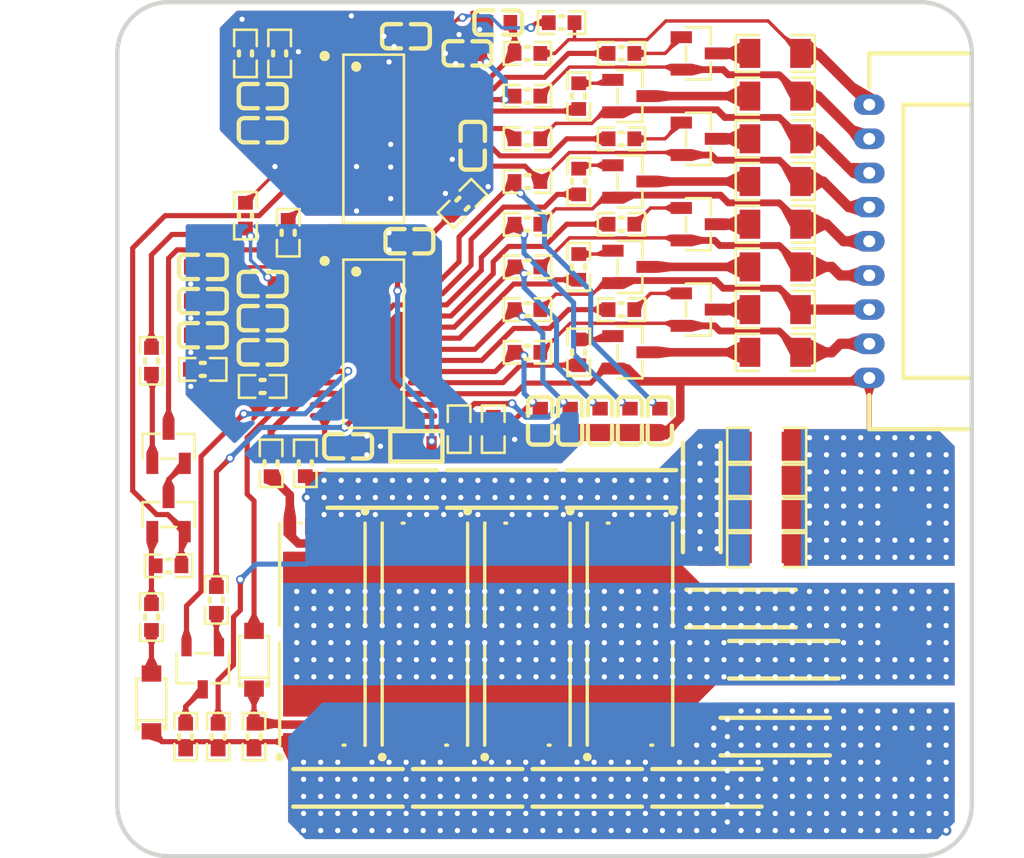
<source format=kicad_pcb>
(kicad_pcb (version 20241229) (generator "pcbnew") (generator_version "9.0")
  (layers (0 "F.Cu" signal) (2 "B.Cu" signal) (13 "F.Paste" user) (15 "B.Paste" user) (5 "F.SilkS" user "F.Silkscreen") (7 "B.SilkS" user "B.Silkscreen") (1 "F.Mask" user) (3 "B.Mask" user) (25 "Edge.Cuts" user))
  (net 0 "")
  (net 1 "P-")
  (net 2 "R1_1")
  (net 3 "O-")
  (net 4 "VCC1")
  (net 5 "VC4")
  (net 6 "U1_10")
  (net 7 "GND")
  (net 8 "COIN")
  (net 9 "VCC2")
  (net 10 "VC2")
  (net 11 "VC5")
  (net 12 "VC3")
  (net 13 "VC1")
  (net 14 "VC7")
  (net 15 "B5")
  (net 16 "Q1_2")
  (net 17 "U1_5")
  (net 18 "U1_6")
  (net 19 "U1_7")
  (net 20 "U1_4")
  (net 21 "U1_11")
  (net 22 "U2_12")
  (net 23 "RDO_2")
  (net 24 "Q12_1")
  (net 25 "RVM_2")
  (net 26 "RP1_1")
  (net 27 "Q13_1")
  (net 28 "Q11_2")
  (net 29 "Q11_1")
  (net 30 "DOIN")
  (net 31 "U1_12")
  (net 32 "U1_14")
  (net 33 "C14_1")
  (net 34 "C13_1")
  (net 35 "R22_2")
  (net 36 "R23_2")
  (net 37 "RCO1_2")
  (net 38 "U2_13")
  (net 39 "BALUP")
  (net 40 "U1_9")
  (net 41 "U1_8")
  (net 42 "B8")
  (net 43 "BAL5")
  (net 44 "VC8")
  (net 45 "VC6")
  (net 46 "BAL6")
  (net 47 "BAL1")
  (net 48 "R11_2")
  (net 49 "BAL2")
  (net 50 "BAL4")
  (net 51 "BAL3")
  (net 52 "B2")
  (net 53 "B6")
  (net 54 "B4")
  (net 55 "BAL7")
  (net 56 "BAL8")
  (net 57 "B1")
  (net 58 "B3")
  (net 59 "B7")
  (net 60 "R12_2")
  (net 61 "R18_2")
  (net 62 "R14_2")
  (net 63 "R13_2")
  (net 64 "Q10_1")
  (net 65 "Q9_1")
  (net 66 "Q4_1")
  (net 67 "R10_1")
  (net 68 "R9_1")
  (net 69 "R8_1")
  (net 70 "R7_1")
  (net 71 "R17_1")
  (net 72 "Q10_3")
  (net 73 "Q9_3")
  (net 74 "Q4_3")
  (net 75 "BSET")
  (footprint "easyeda:过流紫铜片6.3*1.5" (layer "F.Cu") (at 82.58 139.599)
    (property "Reference" "U10" (hide yes))
    (property "Value" "过流紫铜片6.3*1.5" (hide yes))
  )
  (footprint "easyeda:TSSOP-28_L9.7-W4.4-P0.65-LS6.4-BL" (layer "F.Cu") (at 70.08 113.599 -90)
    (property "Reference" "U1" (hide yes))
    (property "Value" "BM3451UNDC-T28A" (hide yes))
  )
  (footprint "easyeda:R0603" (layer "F.Cu") (at 62.58 96.599 -90)
    (property "Reference" "R22" (hide yes))
    (property "Value" "1M" (hide yes))
  )
  (footprint "easyeda:R0603" (layer "F.Cu") (at 79.08 99.099 180)
    (property "Reference" "R33" (hide yes))
    (property "Value" "1k" (hide yes))
  )
  (footprint "easyeda:R0603" (layer "F.Cu") (at 84.58 106.599)
    (property "Reference" "R14" (hide yes))
    (property "Value" "4.7M" (hide yes))
  )
  (footprint "easyeda:R0603" (layer "F.Cu") (at 79.08 104.099 180)
    (property "Reference" "R6" (hide yes))
    (property "Value" "1k" (hide yes))
  )
  (footprint "easyeda:R0603" (layer "F.Cu") (at 79.08 109.099 180)
    (property "Reference" "R4" (hide yes))
    (property "Value" "1k" (hide yes))
  )
  (footprint "easyeda:R1206" (layer "F.Cu") (at 93.08 121.599)
    (property "Reference" "R1" (hide yes))
    (property "Value" "R010" (hide yes))
  )
  (footprint "easyeda:0603短接点" (layer "F.Cu") (at 75.08 118.599 90)
    (property "Reference" "U5" (hide yes))
    (property "Value" "0603短接点" (hide yes))
  )
  (footprint "easyeda:R0603" (layer "F.Cu") (at 82.08 109.099 90)
    (property "Reference" "R13" (hide yes))
    (property "Value" "4.7M" (hide yes))
  )
  (footprint "easyeda:C0603" (layer "F.Cu") (at 79.83 118.099 90)
    (property "Reference" "C2" (hide yes))
    (property "Value" "0.1UF" (hide yes))
  )
  (footprint "easyeda:C0603" (layer "F.Cu") (at 63.58 101.099 180)
    (property "Reference" "C14" (hide yes))
    (property "Value" "0.1UF" (hide yes))
  )
  (footprint "easyeda:SOT-23-3_L2.9-W1.3-P1.90-LS2.4-BR" (layer "F.Cu") (at 89.08 111.599 180)
    (property "Reference" "Q5" (hide yes))
    (property "Value" "SI2302A-TP" (hide yes))
  )
  (footprint "AutoGenerated:Pad_5.00mm" (layer "F.Cu") (at 101.08 130.599)
    (property "Reference" "")
    (property "Value" "")
  )
  (footprint "easyeda:SOT-23-3_L2.9-W1.3-P1.90-LS2.4-BR" (layer "F.Cu") (at 89.08 106.599 180)
    (property "Reference" "Q7" (hide yes))
    (property "Value" "SI2302A-TP" (hide yes))
  )
  (footprint "easyeda:R0603" (layer "F.Cu") (at 79.08 106.599 180)
    (property "Reference" "R5" (hide yes))
    (property "Value" "1k" (hide yes))
  )
  (footprint "easyeda:R0603" (layer "F.Cu") (at 84.58 101.599)
    (property "Reference" "R25" (hide yes))
    (property "Value" "4.7M" (hide yes))
  )
  (footprint "easyeda:R1206" (layer "F.Cu") (at 93.58 96.599)
    (property "Reference" "R20" (hide yes))
    (property "Value" "47r" (hide yes))
  )
  (footprint "easyeda:SOT-23-3_L2.9-W1.3-P1.90-LS2.4-BR" (layer "F.Cu") (at 85.08 104.099 180)
    (property "Reference" "Q8" (hide yes))
    (property "Value" "SI2302A-TP" (hide yes))
  )
  (footprint "easyeda:R0603" (layer "F.Cu") (at 57.08 114.599 -90)
    (property "Reference" "R35" (hide yes))
    (property "Value" "2M" (hide yes))
  )
  (footprint "easyeda:C0603" (layer "F.Cu") (at 68.58 119.599 180)
    (property "Reference" "C7" (hide yes))
    (property "Value" "0.1UF" (hide yes))
  )
  (footprint "easyeda:R1206" (layer "F.Cu") (at 93.08 119.599)
    (property "Reference" "R38" (hide yes))
    (property "Value" "R010" (hide yes))
  )
  (footprint "easyeda:过流紫铜片6.3*1.5" (layer "F.Cu") (at 93.58 136.599)
    (property "Reference" "U16" (hide yes))
    (property "Value" "过流紫铜片6.3*1.5" (hide yes))
  )
  (footprint "easyeda:SOT-23-3_L2.9-W1.3-P1.90-LS2.4-BR" (layer "F.Cu") (at 58.08 119.599 -90)
    (property "Reference" "Q11" (hide yes))
    (property "Value" "KMBTA94" (hide yes))
  )
  (footprint "easyeda:R0603" (layer "F.Cu") (at 79.08 101.599 180)
    (property "Reference" "R34" (hide yes))
    (property "Value" "1k" (hide yes))
  )
  (footprint "easyeda:R0603" (layer "F.Cu") (at 58.08 126.599)
    (property "Reference" "RP" (hide yes))
    (property "Value" "1M" (hide yes))
  )
  (footprint "easyeda:R0603" (layer "F.Cu") (at 81.08 94.799)
    (property "Reference" "RVCC2" (hide yes))
    (property "Value" "1K" (hide yes))
  )
  (footprint "easyeda:R0603" (layer "F.Cu") (at 82.08 99.099 90)
    (property "Reference" "R24" (hide yes))
    (property "Value" "4.7M" (hide yes))
  )
  (footprint "easyeda:过流紫铜片6.3*1.5" (layer "F.Cu") (at 77.58 122.099)
    (property "Reference" "U7" (hide yes))
    (property "Value" "过流紫铜片6.3*1.5" (hide yes))
  )
  (footprint "easyeda:C0603" (layer "F.Cu") (at 77.38 94.799)
    (property "Reference" "C22" (hide yes))
    (property "Value" "0.1UF" (hide yes))
  )
  (footprint "easyeda:过流紫铜片6.3*1.5" (layer "F.Cu") (at 75.58 139.599)
    (property "Reference" "U11" (hide yes))
    (property "Value" "过流紫铜片6.3*1.5" (hide yes))
  )
  (footprint "easyeda:C0603" (layer "F.Cu") (at 75.88 101.999 90)
    (property "Reference" "C20" (hide yes))
    (property "Value" "0.1UF" (hide yes))
  )
  (footprint "easyeda:5*6 NMOS" (layer "F.Cu") (at 67.08 127.099 -90)
    (property "Reference" "Q18" (hide yes))
    (property "Value" "5x6 NMOS" (hide yes))
  )
  (footprint "easyeda:R1206" (layer "F.Cu") (at 93.58 99.099)
    (property "Reference" "R31" (hide yes))
    (property "Value" "47r" (hide yes))
  )
  (footprint "easyeda:R0603" (layer "F.Cu") (at 64.08 120.599 -90)
    (property "Reference" "RDO" (hide yes))
    (property "Value" "2K" (hide yes))
  )
  (footprint "easyeda:R0603" (layer "F.Cu") (at 57.08 129.599 90)
    (property "Reference" "RP1" (hide yes))
    (property "Value" "10M" (hide yes))
  )
  (footprint "easyeda:R0603" (layer "F.Cu") (at 82.08 104.099 90)
    (property "Reference" "R18" (hide yes))
    (property "Value" "4.7M" (hide yes))
  )
  (footprint "easyeda:C0603" (layer "F.Cu") (at 60.08 109.099 180)
    (property "Reference" "C15" (hide yes))
    (property "Value" "10NF" (hide yes))
  )
  (footprint "easyeda:R0603" (layer "F.Cu") (at 62.58 106.099 90)
    (property "Reference" "RCO1" (hide yes))
    (property "Value" "10M" (hide yes))
  )
  (footprint "easyeda:R0603" (layer "F.Cu") (at 84.58 111.599)
    (property "Reference" "R12" (hide yes))
    (property "Value" "4.7M" (hide yes))
  )
  (footprint "easyeda:R0603" (layer "F.Cu") (at 66.08 120.599 -90)
    (property "Reference" "RVIN" (hide yes))
    (property "Value" "2K" (hide yes))
  )
  (footprint "easyeda:SOT-23-3_L2.9-W1.3-P1.90-LS2.4-BR" (layer "F.Cu") (at 85.08 99.099 180)
    (property "Reference" "Q9" (hide yes))
    (property "Value" "SI2302A-TP" (hide yes))
  )
  (footprint "easyeda:5*6 NMOS" (layer "F.Cu") (at 73.08 134.099 90)
    (property "Reference" "Q17" (hide yes))
    (property "Value" "5x6 NMOS" (hide yes))
  )
  (footprint "easyeda:R0603" (layer "F.Cu") (at 60.08 115.099)
    (property "Reference" "NTC" (hide yes))
    (property "Value" "103" (hide yes))
  )
  (footprint "easyeda:12短接点" (layer "F.Cu") (at 72.58 119.599 180)
    (property "Reference" "U3" (hide yes))
    (property "Value" "12短接点" (hide yes))
  )
  (footprint "easyeda:5*6 NMOS" (layer "F.Cu") (at 85.08 134.099 90)
    (property "Reference" "Q1" (hide yes))
    (property "Value" "5x6 NMOS" (hide yes))
  )
  (footprint "easyeda:C0603" (layer "F.Cu") (at 72.18 107.599)
    (property "Reference" "C6" (hide yes))
    (property "Value" "C0603" (hide yes))
  )
  (footprint "easyeda:C0603" (layer "F.Cu") (at 83.33 118.099 90)
    (property "Reference" "C4" (hide yes))
    (property "Value" "0.1UF" (hide yes))
  )
  (footprint "easyeda:C0603" (layer "F.Cu") (at 85.08 118.099 90)
    (property "Reference" "C3" (hide yes))
    (property "Value" "0.1UF" (hide yes))
  )
  (footprint "easyeda:C0603" (layer "F.Cu") (at 63.58 99.099 180)
    (property "Reference" "C13" (hide yes))
    (property "Value" "0.1UF" (hide yes))
  )
  (footprint "easyeda:R1206" (layer "F.Cu") (at 93.58 104.099)
    (property "Reference" "R17" (hide yes))
    (property "Value" "47r" (hide yes))
  )
  (footprint "easyeda:过流紫铜片6.3*1.5" (layer "F.Cu") (at 84.58 122.099)
    (property "Reference" "U6" (hide yes))
    (property "Value" "过流紫铜片6.3*1.5" (hide yes))
  )
  (footprint "easyeda:R0603" (layer "F.Cu") (at 63.08 136.599 90)
    (property "Reference" "RCO" (hide yes))
    (property "Value" "10M" (hide yes))
  )
  (footprint "easyeda:C0603" (layer "F.Cu") (at 81.58 118.099 90)
    (property "Reference" "C5" (hide yes))
    (property "Value" "0.1UF" (hide yes))
  )
  (footprint "easyeda:SOT-23-3_L2.9-W1.3-P1.90-LS2.4-BR" (layer "F.Cu") (at 89.08 101.599 180)
    (property "Reference" "Q10" (hide yes))
    (property "Value" "SI2302A-TP" (hide yes))
  )
  (footprint "easyeda:TSSOP-28_L9.7-W4.4-P0.65-LS6.4-BL" (layer "F.Cu") (at 70.08 101.599 -90)
    (property "Reference" "U2" (hide yes))
    (property "Value" "BM3451UNDC-T28A" (hide yes))
  )
  (footprint "easyeda:SOT-23-3_L2.9-W1.3-P1.90-LS2.4-BR" (layer "F.Cu") (at 89.08 96.599 180)
    (property "Reference" "Q4" (hide yes))
    (property "Value" "SI2302A-TP" (hide yes))
  )
  (footprint "easyeda:SOD-123_L2.8-W1.8-LS3.7-RD" (layer "F.Cu") (at 57.08 134.599 90)
    (property "Reference" "D2" (hide yes))
    (property "Value" "B5819W_C917036 COPY" (hide yes))
  )
  (footprint "easyeda:过流紫铜片6.3*1.5" (layer "F.Cu") (at 70.58 122.099)
    (property "Reference" "U8" (hide yes))
    (property "Value" "过流紫铜片6.3*1.5" (hide yes))
  )
  (footprint "easyeda:R0603" (layer "F.Cu") (at 65.08 107.099 -90)
    (property "Reference" "R26" (hide yes))
    (property "Value" "1K" (hide yes))
  )
  (footprint "easyeda:R1206" (layer "F.Cu") (at 93.58 106.599)
    (property "Reference" "R7" (hide yes))
    (property "Value" "47r" (hide yes))
  )
  (footprint "easyeda:C0603" (layer "F.Cu") (at 71.98 95.599)
    (property "Reference" "C18" (hide yes))
    (property "Value" "C0603" (hide yes))
  )
  (footprint "easyeda:过流紫铜片6.3*1.5" (layer "F.Cu") (at 68.58 139.599)
    (property "Reference" "U12" (hide yes))
    (property "Value" "过流紫铜片6.3*1.5" (hide yes))
  )
  (footprint "easyeda:R0603" (layer "F.Cu") (at 84.58 96.599)
    (property "Reference" "R19" (hide yes))
    (property "Value" "4.7M" (hide yes))
  )
  (footprint "easyeda:C0603" (layer "F.Cu") (at 60.08 113.099 180)
    (property "Reference" "C9" (hide yes))
    (property "Value" "0.1UF" (hide yes))
  )
  (footprint "easyeda:R0603" (layer "F.Cu") (at 79.08 111.599 180)
    (property "Reference" "R3" (hide yes))
    (property "Value" "1k" (hide yes))
  )
  (footprint "easyeda:R0603" (layer "F.Cu") (at 60.98 136.599 90)
    (property "Reference" "RS" (hide yes))
    (property "Value" "10M" (hide yes))
  )
  (footprint "easyeda:R0603" (layer "F.Cu") (at 63.58 116.099)
    (property "Reference" "RTRH" (hide yes))
    (property "Value" "54K" (hide yes))
  )
  (footprint "easyeda:5*6 NMOS" (layer "F.Cu") (at 73.08 127.099 -90)
    (property "Reference" "Q16" (hide yes))
    (property "Value" "5x6 NMOS" (hide yes))
  )
  (footprint "easyeda:C0603" (layer "F.Cu") (at 60.08 111.099 180)
    (property "Reference" "C11" (hide yes))
    (property "Value" "0.1UF" (hide yes))
  )
  (footprint "easyeda:R0603" (layer "F.Cu") (at 79.08 114.099 180)
    (property "Reference" "R2" (hide yes))
    (property "Value" "1k" (hide yes))
  )
  (footprint "easyeda:R1206" (layer "F.Cu") (at 93.58 109.099)
    (property "Reference" "R8" (hide yes))
    (property "Value" "47r" (hide yes))
  )
  (footprint "easyeda:R0603" (layer "F.Cu") (at 79.08 96.599 180)
    (property "Reference" "R32" (hide yes))
    (property "Value" "1k" (hide yes))
  )
  (footprint "easyeda:R0603" (layer "F.Cu") (at 82.08 114.099 90)
    (property "Reference" "R11" (hide yes))
    (property "Value" "4.7M" (hide yes))
  )
  (footprint "easyeda:R0603" (layer "F.Cu") (at 75.28 105.399 45)
    (property "Reference" "RVCC" (hide yes))
    (property "Value" "1K" (hide yes))
  )
  (footprint "AutoGenerated:Pad_5.00mm" (layer "F.Cu") (at 101.08 123.599)
    (property "Reference" "")
    (property "Value" "")
  )
  (footprint "easyeda:R1206" (layer "F.Cu") (at 93.58 111.599)
    (property "Reference" "R9" (hide yes))
    (property "Value" "47r" (hide yes))
  )
  (footprint "easyeda:SOT-23-3_L2.9-W1.3-P1.90-LS2.4-BR" (layer "F.Cu") (at 85.08 114.099 180)
    (property "Reference" "Q2" (hide yes))
    (property "Value" "SI2302A-TP" (hide yes))
  )
  (footprint "easyeda:过流紫铜片6.3*1.5" (layer "F.Cu") (at 94.08 132.099)
    (property "Reference" "U14" (hide yes))
    (property "Value" "过流紫铜片6.3*1.5" (hide yes))
  )
  (footprint "easyeda:C0603" (layer "F.Cu") (at 63.58 112.099 180)
    (property "Reference" "C10" (hide yes))
    (property "Value" "0.1UF" (hide yes))
  )
  (footprint "easyeda:C0603" (layer "F.Cu") (at 63.58 110.099 180)
    (property "Reference" "C12" (hide yes))
    (property "Value" "10NF" (hide yes))
  )
  (footprint "easyeda:SOT-23-3_L2.9-W1.6-P1.90-LS2.8-BR" (layer "F.Cu") (at 60.08 132.599 90)
    (property "Reference" "Q12" (hide yes))
    (property "Value" "NCE0103" (hide yes))
  )
  (footprint "easyeda:过流紫铜片6.3*1.5" (layer "F.Cu") (at 89.28 122.599 90)
    (property "Reference" "U15" (hide yes))
    (property "Value" "过流紫铜片6.3*1.5" (hide yes))
  )
  (footprint "easyeda:C0603" (layer "F.Cu") (at 63.58 114.099 180)
    (property "Reference" "C8" (hide yes))
    (property "Value" "0.1UF" (hide yes))
  )
  (footprint "easyeda:R1206" (layer "F.Cu") (at 93.08 125.599)
    (property "Reference" "R37" (hide yes))
    (property "Value" "R010" (hide yes))
  )
  (footprint "easyeda:SOD-123_L2.8-W1.8-LS3.7-RD" (layer "F.Cu") (at 63.08 132.099 90)
    (property "Reference" "D1" (hide yes))
    (property "Value" "B5819W_C917036 COPY" (hide yes))
  )
  (footprint "easyeda:C0603" (layer "F.Cu") (at 86.83 118.099 90)
    (property "Reference" "C1" (hide yes))
    (property "Value" "0.1UF" (hide yes))
  )
  (footprint "easyeda:5*6 NMOS" (layer "F.Cu") (at 67.08 134.099 90)
    (property "Reference" "Q19" (hide yes))
    (property "Value" "5x6 NMOS" (hide yes))
  )
  (footprint "easyeda:过流紫铜片6.3*1.5" (layer "F.Cu") (at 91.58 129.099)
    (property "Reference" "U13" (hide yes))
    (property "Value" "过流紫铜片6.3*1.5" (hide yes))
  )
  (footprint "easyeda:SOT-23-3_L2.9-W1.3-P1.90-LS2.4-BR" (layer "F.Cu") (at 58.08 123.599 -90)
    (property "Reference" "Q13" (hide yes))
    (property "Value" "KMBTA94" (hide yes))
  )
  (footprint "easyeda:R1206" (layer "F.Cu") (at 93.08 123.599)
    (property "Reference" "R36" (hide yes))
    (property "Value" "R010" (hide yes))
  )
  (footprint "easyeda:R0603" (layer "F.Cu") (at 59.08 136.599 90)
    (property "Reference" "RVM" (hide yes))
    (property "Value" "220K" (hide yes))
  )
  (footprint "easyeda:R0603" (layer "F.Cu") (at 64.58 96.599 -90)
    (property "Reference" "R23" (hide yes))
    (property "Value" "1M" (hide yes))
  )
  (footprint "AutoGenerated:Pad_5.00mm" (layer "F.Cu") (at 101.08 137.599)
    (property "Reference" "")
    (property "Value" "")
  )
  (footprint "easyeda:5*6 NMOS" (layer "F.Cu") (at 85.08 127.099 -90)
    (property "Reference" "Q3" (hide yes))
    (property "Value" "5x6 NMOS" (hide yes))
  )
  (footprint "easyeda:0603短接点" (layer "F.Cu") (at 77.08 118.599 90)
    (property "Reference" "U4" (hide yes))
    (property "Value" "0603短接点" (hide yes))
  )
  (footprint "easyeda:R0603" (layer "F.Cu") (at 60.88 128.599 90)
    (property "Reference" "RM1" (hide yes))
    (property "Value" "1M" (hide yes))
  )
  (footprint "easyeda:PH2.0-9A-WR" (layer "F.Cu") (at 99.08 114.599)
    (property "Reference" "U17" (hide yes))
    (property "Value" "PH2.0-9A-WR" (hide yes))
  )
  (footprint "easyeda:R1206" (layer "F.Cu") (at 93.58 114.099)
    (property "Reference" "R10" (hide yes))
    (property "Value" "47r" (hide yes))
  )
  (footprint "easyeda:5*6 NMOS" (layer "F.Cu") (at 79.08 134.099 90)
    (property "Reference" "Q15" (hide yes))
    (property "Value" "5x6 NMOS" (hide yes))
  )
  (footprint "easyeda:C0603" (layer "F.Cu") (at 75.58 96.599)
    (property "Reference" "C21" (hide yes))
    (property "Value" "0.1UF" (hide yes))
  )
  (footprint "easyeda:过流紫铜片6.3*1.5" (layer "F.Cu") (at 89.58 139.599)
    (property "Reference" "U9" (hide yes))
    (property "Value" "过流紫铜片6.3*1.5" (hide yes))
  )
  (footprint "easyeda:SOT-23-3_L2.9-W1.3-P1.90-LS2.4-BR" (layer "F.Cu") (at 85.08 109.099 180)
    (property "Reference" "Q6" (hide yes))
    (property "Value" "SI2302A-TP" (hide yes))
  )
  (footprint "easyeda:R1206" (layer "F.Cu") (at 93.58 101.599)
    (property "Reference" "R30" (hide yes))
    (property "Value" "47r" (hide yes))
  )
  (footprint "easyeda:5*6 NMOS" (layer "F.Cu") (at 79.08 127.099 -90)
    (property "Reference" "Q14" (hide yes))
    (property "Value" "5x6 NMOS" (hide yes))
  )
  (gr_poly (pts (xy 77.512 117.624) (xy 77.512 118.374) (xy 77.962 118.149) (xy 77.962 117.849)) (fill yes) (layer "F.Cu") (net 13))
  (gr_poly (pts (xy 64.13 109.683) (xy 63.864 109.949) (xy 64.05 110.01) (xy 64.191 109.869)) (fill yes) (layer "F.Cu") (net 8))
  (gr_poly (pts (xy 58.83 130.829) (xy 59.43 130.829) (xy 59.28 130.379) (xy 58.98 130.379)) (fill yes) (layer "F.Cu") (net 6))
  (gr_poly (pts (xy 78.73 104.531) (xy 78.037 104.531) (xy 78.468 104.799) (xy 78.786 104.693)) (fill yes) (layer "F.Cu") (net 11))
  (gr_poly (pts (xy 72.281 95.276) (xy 73.02 95.15) (xy 72.308 94.815) (xy 71.946 94.877)) (fill yes) (layer "F.Cu") (net 9))
  (gr_poly (pts (xy 91.498 95.974) (xy 91.498 97.224) (xy 90.748 96.849) (xy 90.748 96.349)) (fill yes) (layer "F.Cu") (net 74))
  (gr_poly (pts (xy 85.737 96.349) (xy 85.737 96.849) (xy 86.037 96.699) (xy 86.037 96.499)) (fill yes) (layer "F.Cu") (net 66))
  (gr_poly (pts (xy 79.431 104.268) (xy 79.881 103.668) (xy 79.444 103.499) (xy 79.263 103.742)) (fill yes) (layer "F.Cu") (net 15))
  (gr_poly (pts (xy 78.73 111.345) (xy 78.427 112.031) (xy 78.675 112.105) (xy 78.846 111.852)) (fill yes) (layer "F.Cu") (net 10))
  (gr_poly (pts (xy 59.63 113.549) (xy 59.13 113.549) (xy 59.28 113.849) (xy 59.48 113.849)) (fill yes) (layer "F.Cu") (net 7))
  (gr_poly (pts (xy 72.252 111.495) (xy 72.252 111.152) (xy 71.802 111.174) (xy 71.802 111.474)) (fill yes) (layer "F.Cu") (net 5))
  (gr_poly (pts (xy 87.455 107.649) (xy 87.455 107.199) (xy 87.155 107.299) (xy 87.155 107.499)) (fill yes) (layer "F.Cu") (net 58))
  (gr_poly (pts (xy 76.296 95.449) (xy 76.03 95.183) (xy 75.933 95.334) (xy 76.145 95.546)) (fill yes) (layer "F.Cu") (net 15))
  (gr_poly (pts (xy 98.78 108.999) (xy 98.78 110.199) (xy 97.88 109.898) (xy 97.88 109.298)) (fill yes) (layer "F.Cu") (net 58))
  (gr_poly (pts (xy 74.886 96.149) (xy 75.28 96.787) (xy 75.463 96.228) (xy 75.302 95.965)) (fill yes) (layer "F.Cu") (net 15))
  (gr_poly (pts (xy 62.951 107.228) (xy 63.012 107.255) (xy 62.869 107.255) (xy 62.951 107.228)) (fill yes) (layer "F.Cu") (net 8))
  (gr_poly (pts (xy 64.68 98.949) (xy 64.68 99.549) (xy 65.13 99.474) (xy 65.13 99.174)) (fill yes) (layer "F.Cu") (net 34))
  (gr_poly (pts (xy 91.498 110.974) (xy 91.498 112.224) (xy 90.748 111.849) (xy 90.748 111.349)) (fill yes) (layer "F.Cu") (net 68))
  (gr_poly (pts (xy 60.38 108.649) (xy 61.105 108.649) (xy 60.492 108.199) (xy 60.068 108.199)) (fill yes) (layer "F.Cu") (net 30))
  (gr_poly (pts (xy 73.641 109.852) (xy 73.639 110.195) (xy 73.853 110.175) (xy 73.855 109.875)) (fill yes) (layer "F.Cu") (net 11))
  (gr_poly (pts (xy 66.52 114.096) (xy 66.52 113.753) (xy 66.22 113.824) (xy 66.22 114.024)) (fill yes) (layer "F.Cu") (net 41))
  (gr_poly (pts (xy 98.94 116.177) (xy 98.62 115.021) (xy 97.988 115.549) (xy 98.126 116.049)) (fill yes) (layer "F.Cu") (net 7))
  (gr_poly (pts (xy 67.908 103.396) (xy 67.908 103.053) (xy 68.358 103.074) (xy 68.358 103.374)) (fill yes) (layer "F.Cu") (net 15))
  (gr_poly (pts (xy 75.513 118.791) (xy 75.513 119.541) (xy 75.963 118.928) (xy 75.963 118.504)) (fill yes) (layer "F.Cu") (net 13))
  (gr_poly (pts (xy 56.705 132.432) (xy 57.455 132.432) (xy 57.23 131.982) (xy 56.93 131.982)) (fill yes) (layer "F.Cu") (net 26))
  (gr_poly (pts (xy 71.668 110.334) (xy 71.293 110.334) (xy 71.33 110.159) (xy 71.63 110.159)) (fill yes) (layer "F.Cu") (net 4))
  (gr_poly (pts (xy 75.235 117.475) (xy 75.513 118.172) (xy 75.747 117.544) (xy 75.626 117.241)) (fill yes) (layer "F.Cu") (net 10))
  (gr_poly (pts (xy 75.105 97.049) (xy 74.48 97.049) (xy 74.668 97.199) (xy 74.986 97.093)) (fill yes) (layer "F.Cu") (net 15))
  (gr_poly (pts (xy 76.649 118.406) (xy 76.649 117.656) (xy 76.199 118.268) (xy 76.199 118.693)) (fill yes) (layer "F.Cu") (net 13))
  (gr_poly (pts (xy 79.955 106.169) (xy 80.236 106.583) (xy 80.353 106.221) (xy 80.238 106.053)) (fill yes) (layer "F.Cu") (net 54))
  (gr_poly (pts (xy 73.28 107.149) (xy 73.28 107.774) (xy 73.73 107.161) (xy 73.73 106.737)) (fill yes) (layer "F.Cu") (net 4))
  (gr_poly (pts (xy 59.78 134.369) (xy 59.78 133.759) (xy 59.33 134.372) (xy 59.33 134.796)) (fill yes) (layer "F.Cu") (net 25))
  (gr_poly (pts (xy 72.252 105.003) (xy 72.251 105.346) (xy 71.802 105.324) (xy 71.802 105.024)) (fill yes) (layer "F.Cu") (net 15))
  (gr_poly (pts (xy 76.68 96.411) (xy 76.285 97.049) (xy 76.574 97.105) (xy 76.761 96.868)) (fill yes) (layer "F.Cu") (net 14))
  (gr_poly (pts (xy 72.252 116.696) (xy 72.251 116.353) (xy 72.054 116.375) (xy 72.056 116.675)) (fill yes) (layer "F.Cu") (net 7))
  (gr_poly (pts (xy 64.68 113.849) (xy 64.68 114.349) (xy 64.98 114.199) (xy 64.98 113.999)) (fill yes) (layer "F.Cu") (net 19))
  (gr_poly (pts (xy 66.52 112.795) (xy 66.52 112.452) (xy 66.22 112.524) (xy 66.22 112.724)) (fill yes) (layer "F.Cu") (net 18))
  (gr_poly (pts (xy 67.589 117.996) (xy 66.839 117.996) (xy 67.064 118.446) (xy 67.364 118.446)) (fill yes) (layer "F.Cu") (net 32))
  (gr_poly (pts (xy 59.545 112.287) (xy 59.545 111.912) (xy 59.72 111.999) (xy 59.72 112.199)) (fill yes) (layer "F.Cu") (net 7))
  (gr_poly (pts (xy 95.663 95.849) (xy 95.663 97.349) (xy 96.08 96.899) (xy 96.08 96.299)) (fill yes) (layer "F.Cu") (net 42))
  (gr_poly (pts (xy 73.64 101.446) (xy 73.64 101.103) (xy 74.09 101.124) (xy 74.09 101.424)) (fill yes) (layer "F.Cu") (net 46))
  (gr_poly (pts (xy 61.18 108.848) (xy 61.18 109.348) (xy 61.48 109.198) (xy 61.48 108.998)) (fill yes) (layer "F.Cu") (net 30))
  (gr_poly (pts (xy 78.377 104.531) (xy 77.924 103.933) (xy 77.756 104.457) (xy 77.939 104.698)) (fill yes) (layer "F.Cu") (net 11))
  (gr_poly (pts (xy 83.423 111.224) (xy 83.423 111.974) (xy 82.973 111.749) (xy 82.973 111.449)) (fill yes) (layer "F.Cu") (net 49))
  (gr_poly (pts (xy 74.53 96.583) (xy 74.264 96.849) (xy 74.415 96.946) (xy 74.627 96.734)) (fill yes) (layer "F.Cu") (net 15))
  (gr_poly (pts (xy 90.705 106.249) (xy 90.705 106.949) (xy 91.455 106.849) (xy 91.455 106.349)) (fill yes) (layer "F.Cu") (net 70))
  (gr_poly (pts (xy 79.961 103.668) (xy 80.236 104.085) (xy 80.355 103.72) (xy 80.242 103.549)) (fill yes) (layer "F.Cu") (net 15))
  (gr_poly (pts (xy 87.455 97.649) (xy 87.455 97.199) (xy 87.155 97.299) (xy 87.155 97.499)) (fill yes) (layer "F.Cu") (net 59))
  (gr_poly (pts (xy 76.675 95.249) (xy 76.28 94.611) (xy 76.097 95.17) (xy 76.259 95.432)) (fill yes) (layer "F.Cu") (net 15))
  (gr_poly (pts (xy 59.568 109.934) (xy 59.193 109.934) (xy 59.28 109.759) (xy 59.48 109.759)) (fill yes) (layer "F.Cu") (net 7))
  (gr_poly (pts (xy 59.208 125.224) (xy 58.68 125.224) (xy 58.683 125.674) (xy 58.983 125.674)) (fill yes) (layer "F.Cu") (net 22))
  (gr_poly (pts (xy 56.78 119.974) (xy 57.48 119.974) (xy 57.28 119.524) (xy 56.98 119.524)) (fill yes) (layer "F.Cu") (net 29))
  (gr_poly (pts (xy 73.081 95.349) (xy 73.081 95.849) (xy 73.381 95.699) (xy 73.381 95.499)) (fill yes) (layer "F.Cu") (net 9))
  (gr_poly (pts (xy 63.455 134.266) (xy 62.705 134.266) (xy 62.93 134.716) (xy 63.23 134.716)) (fill yes) (layer "F.Cu") (net 16))
  (gr_poly (pts (xy 62.739 107.299) (xy 62.586 107.255) (xy 62.869 107.255) (xy 62.739 107.299)) (fill yes) (layer "F.Cu") (net 8))
  (gr_poly (pts (xy 77.512 118.824) (xy 77.512 119.574) (xy 77.962 119.349) (xy 77.962 119.049)) (fill yes) (layer "F.Cu") (net 7))
  (gr_poly (pts (xy 78.73 108.783) (xy 78.672 109.531) (xy 78.773 109.605) (xy 78.895 109.302)) (fill yes) (layer "F.Cu") (net 12))
  (gr_poly (pts (xy 57.455 125.224) (xy 56.78 125.224) (xy 56.93 125.674) (xy 57.23 125.674)) (fill yes) (layer "F.Cu") (net 27))
  (gr_poly (pts (xy 66.52 114.746) (xy 66.52 114.403) (xy 66.22 114.474) (xy 66.22 114.674)) (fill yes) (layer "F.Cu") (net 40))
  (gr_poly (pts (xy 64.8 123.799) (xy 65.55 123.799) (xy 65.425 123.049) (xy 64.925 123.049)) (fill yes) (layer "F.Cu") (net 23))
  (gr_poly (pts (xy 67.908 105.995) (xy 67.908 105.652) (xy 68.358 105.674) (xy 68.358 105.974)) (fill yes) (layer "F.Cu") (net 15))
  (gr_poly (pts (xy 59.568 111.934) (xy 59.193 111.934) (xy 59.28 111.759) (xy 59.48 111.759)) (fill yes) (layer "F.Cu") (net 7))
  (gr_poly (pts (xy 59.568 113.934) (xy 59.193 113.934) (xy 59.28 113.759) (xy 59.48 113.759)) (fill yes) (layer "F.Cu") (net 7))
  (gr_poly (pts (xy 66.52 104.046) (xy 66.52 103.703) (xy 66.22 103.774) (xy 66.22 103.974)) (fill yes) (layer "F.Cu") (net 37))
  (gr_poly (pts (xy 62.48 114.349) (xy 62.48 113.849) (xy 62.18 113.999) (xy 62.18 114.199)) (fill yes) (layer "F.Cu") (net 7))
  (gr_poly (pts (xy 63.012 97.303) (xy 62.414 97.755) (xy 62.938 97.923) (xy 63.18 97.74)) (fill yes) (layer "F.Cu") (net 35))
  (gr_poly (pts (xy 65.55 124.798) (xy 64.801 124.798) (xy 65.322 125.294) (xy 65.852 125.117)) (fill yes) (layer "F.Cu") (net 23))
  (gr_poly (pts (xy 71.391 120.099) (xy 71.391 119.099) (xy 70.791 119.399) (xy 70.791 119.799)) (fill yes) (layer "F.Cu") (net 7))
  (gr_poly (pts (xy 82.512 98.096) (xy 82.512 98.596) (xy 82.812 98.446) (xy 82.812 98.246)) (fill yes) (layer "F.Cu") (net 65))
  (gr_poly (pts (xy 73.64 117.346) (xy 73.64 117.003) (xy 73.855 117.024) (xy 73.855 117.324)) (fill yes) (layer "F.Cu") (net 75))
  (gr_poly (pts (xy 58.705 135.443) (xy 59.455 135.443) (xy 59.23 134.993) (xy 58.93 134.993)) (fill yes) (layer "F.Cu") (net 25))
  (gr_poly (pts (xy 78.896 114.049) (xy 78.631 114.315) (xy 78.574 114.205) (xy 78.786 113.993)) (fill yes) (layer "F.Cu") (net 13))
  (gr_poly (pts (xy 94.455 111.746) (xy 94.523 110.748) (xy 93.958 110.215) (xy 93.922 110.745)) (fill yes) (layer "F.Cu") (net 52))
  (gr_poly (pts (xy 79.962 98.667) (xy 80.236 99.085) (xy 80.355 98.719) (xy 80.243 98.548)) (fill yes) (layer "F.Cu") (net 59))
  (gr_poly (pts (xy 61.18 110.849) (xy 61.18 111.349) (xy 61.48 111.199) (xy 61.48 110.999)) (fill yes) (layer "F.Cu") (net 20))
  (gr_poly (pts (xy 66.52 99.495) (xy 66.52 99.152) (xy 66.07 99.174) (xy 66.07 99.474)) (fill yes) (layer "F.Cu") (net 34))
  (gr_poly (pts (xy 87.178 118.399) (xy 87.28 119.199) (xy 87.934 118.399) (xy 87.854 117.772)) (fill yes) (layer "F.Cu") (net 7))
  (gr_poly (pts (xy 73.64 114.403) (xy 73.64 114.746) (xy 74.09 114.724) (xy 74.09 114.424)) (fill yes) (layer "F.Cu") (net 49))
  (gr_poly (pts (xy 59.13 115.531) (xy 59.63 115.531) (xy 59.48 115.831) (xy 59.28 115.831)) (fill yes) (layer "F.Cu") (net 7))
  (gr_poly (pts (xy 86.705 113.749) (xy 86.705 114.449) (xy 87.455 114.349) (xy 87.455 113.849)) (fill yes) (layer "F.Cu") (net 67))
  (gr_poly (pts (xy 66.474 119.443) (xy 66.512 120.192) (xy 66.925 119.434) (xy 66.904 119.03)) (fill yes) (layer "F.Cu") (net 32))
  (gr_poly (pts (xy 58.68 124.624) (xy 58.68 123.974) (xy 58.23 123.587) (xy 58.23 124.011)) (fill yes) (layer "F.Cu") (net 22))
  (gr_poly (pts (xy 66.52 103.053) (xy 66.519 103.396) (xy 66.069 103.373) (xy 66.07 103.073)) (fill yes) (layer "F.Cu") (net 15))
  (gr_poly (pts (xy 80.61 136.399) (xy 81.36 136.399) (xy 81.235 135.899) (xy 80.735 135.899)) (fill yes) (layer "F.Cu") (net 16))
  (gr_poly (pts (xy 61.236 114.85) (xy 61.237 115.35) (xy 61.537 115.2) (xy 61.536 115)) (fill yes) (layer "F.Cu") (net 41))
  (gr_poly (pts (xy 94.455 96.244) (xy 94.455 95.749) (xy 94.155 95.553) (xy 94.155 95.836)) (fill yes) (layer "F.Cu") (net 42))
  (gr_poly (pts (xy 72.28 118.999) (xy 72.88 118.999) (xy 72.73 118.798) (xy 72.431 118.798)) (fill yes) (layer "F.Cu") (net 75))
  (gr_poly (pts (xy 86.705 103.749) (xy 86.705 104.449) (xy 87.455 104.349) (xy 87.455 103.849)) (fill yes) (layer "F.Cu") (net 71))
  (gr_poly (pts (xy 83.455 108.499) (xy 83.455 108.096) (xy 83.155 108.246) (xy 83.155 108.446)) (fill yes) (layer "F.Cu") (net 63))
  (gr_poly (pts (xy 78.73 106.546) (xy 78.158 107.031) (xy 78.663 107.193) (xy 78.892 106.999)) (fill yes) (layer "F.Cu") (net 5))
  (gr_poly (pts (xy 73.64 100.145) (xy 73.64 99.802) (xy 74.09 99.824) (xy 74.09 100.124)) (fill yes) (layer "F.Cu") (net 55))
  (gr_poly (pts (xy 62.48 110.349) (xy 62.48 109.849) (xy 62.18 109.999) (xy 62.18 110.199)) (fill yes) (layer "F.Cu") (net 7))
  (gr_poly (pts (xy 73.64 103.396) (xy 73.64 103.053) (xy 74.09 103.074) (xy 74.09 103.374)) (fill yes) (layer "F.Cu") (net 15))
  (gr_poly (pts (xy 59.568 110.264) (xy 59.193 110.264) (xy 59.28 110.439) (xy 59.48 110.439)) (fill yes) (layer "F.Cu") (net 7))
  (gr_poly (pts (xy 79.96 101.167) (xy 80.236 101.584) (xy 80.354 101.219) (xy 80.242 101.049)) (fill yes) (layer "F.Cu") (net 53))
  (gr_poly (pts (xy 95.663 113.349) (xy 95.663 114.849) (xy 96.563 114.399) (xy 96.563 113.799)) (fill yes) (layer "F.Cu") (net 57))
  (gr_poly (pts (xy 62.467 127.564) (xy 62.092 127.564) (xy 62.13 127.739) (xy 62.43 127.739)) (fill yes) (layer "F.Cu") (net 2))
  (gr_poly (pts (xy 78.896 106.949) (xy 78.631 107.215) (xy 78.533 107.064) (xy 78.745 106.852)) (fill yes) (layer "F.Cu") (net 5))
  (gr_poly (pts (xy 76.747 96.858) (xy 76.433 97.063) (xy 76.366 96.897) (xy 76.623 96.73)) (fill yes) (layer "F.Cu") (net 14))
  (gr_poly (pts (xy 91.498 113.474) (xy 91.498 114.724) (xy 90.748 114.349) (xy 90.748 113.849)) (fill yes) (layer "F.Cu") (net 67))
  (gr_poly (pts (xy 78.377 109.531) (xy 77.924 108.934) (xy 77.756 109.457) (xy 77.939 109.698)) (fill yes) (layer "F.Cu") (net 12))
  (gr_poly (pts (xy 62.423 115.849) (xy 62.423 116.349) (xy 62.123 116.199) (xy 62.123 115.999)) (fill yes) (layer "F.Cu") (net 7))
  (gr_poly (pts (xy 74.896 96.949) (xy 74.63 97.215) (xy 74.533 97.064) (xy 74.745 96.852)) (fill yes) (layer "F.Cu") (net 15))
  (gr_poly (pts (xy 66.351 109.342) (xy 66.831 109.202) (xy 66.381 109.012) (xy 66.158 109.072)) (fill yes) (layer "F.Cu") (net 39))
  (gr_poly (pts (xy 91.498 98.474) (xy 91.498 99.724) (xy 90.748 99.349) (xy 90.748 98.849)) (fill yes) (layer "F.Cu") (net 73))
  (gr_poly (pts (xy 86.08 136.399) (xy 86.08 137.399) (xy 86.58 137.999) (xy 81.38 137.999) (xy 81.88 137.399) (xy 81.88 136.399)) (fill yes) (layer "F.Cu") (net 1))
  (gr_poly (pts (xy 95.663 98.348) (xy 95.663 99.848) (xy 96.08 99.398) (xy 96.08 98.798)) (fill yes) (layer "F.Cu") (net 59))
  (gr_poly (pts (xy 79.53 95.115) (xy 79.264 94.849) (xy 79.45 94.788) (xy 79.591 94.929)) (fill yes) (layer "F.Cu") (net 9))
  (gr_poly (pts (xy 85.461 111.167) (xy 85.737 111.584) (xy 85.855 111.219) (xy 85.742 111.049)) (fill yes) (layer "F.Cu") (net 60))
  (gr_poly (pts (xy 73.64 115.396) (xy 73.64 115.053) (xy 74.09 115.074) (xy 74.09 115.374)) (fill yes) (layer "F.Cu") (net 13))
  (gr_poly (pts (xy 72.252 102.096) (xy 72.252 101.753) (xy 71.802 101.774) (xy 71.802 102.074)) (fill yes) (layer "F.Cu") (net 15))
  (gr_poly (pts (xy 66.52 111.495) (xy 66.52 111.152) (xy 66.22 111.224) (xy 66.22 111.424)) (fill yes) (layer "F.Cu") (net 20))
  (gr_poly (pts (xy 60.605 135.443) (xy 61.355 135.443) (xy 61.13 134.993) (xy 60.83 134.993)) (fill yes) (layer "F.Cu") (net 2))
  (gr_poly (pts (xy 78.015 117.287) (xy 78.015 116.912) (xy 77.84 116.949) (xy 77.84 117.249)) (fill yes) (layer "F.Cu") (net 10))
  (gr_poly (pts (xy 94.455 104.246) (xy 94.524 103.248) (xy 93.959 102.716) (xy 93.923 103.245)) (fill yes) (layer "F.Cu") (net 15))
  (gr_poly (pts (xy 72.252 103.396) (xy 72.252 103.053) (xy 71.802 103.074) (xy 71.802 103.374)) (fill yes) (layer "F.Cu") (net 15))
  (gr_poly (pts (xy 73.64 100.795) (xy 73.64 100.452) (xy 74.09 100.474) (xy 74.09 100.774)) (fill yes) (layer "F.Cu") (net 45))
  (gr_poly (pts (xy 81.648 114.476) (xy 81.648 115.226) (xy 81.198 115.001) (xy 81.198 114.701)) (fill yes) (layer "F.Cu") (net 47))
  (gr_poly (pts (xy 86.705 98.749) (xy 86.705 99.449) (xy 87.455 99.349) (xy 87.455 98.849)) (fill yes) (layer "F.Cu") (net 73))
  (gr_poly (pts (xy 90.38 134.599) (xy 94.58 134.599) (xy 94.58 142.599) (xy 66.08 142.599) (xy 65.08 141.599) (xy 65.08 137.899) (xy 87.48 137.899) (xy 87.88 137.399) (xy 87.88 136.399) (xy 88.58 136.399)) (fill yes) (layer "F.Cu") (net 1))
  (gr_poly (pts (xy 59.63 111.549) (xy 59.13 111.549) (xy 59.28 111.849) (xy 59.48 111.849)) (fill yes) (layer "F.Cu") (net 7))
  (gr_poly (pts (xy 95.663 105.849) (xy 95.663 107.349) (xy 96.563 106.899) (xy 96.563 106.299)) (fill yes) (layer "F.Cu") (net 54))
  (gr_poly (pts (xy 60.505 127.442) (xy 61.255 127.442) (xy 61.03 126.992) (xy 60.73 126.992)) (fill yes) (layer "F.Cu") (net 5))
  (gr_poly (pts (xy 79.958 111.168) (xy 80.236 111.583) (xy 80.354 111.22) (xy 80.24 111.051)) (fill yes) (layer "F.Cu") (net 52))
  (gr_poly (pts (xy 88.705 97.199) (xy 88.705 97.899) (xy 89.305 97.749) (xy 89.305 97.349)) (fill yes) (layer "F.Cu") (net 59))
  (gr_poly (pts (xy 64.512 120.949) (xy 63.648 121.755) (xy 64.428 122.054) (xy 64.793 121.712)) (fill yes) (layer "F.Cu") (net 23))
  (gr_poly (pts (xy 72.571 97.202) (xy 73.321 97.202) (xy 73.096 96.752) (xy 72.796 96.752)) (fill yes) (layer "F.Cu") (net 9))
  (gr_poly (pts (xy 98.78 114.199) (xy 98.78 112.999) (xy 97.88 113.299) (xy 97.88 113.899)) (fill yes) (layer "F.Cu") (net 57))
  (gr_poly (pts (xy 71.391 118.999) (xy 71.991 118.999) (xy 71.841 118.549) (xy 71.542 118.549)) (fill yes) (layer "F.Cu") (net 7))
  (gr_poly (pts (xy 75.191 94.732) (xy 75.06 94.381) (xy 74.923 94.515) (xy 74.999 94.721)) (fill yes) (layer "F.Cu") (net 9))
  (gr_poly (pts (xy 78.377 112.031) (xy 77.924 111.434) (xy 77.756 111.957) (xy 77.939 112.198)) (fill yes) (layer "F.Cu") (net 10))
  (gr_poly (pts (xy 78.377 97.031) (xy 77.924 96.434) (xy 77.756 96.957) (xy 77.939 97.198)) (fill yes) (layer "F.Cu") (net 44))
  (gr_poly (pts (xy 73.64 114.096) (xy 73.64 113.753) (xy 74.09 113.774) (xy 74.09 114.074)) (fill yes) (layer "F.Cu") (net 10))
  (gr_poly (pts (xy 84.705 109.699) (xy 84.705 110.399) (xy 85.305 110.099) (xy 85.305 109.699)) (fill yes) (layer "F.Cu") (net 52))
  (gr_poly (pts (xy 83.423 101.224) (xy 83.423 101.974) (xy 82.973 101.749) (xy 82.973 101.449)) (fill yes) (layer "F.Cu") (net 46))
  (gr_poly (pts (xy 80.08 136.399) (xy 80.08 137.399) (xy 80.58 137.999) (xy 75.38 137.999) (xy 75.88 137.399) (xy 75.88 136.399)) (fill yes) (layer "F.Cu") (net 1))
  (gr_poly (pts (xy 63.512 135.443) (xy 63.512 136.249) (xy 64.262 136.096) (xy 64.262 135.596)) (fill yes) (layer "F.Cu") (net 16))
  (gr_poly (pts (xy 59.13 110.649) (xy 59.63 110.649) (xy 59.48 110.349) (xy 59.28 110.349)) (fill yes) (layer "F.Cu") (net 7))
  (gr_poly (pts (xy 78.896 109.249) (xy 78.631 109.515) (xy 78.533 109.364) (xy 78.745 109.152)) (fill yes) (layer "F.Cu") (net 12))
  (gr_poly (pts (xy 73.64 98.845) (xy 73.64 98.502) (xy 74.09 98.524) (xy 74.09 98.824)) (fill yes) (layer "F.Cu") (net 56))
  (gr_poly (pts (xy 64.286 100.649) (xy 64.68 101.287) (xy 64.863 100.728) (xy 64.701 100.465)) (fill yes) (layer "F.Cu") (net 33))
  (gr_poly (pts (xy 72.571 109.202) (xy 73.321 109.202) (xy 73.096 108.752) (xy 72.796 108.752)) (fill yes) (layer "F.Cu") (net 4))
  (gr_poly (pts (xy 66.52 111.495) (xy 66.52 111.152) (xy 66.22 111.224) (xy 66.22 111.424)) (fill yes) (layer "F.Cu") (net 20))
  (gr_poly (pts (xy 80.236 96.849) (xy 80.236 96.349) (xy 80.536 96.499) (xy 80.536 96.699)) (fill yes) (layer "F.Cu") (net 42))
  (gr_poly (pts (xy 65.012 96.978) (xy 65.012 97.728) (xy 65.433 97.503) (xy 65.433 97.203)) (fill yes) (layer "F.Cu") (net 36))
  (gr_poly (pts (xy 60.73 130.829) (xy 61.255 130.829) (xy 61.03 130.379) (xy 60.73 130.379)) (fill yes) (layer "F.Cu") (net 24))
  (gr_poly (pts (xy 94.08 142.599) (xy 103.08 142.599) (xy 104.08 141.599) (xy 104.08 134.599) (xy 94.08 134.599)) (fill yes) (layer "F.Cu") (net 1))
  (gr_poly (pts (xy 73.64 112.145) (xy 73.64 111.802) (xy 74.09 111.824) (xy 74.09 112.124)) (fill yes) (layer "F.Cu") (net 50))
  (gr_poly (pts (xy 59.568 114.264) (xy 59.193 114.264) (xy 59.28 114.439) (xy 59.48 114.439)) (fill yes) (layer "F.Cu") (net 7))
  (gr_poly (pts (xy 77.55 124.799) (xy 76.8 124.799) (xy 76.925 125.297) (xy 77.425 125.297)) (fill yes) (layer "F.Cu") (net 23))
  (gr_poly (pts (xy 94.455 101.746) (xy 94.523 100.748) (xy 93.958 100.216) (xy 93.922 100.745)) (fill yes) (layer "F.Cu") (net 53))
  (gr_poly (pts (xy 83.455 103.399) (xy 83.455 102.899) (xy 83.155 103.049) (xy 83.155 103.249)) (fill yes) (layer "F.Cu") (net 61))
  (gr_poly (pts (xy 59.545 114.286) (xy 59.545 113.911) (xy 59.72 113.999) (xy 59.72 114.199)) (fill yes) (layer "F.Cu") (net 7))
  (gr_poly (pts (xy 90.705 96.249) (xy 90.705 96.949) (xy 91.455 96.849) (xy 91.455 96.349)) (fill yes) (layer "F.Cu") (net 74))
  (gr_poly (pts (xy 73.64 115.703) (xy 73.64 116.046) (xy 74.09 116.025) (xy 74.09 115.725)) (fill yes) (layer "F.Cu") (net 47))
  (gr_poly (pts (xy 74.48 97.049) (xy 74.48 96.424) (xy 74.386 96.493) (xy 74.28 96.811)) (fill yes) (layer "F.Cu") (net 15))
  (gr_poly (pts (xy 78.03 99.315) (xy 77.764 99.049) (xy 77.875 98.992) (xy 78.087 99.204)) (fill yes) (layer "F.Cu") (net 14))
  (gr_poly (pts (xy 62.705 129.932) (xy 63.455 129.932) (xy 63.23 129.482) (xy 62.93 129.482)) (fill yes) (layer "F.Cu") (net 21))
  (gr_poly (pts (xy 73.64 111.495) (xy 73.64 111.152) (xy 74.09 111.173) (xy 74.09 111.473)) (fill yes) (layer "F.Cu") (net 5))
  (gr_poly (pts (xy 81.648 109.477) (xy 81.648 110.227) (xy 81.198 110.002) (xy 81.198 109.702)) (fill yes) (layer "F.Cu") (net 51))
  (gr_poly (pts (xy 91.498 108.474) (xy 91.498 109.724) (xy 90.748 109.349) (xy 90.748 108.849)) (fill yes) (layer "F.Cu") (net 69))
  (gr_poly (pts (xy 79.924 94.549) (xy 79.924 95.049) (xy 79.624 94.899) (xy 79.624 94.699)) (fill yes) (layer "F.Cu") (net 9))
  (gr_poly (pts (xy 83.55 124.799) (xy 82.8 124.799) (xy 82.925 124.804) (xy 83.425 124.804)) (fill yes) (layer "F.Cu") (net 23))
  (gr_poly (pts (xy 73.64 98.195) (xy 73.64 97.852) (xy 74.09 97.874) (xy 74.09 98.174)) (fill yes) (layer "F.Cu") (net 44))
  (gr_poly (pts (xy 86.61 136.565) (xy 87.36 136.399) (xy 86.67 135.835) (xy 86.203 136.076)) (fill yes) (layer "F.Cu") (net 16))
  (gr_poly (pts (xy 87.455 110.899) (xy 87.455 110.399) (xy 87.155 110.549) (xy 87.155 110.749)) (fill yes) (layer "F.Cu") (net 60))
  (gr_poly (pts (xy 83.423 96.224) (xy 83.423 96.974) (xy 82.973 96.749) (xy 82.973 96.449)) (fill yes) (layer "F.Cu") (net 56))
  (gr_poly (pts (xy 77.616 99.487) (xy 77.614 99.112) (xy 77.439 99.151) (xy 77.44 99.451)) (fill yes) (layer "F.Cu") (net 14))
  (gr_poly (pts (xy 99.132 101.113) (xy 98.428 102.085) (xy 97.873 101.317) (xy 98.23 100.825)) (fill yes) (layer "F.Cu") (net 59))
  (gr_poly (pts (xy 74.08 136.399) (xy 74.08 137.399) (xy 74.58 137.999) (xy 69.38 137.999) (xy 69.88 137.399) (xy 69.88 136.399)) (fill yes) (layer "F.Cu") (net 1))
  (gr_poly (pts (xy 66.52 98.195) (xy 66.52 97.852) (xy 66.105 97.874) (xy 66.105 98.174)) (fill yes) (layer "F.Cu") (net 36))
  (gr_poly (pts (xy 74.197 105.952) (xy 74.727 106.482) (xy 74.25 106.641) (xy 74.038 106.429)) (fill yes) (layer "F.Cu") (net 4))
  (gr_poly (pts (xy 59.63 109.549) (xy 59.13 109.549) (xy 59.28 109.849) (xy 59.48 109.849)) (fill yes) (layer "F.Cu") (net 7))
  (gr_poly (pts (xy 87.98 95.999) (xy 87.48 95.999) (xy 87.288 96.299) (xy 87.571 96.299)) (fill yes) (layer "F.Cu") (net 66))
  (gr_poly (pts (xy 71.55 124.799) (xy 70.8 124.799) (xy 70.925 125.295) (xy 71.425 125.295)) (fill yes) (layer "F.Cu") (net 23))
  (gr_poly (pts (xy 73.642 99.495) (xy 73.638 99.152) (xy 74.088 99.168) (xy 74.092 99.468)) (fill yes) (layer "F.Cu") (net 14))
  (gr_poly (pts (xy 73.64 113.446) (xy 73.64 113.103) (xy 74.09 113.124) (xy 74.09 113.424)) (fill yes) (layer "F.Cu") (net 51))
  (gr_poly (pts (xy 59.568 112.264) (xy 59.193 112.264) (xy 59.28 112.439) (xy 59.48 112.439)) (fill yes) (layer "F.Cu") (net 7))
  (gr_poly (pts (xy 94.455 106.746) (xy 94.523 105.748) (xy 93.958 105.215) (xy 93.922 105.745)) (fill yes) (layer "F.Cu") (net 54))
  (gr_poly (pts (xy 87.455 112.65) (xy 87.455 112.199) (xy 87.155 112.3) (xy 87.155 112.5)) (fill yes) (layer "F.Cu") (net 57))
  (gr_poly (pts (xy 78.696 104.549) (xy 78.43 104.815) (xy 78.333 104.664) (xy 78.545 104.452)) (fill yes) (layer "F.Cu") (net 11))
  (gr_poly (pts (xy 74.61 136.399) (xy 75.36 136.399) (xy 75.235 135.899) (xy 74.735 135.899)) (fill yes) (layer "F.Cu") (net 16))
  (gr_poly (pts (xy 83.455 98.499) (xy 83.455 98.096) (xy 83.155 98.246) (xy 83.155 98.446)) (fill yes) (layer "F.Cu") (net 65))
  (gr_poly (pts (xy 88.705 112.199) (xy 88.705 112.899) (xy 89.305 112.749) (xy 89.305 112.349)) (fill yes) (layer "F.Cu") (net 57))
  (gr_poly (pts (xy 75.471 104.597) (xy 76.215 104.698) (xy 75.963 104.209) (xy 75.663 104.169)) (fill yes) (layer "F.Cu") (net 15))
  (gr_poly (pts (xy 77.924 101.764) (xy 78.378 101.167) (xy 77.939 101) (xy 77.756 101.241)) (fill yes) (layer "F.Cu") (net 45))
  (gr_poly (pts (xy 95.663 103.349) (xy 95.663 104.849) (xy 96.38 104.399) (xy 96.38 103.799)) (fill yes) (layer "F.Cu") (net 15))
  (gr_poly (pts (xy 83.455 105.375) (xy 83.455 104.875) (xy 83.155 105.283) (xy 83.155 105.566)) (fill yes) (layer "F.Cu") (net 54))
  (gr_poly (pts (xy 86.705 108.749) (xy 86.705 109.449) (xy 87.455 109.349) (xy 87.455 108.849)) (fill yes) (layer "F.Cu") (net 69))
  (gr_poly (pts (xy 64.68 109.849) (xy 64.68 110.349) (xy 64.98 110.199) (xy 64.98 109.999)) (fill yes) (layer "F.Cu") (net 8))
  (gr_poly (pts (xy 66.52 116.046) (xy 66.52 115.703) (xy 66.07 115.724) (xy 66.07 116.024)) (fill yes) (layer "F.Cu") (net 21))
  (gr_poly (pts (xy 56.705 130.755) (xy 57.455 130.755) (xy 57.23 131.205) (xy 56.93 131.205)) (fill yes) (layer "F.Cu") (net 26))
  (gr_poly (pts (xy 66.52 112.145) (xy 66.52 111.802) (xy 66.22 111.874) (xy 66.22 112.074)) (fill yes) (layer "F.Cu") (net 17))
  (gr_poly (pts (xy 61.18 112.849) (xy 61.18 113.349) (xy 61.48 113.199) (xy 61.48 112.999)) (fill yes) (layer "F.Cu") (net 18))
  (gr_poly (pts (xy 72.252 104.696) (xy 72.252 104.353) (xy 71.802 104.374) (xy 71.802 104.674)) (fill yes) (layer "F.Cu") (net 15))
  (gr_poly (pts (xy 87.455 102.649) (xy 87.455 102.199) (xy 87.155 102.299) (xy 87.155 102.499)) (fill yes) (layer "F.Cu") (net 15))
  (gr_poly (pts (xy 98.78 98.999) (xy 99.38 98.999) (xy 98.235 98.33) (xy 97.511 98.454)) (fill yes) (layer "F.Cu") (net 42))
  (gr_poly (pts (xy 64.512 119.443) (xy 63.648 119.443) (xy 63.879 118.843) (xy 64.279 118.843)) (fill yes) (layer "F.Cu") (net 31))
  (gr_poly (pts (xy 87.455 105.899) (xy 87.455 105.399) (xy 87.155 105.549) (xy 87.155 105.749)) (fill yes) (layer "F.Cu") (net 62))
  (gr_poly (pts (xy 57.655 136.513) (xy 56.949 136.766) (xy 57.532 136.955) (xy 57.794 136.793)) (fill yes) (layer "F.Cu") (net 1))
  (gr_poly (pts (xy 94.08 118.599) (xy 103.08 118.599) (xy 104.08 119.599) (xy 104.08 126.599) (xy 94.08 126.599)) (fill yes) (layer "F.Cu") (net 7))
  (gr_poly (pts (xy 78.08 124.799) (xy 78.08 123.799) (xy 77.58 123.199) (xy 82.78 123.199) (xy 82.28 123.799) (xy 82.28 124.799)) (fill yes) (layer "F.Cu") (net 2))
  (gr_poly (pts (xy 88.705 107.199) (xy 88.705 107.899) (xy 89.305 107.749) (xy 89.305 107.349)) (fill yes) (layer "F.Cu") (net 58))
  (gr_poly (pts (xy 84.705 104.699) (xy 84.705 105.399) (xy 85.305 105.099) (xy 85.305 104.699)) (fill yes) (layer "F.Cu") (net 54))
  (gr_poly (pts (xy 62.595 104.942) (xy 63.012 105.218) (xy 63.13 104.937) (xy 62.96 104.824)) (fill yes) (layer "F.Cu") (net 37))
  (gr_poly (pts (xy 84.08 124.799) (xy 84.08 123.799) (xy 83.58 123.199) (xy 90.08 123.199) (xy 90.08 126.599) (xy 89.08 126.599) (xy 87.28 124.799)) (fill yes) (layer "F.Cu") (net 2))
  (gr_poly (pts (xy 86.38 119.174) (xy 86.38 118.424) (xy 85.93 118.649) (xy 85.93 118.949)) (fill yes) (layer "F.Cu") (net 7))
  (gr_poly (pts (xy 90.705 101.249) (xy 90.705 101.949) (xy 91.455 101.849) (xy 91.455 101.349)) (fill yes) (layer "F.Cu") (net 72))
  (gr_poly (pts (xy 94.455 114.246) (xy 94.523 113.249) (xy 93.958 112.716) (xy 93.922 113.245)) (fill yes) (layer "F.Cu") (net 57))
  (gr_poly (pts (xy 58.458 126.167) (xy 59.208 126.167) (xy 58.983 125.717) (xy 58.683 125.717)) (fill yes) (layer "F.Cu") (net 22))
  (gr_poly (pts (xy 81.648 99.599) (xy 81.648 100.256) (xy 81.198 100.124) (xy 81.198 99.824)) (fill yes) (layer "F.Cu") (net 55))
  (gr_poly (pts (xy 98.955 103.025) (xy 98.605 104.173) (xy 97.82 103.662) (xy 98.018 103.012)) (fill yes) (layer "F.Cu") (net 53))
  (gr_poly (pts (xy 78.48 95.249) (xy 77.952 95.249) (xy 78.177 95.699) (xy 78.477 95.699)) (fill yes) (layer "F.Cu") (net 44))
  (gr_poly (pts (xy 73.641 116.353) (xy 73.64 116.696) (xy 74.09 116.675) (xy 74.09 116.375)) (fill yes) (layer "F.Cu") (net 7))
  (gr_poly (pts (xy 78.73 113.775) (xy 78.73 114.525) (xy 78.774 114.406) (xy 78.88 114.088)) (fill yes) (layer "F.Cu") (net 13))
  (gr_poly (pts (xy 59.63 114.667) (xy 59.13 114.667) (xy 59.28 114.367) (xy 59.48 114.367)) (fill yes) (layer "F.Cu") (net 7))
  (gr_poly (pts (xy 65.095 105.942) (xy 65.512 106.219) (xy 65.63 105.937) (xy 65.46 105.824)) (fill yes) (layer "F.Cu") (net 38))
  (gr_poly (pts (xy 80.28 118.424) (xy 80.28 119.174) (xy 80.73 118.949) (xy 80.73 118.649)) (fill yes) (layer "F.Cu") (net 7))
  (gr_poly (pts (xy 66.52 98.845) (xy 66.52 98.502) (xy 66.07 98.524) (xy 66.07 98.824)) (fill yes) (layer "F.Cu") (net 35))
  (gr_poly (pts (xy 64.795 137.274) (xy 64.795 136.524) (xy 64.345 136.749) (xy 64.345 137.049)) (fill yes) (layer "F.Cu") (net 1))
  (gr_poly (pts (xy 82.512 112.971) (xy 82.512 113.721) (xy 82.962 113.496) (xy 82.962 113.196)) (fill yes) (layer "F.Cu") (net 48))
  (gr_poly (pts (xy 57.73 117.974) (xy 58.43 117.974) (xy 58.23 117.524) (xy 57.93 117.524)) (fill yes) (layer "F.Cu") (net 30))
  (gr_poly (pts (xy 72.08 124.799) (xy 72.08 123.799) (xy 71.58 123.199) (xy 76.78 123.199) (xy 76.28 123.799) (xy 76.28 124.799)) (fill yes) (layer "F.Cu") (net 2))
  (gr_poly (pts (xy 85.461 106.167) (xy 85.737 106.584) (xy 85.855 106.219) (xy 85.742 106.049)) (fill yes) (layer "F.Cu") (net 62))
  (gr_poly (pts (xy 82.512 102.942) (xy 82.512 103.399) (xy 82.812 103.249) (xy 82.812 103.049)) (fill yes) (layer "F.Cu") (net 61))
  (gr_poly (pts (xy 84.705 99.699) (xy 84.705 100.399) (xy 85.305 100.099) (xy 85.305 99.699)) (fill yes) (layer "F.Cu") (net 53))
  (gr_poly (pts (xy 91.498 103.474) (xy 91.498 104.724) (xy 90.748 104.349) (xy 90.748 103.849)) (fill yes) (layer "F.Cu") (net 71))
  (gr_poly (pts (xy 94.455 109.246) (xy 94.526 108.248) (xy 93.963 107.718) (xy 93.925 108.246)) (fill yes) (layer "F.Cu") (net 58))
  (gr_poly (pts (xy 83.527 115.399) (xy 83.455 114.699) (xy 83.074 115.393) (xy 83.113 115.778)) (fill yes) (layer "F.Cu") (net 7))
  (gr_poly (pts (xy 59.545 110.287) (xy 59.545 109.912) (xy 59.72 109.999) (xy 59.72 110.199)) (fill yes) (layer "F.Cu") (net 7))
  (gr_poly (pts (xy 66.52 112.145) (xy 66.52 111.802) (xy 66.22 111.874) (xy 66.22 112.074)) (fill yes) (layer "F.Cu") (net 17))
  (gr_poly (pts (xy 57.455 113.443) (xy 56.705 113.443) (xy 56.93 112.993) (xy 57.23 112.993)) (fill yes) (layer "F.Cu") (net 4))
  (gr_poly (pts (xy 83.423 106.224) (xy 83.423 106.974) (xy 82.973 106.749) (xy 82.973 106.449)) (fill yes) (layer "F.Cu") (net 50))
  (gr_poly (pts (xy 66.52 110.845) (xy 66.52 110.502) (xy 66.22 110.574) (xy 66.22 110.774)) (fill yes) (layer "F.Cu") (net 8))
  (gr_poly (pts (xy 66.52 112.452) (xy 66.52 112.795) (xy 66.22 112.724) (xy 66.22 112.524)) (fill yes) (layer "F.Cu") (net 18))
  (gr_poly (pts (xy 59.13 112.649) (xy 59.63 112.649) (xy 59.48 112.349) (xy 59.28 112.349)) (fill yes) (layer "F.Cu") (net 7))
  (gr_poly (pts (xy 91.498 105.974) (xy 91.498 107.224) (xy 90.748 106.849) (xy 90.748 106.349)) (fill yes) (layer "F.Cu") (net 70))
  (gr_poly (pts (xy 79.396 117.249) (xy 79.131 116.983) (xy 79.033 117.134) (xy 79.245 117.346)) (fill yes) (layer "F.Cu") (net 13))
  (gr_poly (pts (xy 62.48 112.349) (xy 62.48 111.849) (xy 62.18 111.999) (xy 62.18 112.199)) (fill yes) (layer "F.Cu") (net 7))
  (gr_poly (pts (xy 62.705 135.443) (xy 63.455 135.443) (xy 63.23 134.993) (xy 62.93 134.993)) (fill yes) (layer "F.Cu") (net 16))
  (gr_poly (pts (xy 83.455 113.499) (xy 83.455 112.971) (xy 83.005 113.196) (xy 83.005 113.496)) (fill yes) (layer "F.Cu") (net 48))
  (gr_poly (pts (xy 57.73 121.974) (xy 58.43 121.974) (xy 58.23 121.549) (xy 57.93 121.549)) (fill yes) (layer "F.Cu") (net 28))
  (gr_poly (pts (xy 68.08 136.399) (xy 68.08 137.399) (xy 68.58 137.999) (xy 65.08 137.999) (xy 64.78 137.399) (xy 64.78 136.399)) (fill yes) (layer "F.Cu") (net 1))
  (gr_poly (pts (xy 95.663 100.85) (xy 95.663 102.35) (xy 96.18 101.9) (xy 96.18 101.3)) (fill yes) (layer "F.Cu") (net 53))
  (gr_poly (pts (xy 78.796 111.749) (xy 78.531 112.015) (xy 78.433 111.864) (xy 78.645 111.652)) (fill yes) (layer "F.Cu") (net 10))
  (gr_poly (pts (xy 66.52 100.145) (xy 66.52 99.802) (xy 66.07 99.824) (xy 66.07 100.124)) (fill yes) (layer "F.Cu") (net 33))
  (gr_poly (pts (xy 66.52 104.696) (xy 66.52 104.353) (xy 66.07 104.374) (xy 66.07 104.674)) (fill yes) (layer "F.Cu") (net 22))
  (gr_poly (pts (xy 66.52 105.346) (xy 66.52 105.003) (xy 66.252 105.074) (xy 66.252 105.274)) (fill yes) (layer "F.Cu") (net 38))
  (gr_poly (pts (xy 82.512 108.096) (xy 82.512 108.596) (xy 82.812 108.446) (xy 82.812 108.246)) (fill yes) (layer "F.Cu") (net 63))
  (gr_poly (pts (xy 63.012 96.219) (xy 63.012 95.469) (xy 63.462 95.694) (xy 63.462 95.994)) (fill yes) (layer "F.Cu") (net 9))
  (gr_poly (pts (xy 78.375 107.031) (xy 77.924 106.432) (xy 77.756 106.957) (xy 77.938 107.199)) (fill yes) (layer "F.Cu") (net 5))
  (gr_poly (pts (xy 83.455 110.373) (xy 83.455 109.873) (xy 83.155 110.282) (xy 83.155 110.565)) (fill yes) (layer "F.Cu") (net 52))
  (gr_poly (pts (xy 66.52 110.195) (xy 66.52 109.852) (xy 66.22 109.924) (xy 66.22 110.124)) (fill yes) (layer "F.Cu") (net 30))
  (gr_poly (pts (xy 63.255 99.549) (xy 62.505 99.549) (xy 62.73 99.999) (xy 63.03 99.999)) (fill yes) (layer "F.Cu") (net 15))
  (gr_poly (pts (xy 60.505 129.756) (xy 61.255 129.756) (xy 61.03 130.206) (xy 60.73 130.206)) (fill yes) (layer "F.Cu") (net 24))
  (gr_poly (pts (xy 73.64 110.845) (xy 73.64 110.502) (xy 74.09 110.524) (xy 74.09 110.824)) (fill yes) (layer "F.Cu") (net 43))
  (gr_poly (pts (xy 68.63 118.515) (xy 68.364 118.249) (xy 68.515 118.152) (xy 68.727 118.364)) (fill yes) (layer "F.Cu") (net 5))
  (gr_poly (pts (xy 95.663 108.348) (xy 95.663 109.848) (xy 96.563 109.398) (xy 96.563 108.798)) (fill yes) (layer "F.Cu") (net 58))
  (gr_poly (pts (xy 83.55 124.799) (xy 82.8 124.799) (xy 82.925 124.804) (xy 83.425 124.804)) (fill yes) (layer "F.Cu") (net 23))
  (gr_poly (pts (xy 80.089 113.668) (xy 80.236 114.146) (xy 80.415 113.706) (xy 80.348 113.489)) (fill yes) (layer "F.Cu") (net 57))
  (gr_poly (pts (xy 68.61 136.399) (xy 69.36 136.399) (xy 69.235 135.899) (xy 68.735 135.899)) (fill yes) (layer "F.Cu") (net 16))
  (gr_poly (pts (xy 66.52 113.446) (xy 66.52 113.103) (xy 66.22 113.174) (xy 66.22 113.374)) (fill yes) (layer "F.Cu") (net 19))
  (gr_poly (pts (xy 59.63 109.549) (xy 59.13 109.549) (xy 59.28 109.849) (xy 59.48 109.849)) (fill yes) (layer "F.Cu") (net 7))
  (gr_poly (pts (xy 78.377 114.531) (xy 77.924 113.934) (xy 77.756 114.457) (xy 77.939 114.698)) (fill yes) (layer "F.Cu") (net 13))
  (gr_poly (pts (xy 84.705 114.699) (xy 84.705 115.399) (xy 84.93 115.299) (xy 84.93 114.799)) (fill yes) (layer "F.Cu") (net 7))
  (gr_poly (pts (xy 64.68 111.724) (xy 64.68 112.224) (xy 64.98 112.074) (xy 64.98 111.874)) (fill yes) (layer "F.Cu") (net 17))
  (gr_poly (pts (xy 90.705 111.249) (xy 90.705 111.949) (xy 91.455 111.849) (xy 91.455 111.349)) (fill yes) (layer "F.Cu") (net 68))
  (gr_poly (pts (xy 83.455 100.333) (xy 83.455 99.833) (xy 83.155 100.241) (xy 83.155 100.524)) (fill yes) (layer "F.Cu") (net 53))
  (gr_poly (pts (xy 73.28 108.049) (xy 72.571 108.049) (xy 72.796 108.499) (xy 73.096 108.499)) (fill yes) (layer "F.Cu") (net 4))
  (gr_poly (pts (xy 73.64 112.795) (xy 73.64 112.452) (xy 74.09 112.474) (xy 74.09 112.774)) (fill yes) (layer "F.Cu") (net 12))
  (gr_poly (pts (xy 98.78 108.199) (xy 98.78 106.999) (xy 97.88 107.3) (xy 97.88 107.9)) (fill yes) (layer "F.Cu") (net 54))
  (gr_poly (pts (xy 62.496 117.949) (xy 62.231 117.683) (xy 62.133 117.834) (xy 62.345 118.046)) (fill yes) (layer "F.Cu") (net 6))
  (gr_poly (pts (xy 62.896 107.049) (xy 62.63 107.315) (xy 62.569 107.129) (xy 62.71 106.988)) (fill yes) (layer "F.Cu") (net 8))
  (gr_poly (pts (xy 99.38 116.199) (xy 98.78 116.199) (xy 98.93 116.649) (xy 99.23 116.649)) (fill yes) (layer "F.Cu") (net 7))
  (gr_poly (pts (xy 92.08 126.599) (xy 92.08 118.599) (xy 89.08 118.599) (xy 87.58 120.099) (xy 86.58 121.099) (xy 67.08 121.099) (xy 66.08 121.099) (xy 66.08 122.099) (xy 66.08 123.299) (xy 87.08 123.299) (xy 89.08 125.299) (xy 89.08 126.599)) (fill yes) (layer "F.Cu") (net 2))
  (gr_poly (pts (xy 64.737 115.793) (xy 64.737 116.293) (xy 65.037 115.884) (xy 65.037 115.601)) (fill yes) (layer "F.Cu") (net 40))
  (gr_poly (pts (xy 94.455 99.246) (xy 94.526 98.249) (xy 93.962 97.718) (xy 93.925 98.246)) (fill yes) (layer "F.Cu") (net 59))
  (gr_poly (pts (xy 67.48 119.787) (xy 67.875 119.149) (xy 67.459 118.966) (xy 67.297 119.228)) (fill yes) (layer "F.Cu") (net 32))
  (gr_poly (pts (xy 64.78 125.799) (xy 64.78 135.399) (xy 88.28 135.399) (xy 90.08 133.599) (xy 104.08 133.599) (xy 104.08 127.599) (xy 89.18 127.599) (xy 87.38 125.799)) (fill yes) (layer "F.Cu") (net 3))
  (gr_poly (pts (xy 61.695 120.549) (xy 61.431 120.283) (xy 61.333 120.433) (xy 61.545 120.646)) (fill yes) (layer "F.Cu") (net 5))
  (gr_poly (pts (xy 66.52 110.845) (xy 66.52 110.502) (xy 66.22 110.574) (xy 66.22 110.774)) (fill yes) (layer "F.Cu") (net 8))
  (gr_poly (pts (xy 61.18 112.849) (xy 61.18 113.349) (xy 61.48 113.199) (xy 61.48 112.999)) (fill yes) (layer "F.Cu") (net 18))
  (gr_poly (pts (xy 77.952 96.167) (xy 78.702 96.167) (xy 78.477 95.717) (xy 78.177 95.717)) (fill yes) (layer "F.Cu") (net 44))
  (gr_poly (pts (xy 59.568 115.933) (xy 59.193 115.933) (xy 59.28 115.758) (xy 59.48 115.758)) (fill yes) (layer "F.Cu") (net 7))
  (gr_poly (pts (xy 79.965 108.666) (xy 80.236 109.086) (xy 80.356 108.718) (xy 80.245 108.546)) (fill yes) (layer "F.Cu") (net 58))
  (gr_poly (pts (xy 56.705 128.443) (xy 57.455 128.443) (xy 57.23 127.993) (xy 56.93 127.993)) (fill yes) (layer "F.Cu") (net 27))
  (gr_poly (pts (xy 57.505 115.755) (xy 56.755 115.755) (xy 56.98 116.205) (xy 57.28 116.205)) (fill yes) (layer "F.Cu") (net 29))
  (gr_poly (pts (xy 87.98 100.999) (xy 87.48 100.999) (xy 87.288 101.299) (xy 87.571 101.299)) (fill yes) (layer "F.Cu") (net 64))
  (gr_poly (pts (xy 85.737 101.349) (xy 85.737 101.849) (xy 86.037 101.699) (xy 86.037 101.499)) (fill yes) (layer "F.Cu") (net 64))
  (gr_poly (pts (xy 66.08 124.799) (xy 66.08 123.199) (xy 70.78 123.199) (xy 70.28 123.799) (xy 70.28 124.799)) (fill yes) (layer "F.Cu") (net 2))
  (gr_poly (pts (xy 81.648 104.477) (xy 81.648 105.227) (xy 81.198 105.002) (xy 81.198 104.702)) (fill yes) (layer "F.Cu") (net 43))
  (gr_poly (pts (xy 72.252 109.545) (xy 72.251 109.202) (xy 71.801 109.225) (xy 71.802 109.525)) (fill yes) (layer "F.Cu") (net 4))
  (gr_poly (pts (xy 98.781 104.999) (xy 98.779 106.199) (xy 97.88 105.898) (xy 97.88 105.298)) (fill yes) (layer "F.Cu") (net 15))
  (gr_poly (pts (xy 77.924 99.531) (xy 77.924 98.781) (xy 77.78 99.087) (xy 77.886 99.405)) (fill yes) (layer "F.Cu") (net 14))
  (gr_poly (pts (xy 88.705 102.199) (xy 88.705 102.899) (xy 89.305 102.75) (xy 89.305 102.35)) (fill yes) (layer "F.Cu") (net 15))
  (gr_poly (pts (xy 65.512 107.98) (xy 65.095 108.255) (xy 65.46 108.374) (xy 65.63 108.261)) (fill yes) (layer "F.Cu") (net 39))
  (gr_poly (pts (xy 91.498 100.974) (xy 91.498 102.224) (xy 90.748 101.849) (xy 90.748 101.349)) (fill yes) (layer "F.Cu") (net 72))
  (gr_poly (pts (xy 69.68 119.149) (xy 69.68 120.049) (xy 70.28 119.799) (xy 70.28 119.399)) (fill yes) (layer "F.Cu") (net 7))
  (gr_poly (pts (xy 58.68 121.224) (xy 58.68 120.574) (xy 58.23 121.187) (xy 58.23 121.611)) (fill yes) (layer "F.Cu") (net 28))
  (gr_poly (pts (xy 79.115 95.287) (xy 79.115 94.911) (xy 78.94 94.999) (xy 78.94 95.199)) (fill yes) (layer "B.Cu") (net 9))
  (gr_poly (pts (xy 84.596 116.749) (xy 84.33 117.015) (xy 84.233 116.864) (xy 84.445 116.652)) (fill yes) (layer "B.Cu") (net 5))
  (gr_poly (pts (xy 73.668 119.134) (xy 73.293 119.134) (xy 73.33 118.959) (xy 73.63 118.959)) (fill yes) (layer "B.Cu") (net 4))
  (gr_poly (pts (xy 78.43 117.083) (xy 78.165 117.349) (xy 78.315 117.446) (xy 78.527 117.233)) (fill yes) (layer "B.Cu") (net 10))
  (gr_poly (pts (xy 79.001 111.881) (xy 78.869 112.232) (xy 79.041 112.272) (xy 79.157 111.963)) (fill yes) (layer "B.Cu") (net 10))
  (gr_poly (pts (xy 79.068 109.664) (xy 78.693 109.664) (xy 78.73 109.839) (xy 79.03 109.839)) (fill yes) (layer "B.Cu") (net 12))
  (gr_poly (pts (xy 79.068 114.464) (xy 78.693 114.464) (xy 78.73 114.639) (xy 79.03 114.639)) (fill yes) (layer "B.Cu") (net 13))
  (gr_poly (pts (xy 78.929 104.783) (xy 78.664 105.049) (xy 78.815 105.146) (xy 79.027 104.934)) (fill yes) (layer "B.Cu") (net 11))
  (gr_poly (pts (xy 75.493 94.63) (xy 75.383 94.271) (xy 75.575 94.299) (xy 75.636 94.499)) (fill yes) (layer "B.Cu") (net 9))
  (gr_poly (pts (xy 61.93 120.315) (xy 61.664 120.049) (xy 61.815 119.952) (xy 62.027 120.164)) (fill yes) (layer "B.Cu") (net 5))
  (gr_poly (pts (xy 63.068 107.464) (xy 62.692 107.464) (xy 62.78 107.639) (xy 62.98 107.639)) (fill yes) (layer "B.Cu") (net 8))
  (gr_poly (pts (xy 79.396 116.749) (xy 79.131 117.015) (xy 79.033 116.864) (xy 79.245 116.652)) (fill yes) (layer "B.Cu") (net 13))
  (gr_poly (pts (xy 62.645 117.886) (xy 62.645 117.511) (xy 62.82 117.549) (xy 62.82 117.849)) (fill yes) (layer "B.Cu") (net 6))
  (gr_poly (pts (xy 82.896 116.749) (xy 82.631 117.015) (xy 82.533 116.864) (xy 82.745 116.652)) (fill yes) (layer "B.Cu") (net 12))
  (gr_poly (pts (xy 69.867 118.834) (xy 69.492 118.834) (xy 69.48 118.659) (xy 69.88 118.659)) (fill yes) (layer "B.Cu") (net 7))
  (gr_poly (pts (xy 68.215 118.687) (xy 68.215 118.311) (xy 68.04 118.349) (xy 68.04 118.649)) (fill yes) (layer "B.Cu") (net 5))
  (gr_poly (pts (xy 86.396 116.749) (xy 86.131 117.015) (xy 86.033 116.864) (xy 86.245 116.652)) (fill yes) (layer "B.Cu") (net 11))
  (gr_poly (pts (xy 76.93 97.083) (xy 76.664 97.349) (xy 76.815 97.446) (xy 77.027 97.234)) (fill yes) (layer "B.Cu") (net 14))
  (gr_poly (pts (xy 64.78 127.599) (xy 64.78 133.599) (xy 90.08 133.599) (xy 104.08 133.599) (xy 104.08 127.599) (xy 89.18 127.599)) (fill yes) (layer "B.Cu") (net 3))
  (gr_poly (pts (xy 81.197 117.248) (xy 80.93 116.984) (xy 80.834 117.135) (xy 81.047 117.346)) (fill yes) (layer "B.Cu") (net 10))
  (gr_poly (pts (xy 79.068 107.364) (xy 78.693 107.364) (xy 78.73 107.539) (xy 79.03 107.539)) (fill yes) (layer "B.Cu") (net 5))
  (gr_poly (pts (xy 95.08 118.599) (xy 103.08 118.599) (xy 104.08 119.599) (xy 104.08 126.599) (xy 95.08 126.599)) (fill yes) (layer "B.Cu") (net 7))
  (gr_poly (pts (xy 62.53 127.415) (xy 62.264 127.149) (xy 62.415 127.052) (xy 62.627 127.264)) (fill yes) (layer "B.Cu") (net 2))
  (gr_poly (pts (xy 90.38 134.599) (xy 104.08 134.599) (xy 104.08 141.599) (xy 103.08 142.599) (xy 66.08 142.599) (xy 65.08 141.599) (xy 65.08 136.599) (xy 67.08 134.599)) (fill yes) (layer "B.Cu") (net 1))
  (gr_poly (pts (xy 81.196 116.749) (xy 80.931 117.015) (xy 80.833 116.864) (xy 81.046 116.652)) (fill yes) (layer "B.Cu") (net 10))
  (gr_poly (pts (xy 68.596 115.449) (xy 68.33 115.184) (xy 68.233 115.334) (xy 68.445 115.546)) (fill yes) (layer "B.Cu") (net 6))
  (gr_poly (pts (xy 63.896 109.45) (xy 63.63 109.715) (xy 63.569 109.529) (xy 63.71 109.388)) (fill yes) (layer "B.Cu") (net 8))
  (gr_poly (pts (xy 71.668 110.664) (xy 71.293 110.664) (xy 71.33 110.839) (xy 71.63 110.839)) (fill yes) (layer "B.Cu") (net 4))
  (gr_poly (pts (xy 77.968 99.134) (xy 77.593 99.134) (xy 77.63 98.959) (xy 77.93 98.959)) (fill yes) (layer "B.Cu") (net 14))
  (gr_poly (pts (xy 92.08 126.599) (xy 92.08 118.599) (xy 89.08 118.599) (xy 87.58 120.099) (xy 86.58 121.099) (xy 67.08 121.099) (xy 66.08 122.099) (xy 66.08 126.599) (xy 89.08 126.599)) (fill yes) (layer "B.Cu") (net 2))
  (gr_poly (pts (xy 59.568 115.933) (xy 59.193 115.933) (xy 59.18 115.758) (xy 59.58 115.758)) (fill yes) (layer "B.Cu") (net 7))
  (gr_arc (start 55.08 96.599) (mid 55.95868 94.47768) (end 58.08 93.599) (stroke (width 0.254)) (layer "Edge.Cuts"))
  (gr_arc (start 102.08 93.599) (mid 104.20132 94.47768) (end 105.08 96.599) (stroke (width 0.254)) (layer "Edge.Cuts"))
  (gr_line (start 102.08 143.599) (end 58.08 143.599) (stroke (width 0.254)) (layer "Edge.Cuts"))
  (gr_arc (start 105.08 140.599) (mid 104.20132 142.72032) (end 102.08 143.599) (stroke (width 0.254)) (layer "Edge.Cuts"))
  (gr_line (start 55.08 140.599) (end 55.08 96.599) (stroke (width 0.254)) (layer "Edge.Cuts"))
  (gr_line (start 105.08 96.599) (end 105.08 140.599) (stroke (width 0.254)) (layer "Edge.Cuts"))
  (gr_arc (start 58.08 143.599) (mid 55.95868 142.72032) (end 55.08 140.599) (stroke (width 0.254)) (layer "Edge.Cuts"))
  (gr_line (start 58.08 93.599) (end 102.08 93.599) (stroke (width 0.254)) (layer "Edge.Cuts"))
  (segment (start 57.688 136.898) (end 57.079 136.291) (width 0.3) (layer "F.Cu") (net 1))
  (segment (start 66.444 136.898) (end 57.688 136.898) (width 0.3) (layer "F.Cu") (net 1))
  (via (at 84.98 140.099) (size 0.61) (drill 0.305) (layers "F.Cu" "B.Cu") (net 1))
  (via (at 99.58 142.099) (size 0.61) (drill 0.305) (layers "F.Cu" "B.Cu") (net 1))
  (via (at 93.58 136.099) (size 0.61) (drill 0.305) (layers "F.Cu" "B.Cu") (net 1))
  (via (at 78.98 139.099) (size 0.61) (drill 0.305) (layers "F.Cu" "B.Cu") (net 1))
  (via (at 72.98 141.099) (size 0.61) (drill 0.305) (layers "F.Cu" "B.Cu") (net 1))
  (via (at 76.98 140.099) (size 0.61) (drill 0.305) (layers "F.Cu" "B.Cu") (net 1))
  (via (at 84.98 141.099) (size 0.61) (drill 0.305) (layers "F.Cu" "B.Cu") (net 1))
  (via (at 92.58 139.099) (size 0.61) (drill 0.305) (layers "F.Cu" "B.Cu") (net 1))
  (via (at 98.58 140.099) (size 0.61) (drill 0.305) (layers "F.Cu" "B.Cu") (net 1))
  (via (at 99.58 135.099) (size 0.61) (drill 0.305) (layers "F.Cu" "B.Cu") (net 1))
  (via (at 66.98 142.099) (size 0.61) (drill 0.305) (layers "F.Cu" "B.Cu") (net 1))
  (via (at 76.98 138.099) (size 0.61) (drill 0.305) (layers "F.Cu" "B.Cu") (net 1))
  (via (at 90.78 138.599) (size 0.61) (drill 0.305) (layers "F.Cu" "B.Cu") (net 1))
  (via (at 97.58 140.099) (size 0.61) (drill 0.305) (layers "F.Cu" "B.Cu") (net 1))
  (via (at 72.98 140.099) (size 0.61) (drill 0.305) (layers "F.Cu" "B.Cu") (net 1))
  (via (at 90.78 139.599) (size 0.61) (drill 0.305) (layers "F.Cu" "B.Cu") (net 1))
  (via (at 91.58 142.099) (size 0.61) (drill 0.305) (layers "F.Cu" "B.Cu") (net 1))
  (via (at 86.98 141.099) (size 0.61) (drill 0.305) (layers "F.Cu" "B.Cu") (net 1))
  (via (at 95.58 142.099) (size 0.61) (drill 0.305) (layers "F.Cu" "B.Cu") (net 1))
  (via (at 89.98 142.099) (size 0.61) (drill 0.305) (layers "F.Cu" "B.Cu") (net 1))
  (via (at 67.98 142.099) (size 0.61) (drill 0.305) (layers "F.Cu" "B.Cu") (net 1))
  (via (at 94.58 135.099) (size 0.61) (drill 0.305) (layers "F.Cu" "B.Cu") (net 1))
  (via (at 87.98 140.099) (size 0.61) (drill 0.305) (layers "F.Cu" "B.Cu") (net 1))
  (via (at 96.58 138.099) (size 0.61) (drill 0.305) (layers "F.Cu" "B.Cu") (net 1))
  (via (at 102.58 142.099) (size 0.61) (drill 0.305) (layers "F.Cu" "B.Cu") (net 1))
  (via (at 74.98 139.099) (size 0.61) (drill 0.305) (layers "F.Cu" "B.Cu") (net 1))
  (via (at 97.58 137.099) (size 0.61) (drill 0.305) (layers "F.Cu" "B.Cu") (net 1))
  (via (at 69.98 139.099) (size 0.61) (drill 0.305) (layers "F.Cu" "B.Cu") (net 1))
  (via (at 90.78 135.599) (size 0.61) (drill 0.305) (layers "F.Cu" "B.Cu") (net 1))
  (via (at 98.58 142.099) (size 0.61) (drill 0.305) (layers "F.Cu" "B.Cu") (net 1))
  (via (at 90.78 140.599) (size 0.61) (drill 0.305) (layers "F.Cu" "B.Cu") (net 1))
  (via (at 90.78 136.599) (size 0.61) (drill 0.305) (layers "F.Cu" "B.Cu") (net 1))
  (via (at 96.58 140.099) (size 0.61) (drill 0.305) (layers "F.Cu" "B.Cu") (net 1))
  (via (at 101.58 140.099) (size 0.61) (drill 0.305) (layers "F.Cu" "B.Cu") (net 1))
  (via (at 97.58 142.099) (size 0.61) (drill 0.305) (layers "F.Cu" "B.Cu") (net 1))
  (via (at 101.58 136.099) (size 0.61) (drill 0.305) (layers "F.Cu" "B.Cu") (net 1))
  (via (at 97.58 136.099) (size 0.61) (drill 0.305) (layers "F.Cu" "B.Cu") (net 1))
  (via (at 95.58 136.099) (size 0.61) (drill 0.305) (layers "F.Cu" "B.Cu") (net 1))
  (via (at 89.98 140.099) (size 0.61) (drill 0.305) (layers "F.Cu" "B.Cu") (net 1))
  (via (at 79.98 138.099) (size 0.61) (drill 0.305) (layers "F.Cu" "B.Cu") (net 1))
  (via (at 84.98 139.099) (size 0.61) (drill 0.305) (layers "F.Cu" "B.Cu") (net 1))
  (via (at 100.58 139.099) (size 0.61) (drill 0.305) (layers "F.Cu" "B.Cu") (net 1))
  (via (at 84.98 142.099) (size 0.61) (drill 0.305) (layers "F.Cu" "B.Cu") (net 1))
  (via (at 67.98 140.099) (size 0.61) (drill 0.305) (layers "F.Cu" "B.Cu") (net 1))
  (via (at 75.98 141.099) (size 0.61) (drill 0.305) (layers "F.Cu" "B.Cu") (net 1))
  (via (at 101.58 141.099) (size 0.61) (drill 0.305) (layers "F.Cu" "B.Cu") (net 1))
  (via (at 73.98 138.099) (size 0.61) (drill 0.305) (layers "F.Cu" "B.Cu") (net 1))
  (via (at 103.58 142.099) (size 0.61) (drill 0.305) (layers "F.Cu" "B.Cu") (net 1))
  (via (at 90.78 137.599) (size 0.61) (drill 0.305) (layers "F.Cu" "B.Cu") (net 1))
  (via (at 103.58 137.099) (size 0.61) (drill 0.305) (layers "F.Cu" "B.Cu") (net 1))
  (via (at 82.98 139.099) (size 0.61) (drill 0.305) (layers "F.Cu" "B.Cu") (net 1))
  (via (at 67.98 139.099) (size 0.61) (drill 0.305) (layers "F.Cu" "B.Cu") (net 1))
  (via (at 102.58 136.099) (size 0.61) (drill 0.305) (layers "F.Cu" "B.Cu") (net 1))
  (via (at 90.78 141.599) (size 0.61) (drill 0.305) (layers "F.Cu" "B.Cu") (net 1))
  (via (at 77.98 139.099) (size 0.61) (drill 0.305) (layers "F.Cu" "B.Cu") (net 1))
  (via (at 88.98 142.099) (size 0.61) (drill 0.305) (layers "F.Cu" "B.Cu") (net 1))
  (via (at 83.98 138.099) (size 0.61) (drill 0.305) (layers "F.Cu" "B.Cu") (net 1))
  (via (at 65.98 139.099) (size 0.61) (drill 0.305) (layers "F.Cu" "B.Cu") (net 1))
  (via (at 85.98 139.099) (size 0.61) (drill 0.305) (layers "F.Cu" "B.Cu") (net 1))
  (via (at 103.58 141.099) (size 0.61) (drill 0.305) (layers "F.Cu" "B.Cu") (net 1))
  (via (at 91.58 140.099) (size 0.61) (drill 0.305) (layers "F.Cu" "B.Cu") (net 1))
  (via (at 65.98 140.099) (size 0.61) (drill 0.305) (layers "F.Cu" "B.Cu") (net 1))
  (via (at 71.98 138.099) (size 0.61) (drill 0.305) (layers "F.Cu" "B.Cu") (net 1))
  (via (at 77.98 142.099) (size 0.61) (drill 0.305) (layers "F.Cu" "B.Cu") (net 1))
  (via (at 72.98 139.099) (size 0.61) (drill 0.305) (layers "F.Cu" "B.Cu") (net 1))
  (via (at 92.58 135.099) (size 0.61) (drill 0.305) (layers "F.Cu" "B.Cu") (net 1))
  (via (at 71.98 140.099) (size 0.61) (drill 0.305) (layers "F.Cu" "B.Cu") (net 1))
  (via (at 66.98 138.099) (size 0.61) (drill 0.305) (layers "F.Cu" "B.Cu") (net 1))
  (via (at 82.98 141.099) (size 0.61) (drill 0.305) (layers "F.Cu" "B.Cu") (net 1))
  (via (at 93.58 135.099) (size 0.61) (drill 0.305) (layers "F.Cu" "B.Cu") (net 1))
  (via (at 100.58 136.099) (size 0.61) (drill 0.305) (layers "F.Cu" "B.Cu") (net 1))
  (via (at 69.98 141.099) (size 0.61) (drill 0.305) (layers "F.Cu" "B.Cu") (net 1))
  (via (at 87.98 142.099) (size 0.61) (drill 0.305) (layers "F.Cu" "B.Cu") (net 1))
  (via (at 77.98 141.099) (size 0.61) (drill 0.305) (layers "F.Cu" "B.Cu") (net 1))
  (via (at 82.98 138.099) (size 0.61) (drill 0.305) (layers "F.Cu" "B.Cu") (net 1))
  (via (at 99.58 140.099) (size 0.61) (drill 0.305) (layers "F.Cu" "B.Cu") (net 1))
  (via (at 98.58 135.099) (size 0.61) (drill 0.305) (layers "F.Cu" "B.Cu") (net 1))
  (via (at 72.98 138.099) (size 0.61) (drill 0.305) (layers "F.Cu" "B.Cu") (net 1))
  (via (at 81.98 142.099) (size 0.61) (drill 0.305) (layers "F.Cu" "B.Cu") (net 1))
  (via (at 99.58 137.099) (size 0.61) (drill 0.305) (layers "F.Cu" "B.Cu") (net 1))
  (via (at 96.58 141.099) (size 0.61) (drill 0.305) (layers "F.Cu" "B.Cu") (net 1))
  (via (at 86.98 140.099) (size 0.61) (drill 0.305) (layers "F.Cu" "B.Cu") (net 1))
  (via (at 81.98 139.099) (size 0.61) (drill 0.305) (layers "F.Cu" "B.Cu") (net 1))
  (via (at 85.98 138.099) (size 0.61) (drill 0.305) (layers "F.Cu" "B.Cu") (net 1))
  (via (at 92.58 141.099) (size 0.61) (drill 0.305) (layers "F.Cu" "B.Cu") (net 1))
  (via (at 94.58 137.099) (size 0.61) (drill 0.305) (layers "F.Cu" "B.Cu") (net 1))
  (via (at 102.58 141.099) (size 0.61) (drill 0.305) (layers "F.Cu" "B.Cu") (net 1))
  (via (at 97.58 138.099) (size 0.61) (drill 0.305) (layers "F.Cu" "B.Cu") (net 1))
  (via (at 96.58 142.099) (size 0.61) (drill 0.305) (layers "F.Cu" "B.Cu") (net 1))
  (via (at 70.98 142.099) (size 0.61) (drill 0.305) (layers "F.Cu" "B.Cu") (net 1))
  (via (at 88.98 141.099) (size 0.61) (drill 0.305) (layers "F.Cu" "B.Cu") (net 1))
  (via (at 75.98 139.099) (size 0.61) (drill 0.305) (layers "F.Cu" "B.Cu") (net 1))
  (via (at 78.98 142.099) (size 0.61) (drill 0.305) (layers "F.Cu" "B.Cu") (net 1))
  (via (at 76.98 139.099) (size 0.61) (drill 0.305) (layers "F.Cu" "B.Cu") (net 1))
  (via (at 92.58 137.099) (size 0.61) (drill 0.305) (layers "F.Cu" "B.Cu") (net 1))
  (via (at 99.58 138.099) (size 0.61) (drill 0.305) (layers "F.Cu" "B.Cu") (net 1))
  (via (at 85.98 142.099) (size 0.61) (drill 0.305) (layers "F.Cu" "B.Cu") (net 1))
  (via (at 89.98 139.099) (size 0.61) (drill 0.305) (layers "F.Cu" "B.Cu") (net 1))
  (via (at 101.58 142.099) (size 0.61) (drill 0.305) (layers "F.Cu" "B.Cu") (net 1))
  (via (at 98.58 137.099) (size 0.61) (drill 0.305) (layers "F.Cu" "B.Cu") (net 1))
  (via (at 70.98 139.099) (size 0.61) (drill 0.305) (layers "F.Cu" "B.Cu") (net 1))
  (via (at 72.98 142.099) (size 0.61) (drill 0.305) (layers "F.Cu" "B.Cu") (net 1))
  (via (at 79.98 139.099) (size 0.61) (drill 0.305) (layers "F.Cu" "B.Cu") (net 1))
  (via (at 66.98 141.099) (size 0.61) (drill 0.305) (layers "F.Cu" "B.Cu") (net 1))
  (via (at 86.98 139.099) (size 0.61) (drill 0.305) (layers "F.Cu" "B.Cu") (net 1))
  (via (at 95.58 141.099) (size 0.61) (drill 0.305) (layers "F.Cu" "B.Cu") (net 1))
  (via (at 69.98 138.099) (size 0.61) (drill 0.305) (layers "F.Cu" "B.Cu") (net 1))
  (via (at 93.58 139.099) (size 0.61) (drill 0.305) (layers "F.Cu" "B.Cu") (net 1))
  (via (at 96.58 136.099) (size 0.61) (drill 0.305) (layers "F.Cu" "B.Cu") (net 1))
  (via (at 88.98 140.099) (size 0.61) (drill 0.305) (layers "F.Cu" "B.Cu") (net 1))
  (via (at 75.98 138.099) (size 0.61) (drill 0.305) (layers "F.Cu" "B.Cu") (net 1))
  (via (at 100.58 142.099) (size 0.61) (drill 0.305) (layers "F.Cu" "B.Cu") (net 1))
  (via (at 71.98 141.099) (size 0.61) (drill 0.305) (layers "F.Cu" "B.Cu") (net 1))
  (via (at 102.58 140.099) (size 0.61) (drill 0.305) (layers "F.Cu" "B.Cu") (net 1))
  (via (at 93.58 138.099) (size 0.61) (drill 0.305) (layers "F.Cu" "B.Cu") (net 1))
  (via (at 79.98 142.099) (size 0.61) (drill 0.305) (layers "F.Cu" "B.Cu") (net 1))
  (via (at 94.58 136.099) (size 0.61) (drill 0.305) (layers "F.Cu" "B.Cu") (net 1))
  (via (at 98.58 139.099) (size 0.61) (drill 0.305) (layers "F.Cu" "B.Cu") (net 1))
  (via (at 78.98 140.099) (size 0.61) (drill 0.305) (layers "F.Cu" "B.Cu") (net 1))
  (via (at 80.98 140.099) (size 0.61) (drill 0.305) (layers "F.Cu" "B.Cu") (net 1))
  (via (at 96.58 135.099) (size 0.61) (drill 0.305) (layers "F.Cu" "B.Cu") (net 1))
  (via (at 70.98 138.099) (size 0.61) (drill 0.305) (layers "F.Cu" "B.Cu") (net 1))
  (via (at 103.58 139.099) (size 0.61) (drill 0.305) (layers "F.Cu" "B.Cu") (net 1))
  (via (at 71.98 139.099) (size 0.61) (drill 0.305) (layers "F.Cu" "B.Cu") (net 1))
  (via (at 73.98 139.099) (size 0.61) (drill 0.305) (layers "F.Cu" "B.Cu") (net 1))
  (via (at 89.98 138.099) (size 0.61) (drill 0.305) (layers "F.Cu" "B.Cu") (net 1))
  (via (at 92.58 136.099) (size 0.61) (drill 0.305) (layers "F.Cu" "B.Cu") (net 1))
  (via (at 80.98 142.099) (size 0.61) (drill 0.305) (layers "F.Cu" "B.Cu") (net 1))
  (via (at 83.98 140.099) (size 0.61) (drill 0.305) (layers "F.Cu" "B.Cu") (net 1))
  (via (at 94.58 141.099) (size 0.61) (drill 0.305) (layers "F.Cu" "B.Cu") (net 1))
  (via (at 73.98 142.099) (size 0.61) (drill 0.305) (layers "F.Cu" "B.Cu") (net 1))
  (via (at 93.58 137.099) (size 0.61) (drill 0.305) (layers "F.Cu" "B.Cu") (net 1))
  (via (at 100.58 140.099) (size 0.61) (drill 0.305) (layers "F.Cu" "B.Cu") (net 1))
  (via (at 89.98 141.099) (size 0.61) (drill 0.305) (layers "F.Cu" "B.Cu") (net 1))
  (via (at 66.98 140.099) (size 0.61) (drill 0.305) (layers "F.Cu" "B.Cu") (net 1))
  (via (at 99.58 141.099) (size 0.61) (drill 0.305) (layers "F.Cu" "B.Cu") (net 1))
  (via (at 67.98 141.099) (size 0.61) (drill 0.305) (layers "F.Cu" "B.Cu") (net 1))
  (via (at 95.58 135.099) (size 0.61) (drill 0.305) (layers "F.Cu" "B.Cu") (net 1))
  (via (at 80.98 141.099) (size 0.61) (drill 0.305) (layers "F.Cu" "B.Cu") (net 1))
  (via (at 88.98 138.099) (size 0.61) (drill 0.305) (layers "F.Cu" "B.Cu") (net 1))
  (via (at 101.58 139.099) (size 0.61) (drill 0.305) (layers "F.Cu" "B.Cu") (net 1))
  (via (at 93.58 140.099) (size 0.61) (drill 0.305) (layers "F.Cu" "B.Cu") (net 1))
  (via (at 93.58 142.099) (size 0.61) (drill 0.305) (layers "F.Cu" "B.Cu") (net 1))
  (via (at 99.58 139.099) (size 0.61) (drill 0.305) (layers "F.Cu" "B.Cu") (net 1))
  (via (at 78.98 138.099) (size 0.61) (drill 0.305) (layers "F.Cu" "B.Cu") (net 1))
  (via (at 97.58 139.099) (size 0.61) (drill 0.305) (layers "F.Cu" "B.Cu") (net 1))
  (via (at 70.98 140.099) (size 0.61) (drill 0.305) (layers "F.Cu" "B.Cu") (net 1))
  (via (at 100.58 135.099) (size 0.61) (drill 0.305) (layers "F.Cu" "B.Cu") (net 1))
  (via (at 84.98 138.099) (size 0.61) (drill 0.305) (layers "F.Cu" "B.Cu") (net 1))
  (via (at 77.98 138.099) (size 0.61) (drill 0.305) (layers "F.Cu" "B.Cu") (net 1))
  (via (at 71.98 142.099) (size 0.61) (drill 0.305) (layers "F.Cu" "B.Cu") (net 1))
  (via (at 95.58 139.099) (size 0.61) (drill 0.305) (layers "F.Cu" "B.Cu") (net 1))
  (via (at 102.58 135.099) (size 0.61) (drill 0.305) (layers "F.Cu" "B.Cu") (net 1))
  (via (at 85.98 140.099) (size 0.61) (drill 0.305) (layers "F.Cu" "B.Cu") (net 1))
  (via (at 85.98 141.099) (size 0.61) (drill 0.305) (layers "F.Cu" "B.Cu") (net 1))
  (via (at 103.58 135.099) (size 0.61) (drill 0.305) (layers "F.Cu" "B.Cu") (net 1))
  (via (at 67.98 138.099) (size 0.61) (drill 0.305) (layers "F.Cu" "B.Cu") (net 1))
  (via (at 76.98 142.099) (size 0.61) (drill 0.305) (layers "F.Cu" "B.Cu") (net 1))
  (via (at 79.98 141.099) (size 0.61) (drill 0.305) (layers "F.Cu" "B.Cu") (net 1))
  (via (at 93.58 141.099) (size 0.61) (drill 0.305) (layers "F.Cu" "B.Cu") (net 1))
  (via (at 102.58 138.099) (size 0.61) (drill 0.305) (layers "F.Cu" "B.Cu") (net 1))
  (via (at 91.58 135.099) (size 0.61) (drill 0.305) (layers "F.Cu" "B.Cu") (net 1))
  (via (at 68.98 140.099) (size 0.61) (drill 0.305) (layers "F.Cu" "B.Cu") (net 1))
  (via (at 94.58 138.099) (size 0.61) (drill 0.305) (layers "F.Cu" "B.Cu") (net 1))
  (via (at 99.58 136.099) (size 0.61) (drill 0.305) (layers "F.Cu" "B.Cu") (net 1))
  (via (at 94.58 139.099) (size 0.61) (drill 0.305) (layers "F.Cu" "B.Cu") (net 1))
  (via (at 81.98 140.099) (size 0.61) (drill 0.305) (layers "F.Cu" "B.Cu") (net 1))
  (via (at 95.58 137.099) (size 0.61) (drill 0.305) (layers "F.Cu" "B.Cu") (net 1))
  (via (at 91.58 139.099) (size 0.61) (drill 0.305) (layers "F.Cu" "B.Cu") (net 1))
  (via (at 65.98 142.099) (size 0.61) (drill 0.305) (layers "F.Cu" "B.Cu") (net 1))
  (via (at 75.98 140.099) (size 0.61) (drill 0.305) (layers "F.Cu" "B.Cu") (net 1))
  (via (at 77.98 140.099) (size 0.61) (drill 0.305) (layers "F.Cu" "B.Cu") (net 1))
  (via (at 65.98 141.099) (size 0.61) (drill 0.305) (layers "F.Cu" "B.Cu") (net 1))
  (via (at 69.98 140.099) (size 0.61) (drill 0.305) (layers "F.Cu" "B.Cu") (net 1))
  (via (at 102.58 139.099) (size 0.61) (drill 0.305) (layers "F.Cu" "B.Cu") (net 1))
  (via (at 78.98 141.099) (size 0.61) (drill 0.305) (layers "F.Cu" "B.Cu") (net 1))
  (via (at 92.58 138.099) (size 0.61) (drill 0.305) (layers "F.Cu" "B.Cu") (net 1))
  (via (at 73.98 140.099) (size 0.61) (drill 0.305) (layers "F.Cu" "B.Cu") (net 1))
  (via (at 97.58 135.099) (size 0.61) (drill 0.305) (layers "F.Cu" "B.Cu") (net 1))
  (via (at 103.58 140.099) (size 0.61) (drill 0.305) (layers "F.Cu" "B.Cu") (net 1))
  (via (at 86.98 142.099) (size 0.61) (drill 0.305) (layers "F.Cu" "B.Cu") (net 1))
  (via (at 94.58 140.099) (size 0.61) (drill 0.305) (layers "F.Cu" "B.Cu") (net 1))
  (via (at 98.58 141.099) (size 0.61) (drill 0.305) (layers "F.Cu" "B.Cu") (net 1))
  (via (at 98.58 136.099) (size 0.61) (drill 0.305) (layers "F.Cu" "B.Cu") (net 1))
  (via (at 87.98 139.099) (size 0.61) (drill 0.305) (layers "F.Cu" "B.Cu") (net 1))
  (via (at 83.98 141.099) (size 0.61) (drill 0.305) (layers "F.Cu" "B.Cu") (net 1))
  (via (at 66.98 139.099) (size 0.61) (drill 0.305) (layers "F.Cu" "B.Cu") (net 1))
  (via (at 92.58 142.099) (size 0.61) (drill 0.305) (layers "F.Cu" "B.Cu") (net 1))
  (via (at 103.58 136.099) (size 0.61) (drill 0.305) (layers "F.Cu" "B.Cu") (net 1))
  (via (at 83.98 139.099) (size 0.61) (drill 0.305) (layers "F.Cu" "B.Cu") (net 1))
  (via (at 89.98 136.099) (size 0.61) (drill 0.305) (layers "F.Cu" "B.Cu") (net 1))
  (via (at 91.58 136.099) (size 0.61) (drill 0.305) (layers "F.Cu" "B.Cu") (net 1))
  (via (at 68.98 141.099) (size 0.61) (drill 0.305) (layers "F.Cu" "B.Cu") (net 1))
  (via (at 88.98 139.099) (size 0.61) (drill 0.305) (layers "F.Cu" "B.Cu") (net 1))
  (via (at 102.58 137.099) (size 0.61) (drill 0.305) (layers "F.Cu" "B.Cu") (net 1))
  (via (at 74.98 142.099) (size 0.61) (drill 0.305) (layers "F.Cu" "B.Cu") (net 1))
  (via (at 74.98 141.099) (size 0.61) (drill 0.305) (layers "F.Cu" "B.Cu") (net 1))
  (via (at 87.98 138.099) (size 0.61) (drill 0.305) (layers "F.Cu" "B.Cu") (net 1))
  (via (at 68.98 142.099) (size 0.61) (drill 0.305) (layers "F.Cu" "B.Cu") (net 1))
  (via (at 97.58 141.099) (size 0.61) (drill 0.305) (layers "F.Cu" "B.Cu") (net 1))
  (via (at 91.58 141.099) (size 0.61) (drill 0.305) (layers "F.Cu" "B.Cu") (net 1))
  (via (at 65.98 138.099) (size 0.61) (drill 0.305) (layers "F.Cu" "B.Cu") (net 1))
  (via (at 92.58 140.099) (size 0.61) (drill 0.305) (layers "F.Cu" "B.Cu") (net 1))
  (via (at 80.98 139.099) (size 0.61) (drill 0.305) (layers "F.Cu" "B.Cu") (net 1))
  (via (at 82.98 140.099) (size 0.61) (drill 0.305) (layers "F.Cu" "B.Cu") (net 1))
  (via (at 81.98 141.099) (size 0.61) (drill 0.305) (layers "F.Cu" "B.Cu") (net 1))
  (via (at 75.98 142.099) (size 0.61) (drill 0.305) (layers "F.Cu" "B.Cu") (net 1))
  (via (at 95.58 140.099) (size 0.61) (drill 0.305) (layers "F.Cu" "B.Cu") (net 1))
  (via (at 79.98 140.099) (size 0.61) (drill 0.305) (layers "F.Cu" "B.Cu") (net 1))
  (via (at 73.98 141.099) (size 0.61) (drill 0.305) (layers "F.Cu" "B.Cu") (net 1))
  (via (at 96.58 137.099) (size 0.61) (drill 0.305) (layers "F.Cu" "B.Cu") (net 1))
  (via (at 94.58 142.099) (size 0.61) (drill 0.305) (layers "F.Cu" "B.Cu") (net 1))
  (via (at 76.98 141.099) (size 0.61) (drill 0.305) (layers "F.Cu" "B.Cu") (net 1))
  (via (at 83.98 142.099) (size 0.61) (drill 0.305) (layers "F.Cu" "B.Cu") (net 1))
  (via (at 70.98 141.099) (size 0.61) (drill 0.305) (layers "F.Cu" "B.Cu") (net 1))
  (via (at 88.98 137.099) (size 0.61) (drill 0.305) (layers "F.Cu" "B.Cu") (net 1))
  (via (at 91.58 137.099) (size 0.61) (drill 0.305) (layers "F.Cu" "B.Cu") (net 1))
  (via (at 103.58 138.099) (size 0.61) (drill 0.305) (layers "F.Cu" "B.Cu") (net 1))
  (via (at 100.58 141.099) (size 0.61) (drill 0.305) (layers "F.Cu" "B.Cu") (net 1))
  (via (at 81.98 138.099) (size 0.61) (drill 0.305) (layers "F.Cu" "B.Cu") (net 1))
  (via (at 91.58 138.099) (size 0.61) (drill 0.305) (layers "F.Cu" "B.Cu") (net 1))
  (via (at 89.98 137.099) (size 0.61) (drill 0.305) (layers "F.Cu" "B.Cu") (net 1))
  (via (at 95.58 138.099) (size 0.61) (drill 0.305) (layers "F.Cu" "B.Cu") (net 1))
  (via (at 96.58 139.099) (size 0.61) (drill 0.305) (layers "F.Cu" "B.Cu") (net 1))
  (via (at 74.98 140.099) (size 0.61) (drill 0.305) (layers "F.Cu" "B.Cu") (net 1))
  (via (at 68.98 139.099) (size 0.61) (drill 0.305) (layers "F.Cu" "B.Cu") (net 1))
  (via (at 87.98 141.099) (size 0.61) (drill 0.305) (layers "F.Cu" "B.Cu") (net 1))
  (via (at 69.98 142.099) (size 0.61) (drill 0.305) (layers "F.Cu" "B.Cu") (net 1))
  (via (at 98.58 138.099) (size 0.61) (drill 0.305) (layers "F.Cu" "B.Cu") (net 1))
  (via (at 82.98 142.099) (size 0.61) (drill 0.305) (layers "F.Cu" "B.Cu") (net 1))
  (via (at 101.58 135.099) (size 0.61) (drill 0.305) (layers "F.Cu" "B.Cu") (net 1))
  (segment (start 62.281 127.399) (end 62.281 129.197) (width 0.3) (layer "F.Cu") (net 2))
  (segment (start 61.879 129.598) (end 61.879 132.4) (width 0.3) (layer "F.Cu") (net 2))
  (segment (start 62.281 129.197) (end 61.879 129.598) (width 0.3) (layer "F.Cu") (net 2))
  (segment (start 60.98 133.299) (end 60.98 135.847) (width 0.3) (layer "F.Cu") (net 2))
  (segment (start 61.879 132.4) (end 60.98 133.299) (width 0.3) (layer "F.Cu") (net 2))
  (via (at 89.18 123.599) (size 0.61) (drill 0.305) (layers "F.Cu" "B.Cu") (net 2))
  (via (at 88.18 123.599) (size 0.61) (drill 0.305) (layers "F.Cu" "B.Cu") (net 2))
  (via (at 82.18 123.599) (size 0.61) (drill 0.305) (layers "F.Cu" "B.Cu") (net 2))
  (via (at 62.28 127.399) (size 0.5) (drill 0.305) (layers "F.Cu" "B.Cu") (net 2))
  (via (at 89.18 122.599) (size 0.61) (drill 0.305) (layers "F.Cu" "B.Cu") (net 2))
  (via (at 85.18 122.599) (size 0.61) (drill 0.305) (layers "F.Cu" "B.Cu") (net 2))
  (via (at 79.18 122.599) (size 0.61) (drill 0.305) (layers "F.Cu" "B.Cu") (net 2))
  (via (at 90.18 125.599) (size 0.61) (drill 0.305) (layers "F.Cu" "B.Cu") (net 2))
  (via (at 88.18 121.599) (size 0.61) (drill 0.305) (layers "F.Cu" "B.Cu") (net 2))
  (via (at 73.18 123.599) (size 0.61) (drill 0.305) (layers "F.Cu" "B.Cu") (net 2))
  (via (at 87.18 122.599) (size 0.61) (drill 0.305) (layers "F.Cu" "B.Cu") (net 2))
  (via (at 80.18 122.599) (size 0.61) (drill 0.305) (layers "F.Cu" "B.Cu") (net 2))
  (via (at 79.18 123.599) (size 0.61) (drill 0.305) (layers "F.Cu" "B.Cu") (net 2))
  (via (at 69.18 122.599) (size 0.61) (drill 0.305) (layers "F.Cu" "B.Cu") (net 2))
  (via (at 81.18 123.599) (size 0.61) (drill 0.305) (layers "F.Cu" "B.Cu") (net 2))
  (via (at 75.18 123.599) (size 0.61) (drill 0.305) (layers "F.Cu" "B.Cu") (net 2))
  (via (at 80.18 123.599) (size 0.61) (drill 0.305) (layers "F.Cu" "B.Cu") (net 2))
  (via (at 69.18 123.599) (size 0.61) (drill 0.305) (layers "F.Cu" "B.Cu") (net 2))
  (via (at 90.18 121.599) (size 0.61) (drill 0.305) (layers "F.Cu" "B.Cu") (net 2))
  (via (at 70.18 121.599) (size 0.61) (drill 0.305) (layers "F.Cu" "B.Cu") (net 2))
  (via (at 89.18 125.599) (size 0.61) (drill 0.305) (layers "F.Cu" "B.Cu") (net 2))
  (via (at 68.18 122.599) (size 0.61) (drill 0.305) (layers "F.Cu" "B.Cu") (net 2))
  (via (at 69.18 121.599) (size 0.61) (drill 0.305) (layers "F.Cu" "B.Cu") (net 2))
  (via (at 76.18 123.599) (size 0.61) (drill 0.305) (layers "F.Cu" "B.Cu") (net 2))
  (via (at 89.18 119.599) (size 0.61) (drill 0.305) (layers "F.Cu" "B.Cu") (net 2))
  (via (at 76.18 121.599) (size 0.61) (drill 0.305) (layers "F.Cu" "B.Cu") (net 2))
  (via (at 75.18 122.599) (size 0.61) (drill 0.305) (layers "F.Cu" "B.Cu") (net 2))
  (via (at 78.18 121.599) (size 0.61) (drill 0.305) (layers "F.Cu" "B.Cu") (net 2))
  (via (at 67.18 122.599) (size 0.61) (drill 0.305) (layers "F.Cu" "B.Cu") (net 2))
  (via (at 78.18 123.599) (size 0.61) (drill 0.305) (layers "F.Cu" "B.Cu") (net 2))
  (via (at 90.18 124.599) (size 0.61) (drill 0.305) (layers "F.Cu" "B.Cu") (net 2))
  (via (at 72.18 123.599) (size 0.61) (drill 0.305) (layers "F.Cu" "B.Cu") (net 2))
  (via (at 72.18 122.599) (size 0.61) (drill 0.305) (layers "F.Cu" "B.Cu") (net 2))
  (via (at 90.18 122.599) (size 0.61) (drill 0.305) (layers "F.Cu" "B.Cu") (net 2))
  (via (at 78.18 122.599) (size 0.61) (drill 0.305) (layers "F.Cu" "B.Cu") (net 2))
  (via (at 77.18 121.599) (size 0.61) (drill 0.305) (layers "F.Cu" "B.Cu") (net 2))
  (via (at 90.18 120.599) (size 0.61) (drill 0.305) (layers "F.Cu" "B.Cu") (net 2))
  (via (at 87.18 121.599) (size 0.61) (drill 0.305) (layers "F.Cu" "B.Cu") (net 2))
  (via (at 85.18 123.599) (size 0.61) (drill 0.305) (layers "F.Cu" "B.Cu") (net 2))
  (via (at 70.18 123.599) (size 0.61) (drill 0.305) (layers "F.Cu" "B.Cu") (net 2))
  (via (at 74.18 123.599) (size 0.61) (drill 0.305) (layers "F.Cu" "B.Cu") (net 2))
  (via (at 89.18 120.599) (size 0.61) (drill 0.305) (layers "F.Cu" "B.Cu") (net 2))
  (via (at 86.18 123.599) (size 0.61) (drill 0.305) (layers "F.Cu" "B.Cu") (net 2))
  (via (at 70.18 122.599) (size 0.61) (drill 0.305) (layers "F.Cu" "B.Cu") (net 2))
  (via (at 74.18 122.599) (size 0.61) (drill 0.305) (layers "F.Cu" "B.Cu") (net 2))
  (via (at 79.18 121.599) (size 0.61) (drill 0.305) (layers "F.Cu" "B.Cu") (net 2))
  (via (at 83.18 121.599) (size 0.61) (drill 0.305) (layers "F.Cu" "B.Cu") (net 2))
  (via (at 83.18 122.599) (size 0.61) (drill 0.305) (layers "F.Cu" "B.Cu") (net 2))
  (via (at 67.18 121.599) (size 0.61) (drill 0.305) (layers "F.Cu" "B.Cu") (net 2))
  (via (at 72.18 121.599) (size 0.61) (drill 0.305) (layers "F.Cu" "B.Cu") (net 2))
  (via (at 73.18 122.599) (size 0.61) (drill 0.305) (layers "F.Cu" "B.Cu") (net 2))
  (via (at 90.18 119.599) (size 0.61) (drill 0.305) (layers "F.Cu" "B.Cu") (net 2))
  (via (at 88.18 122.599) (size 0.61) (drill 0.305) (layers "F.Cu" "B.Cu") (net 2))
  (via (at 80.18 121.599) (size 0.61) (drill 0.305) (layers "F.Cu" "B.Cu") (net 2))
  (via (at 71.18 122.599) (size 0.61) (drill 0.305) (layers "F.Cu" "B.Cu") (net 2))
  (via (at 89.18 121.599) (size 0.61) (drill 0.305) (layers "F.Cu" "B.Cu") (net 2))
  (via (at 88.18 124.599) (size 0.61) (drill 0.305) (layers "F.Cu" "B.Cu") (net 2))
  (via (at 77.18 122.599) (size 0.61) (drill 0.305) (layers "F.Cu" "B.Cu") (net 2))
  (via (at 88.18 120.599) (size 0.61) (drill 0.305) (layers "F.Cu" "B.Cu") (net 2))
  (via (at 90.18 123.599) (size 0.61) (drill 0.305) (layers "F.Cu" "B.Cu") (net 2))
  (via (at 87.18 123.599) (size 0.61) (drill 0.305) (layers "F.Cu" "B.Cu") (net 2))
  (via (at 71.18 121.599) (size 0.61) (drill 0.305) (layers "F.Cu" "B.Cu") (net 2))
  (via (at 75.18 121.599) (size 0.61) (drill 0.305) (layers "F.Cu" "B.Cu") (net 2))
  (via (at 89.18 124.599) (size 0.61) (drill 0.305) (layers "F.Cu" "B.Cu") (net 2))
  (via (at 81.18 121.599) (size 0.61) (drill 0.305) (layers "F.Cu" "B.Cu") (net 2))
  (via (at 85.18 121.599) (size 0.61) (drill 0.305) (layers "F.Cu" "B.Cu") (net 2))
  (via (at 68.18 121.599) (size 0.61) (drill 0.305) (layers "F.Cu" "B.Cu") (net 2))
  (via (at 86.18 122.599) (size 0.61) (drill 0.305) (layers "F.Cu" "B.Cu") (net 2))
  (via (at 84.18 121.599) (size 0.61) (drill 0.305) (layers "F.Cu" "B.Cu") (net 2))
  (via (at 82.18 121.599) (size 0.61) (drill 0.305) (layers "F.Cu" "B.Cu") (net 2))
  (via (at 82.18 122.599) (size 0.61) (drill 0.305) (layers "F.Cu" "B.Cu") (net 2))
  (via (at 66.18 122.599) (size 0.61) (drill 0.305) (layers "F.Cu" "B.Cu") (net 2))
  (via (at 73.18 121.599) (size 0.61) (drill 0.305) (layers "F.Cu" "B.Cu") (net 2))
  (via (at 86.18 121.599) (size 0.61) (drill 0.305) (layers "F.Cu" "B.Cu") (net 2))
  (via (at 76.18 122.599) (size 0.61) (drill 0.305) (layers "F.Cu" "B.Cu") (net 2))
  (via (at 84.18 123.599) (size 0.61) (drill 0.305) (layers "F.Cu" "B.Cu") (net 2))
  (via (at 84.18 122.599) (size 0.61) (drill 0.305) (layers "F.Cu" "B.Cu") (net 2))
  (via (at 68.18 123.599) (size 0.61) (drill 0.305) (layers "F.Cu" "B.Cu") (net 2))
  (via (at 81.18 122.599) (size 0.61) (drill 0.305) (layers "F.Cu" "B.Cu") (net 2))
  (via (at 67.18 123.599) (size 0.61) (drill 0.305) (layers "F.Cu" "B.Cu") (net 2))
  (via (at 74.18 121.599) (size 0.61) (drill 0.305) (layers "F.Cu" "B.Cu") (net 2))
  (segment (start 63.18 126.499) (end 66.18 126.499) (width 0.3) (layer "B.Cu") (net 2))
  (segment (start 62.28 127.399) (end 63.18 126.499) (width 0.3) (layer "B.Cu") (net 2))
  (via (at 74.58 128.099) (size 0.61) (drill 0.305) (layers "F.Cu" "B.Cu") (net 3))
  (via (at 76.58 132.099) (size 0.61) (drill 0.305) (layers "F.Cu" "B.Cu") (net 3))
  (via (at 89.58 133.099) (size 0.61) (drill 0.305) (layers "F.Cu" "B.Cu") (net 3))
  (via (at 89.58 129.099) (size 0.61) (drill 0.305) (layers "F.Cu" "B.Cu") (net 3))
  (via (at 78.58 131.099) (size 0.61) (drill 0.305) (layers "F.Cu" "B.Cu") (net 3))
  (via (at 68.58 132.099) (size 0.61) (drill 0.305) (layers "F.Cu" "B.Cu") (net 3))
  (via (at 83.58 133.099) (size 0.61) (drill 0.305) (layers "F.Cu" "B.Cu") (net 3))
  (via (at 78.58 132.099) (size 0.61) (drill 0.305) (layers "F.Cu" "B.Cu") (net 3))
  (via (at 74.58 132.099) (size 0.61) (drill 0.305) (layers "F.Cu" "B.Cu") (net 3))
  (via (at 88.58 129.099) (size 0.61) (drill 0.305) (layers "F.Cu" "B.Cu") (net 3))
  (via (at 84.58 130.099) (size 0.61) (drill 0.305) (layers "F.Cu" "B.Cu") (net 3))
  (via (at 83.58 132.099) (size 0.61) (drill 0.305) (layers "F.Cu" "B.Cu") (net 3))
  (via (at 70.58 132.099) (size 0.61) (drill 0.305) (layers "F.Cu" "B.Cu") (net 3))
  (via (at 94.58 129.099) (size 0.61) (drill 0.305) (layers "F.Cu" "B.Cu") (net 3))
  (via (at 88.58 128.099) (size 0.61) (drill 0.305) (layers "F.Cu" "B.Cu") (net 3))
  (via (at 100.58 129.099) (size 0.61) (drill 0.305) (layers "F.Cu" "B.Cu") (net 3))
  (via (at 92.58 130.099) (size 0.61) (drill 0.305) (layers "F.Cu" "B.Cu") (net 3))
  (via (at 70.58 128.099) (size 0.61) (drill 0.305) (layers "F.Cu" "B.Cu") (net 3))
  (via (at 72.58 130.099) (size 0.61) (drill 0.305) (layers "F.Cu" "B.Cu") (net 3))
  (via (at 76.58 133.099) (size 0.61) (drill 0.305) (layers "F.Cu" "B.Cu") (net 3))
  (via (at 88.58 130.099) (size 0.61) (drill 0.305) (layers "F.Cu" "B.Cu") (net 3))
  (via (at 66.58 128.099) (size 0.61) (drill 0.305) (layers "F.Cu" "B.Cu") (net 3))
  (via (at 94.58 128.099) (size 0.61) (drill 0.305) (layers "F.Cu" "B.Cu") (net 3))
  (via (at 67.58 132.099) (size 0.61) (drill 0.305) (layers "F.Cu" "B.Cu") (net 3))
  (via (at 87.58 132.099) (size 0.61) (drill 0.305) (layers "F.Cu" "B.Cu") (net 3))
  (via (at 97.58 129.099) (size 0.61) (drill 0.305) (layers "F.Cu" "B.Cu") (net 3))
  (via (at 88.58 132.099) (size 0.61) (drill 0.305) (layers "F.Cu" "B.Cu") (net 3))
  (via (at 78.58 130.099) (size 0.61) (drill 0.305) (layers "F.Cu" "B.Cu") (net 3))
  (via (at 89.58 128.099) (size 0.61) (drill 0.305) (layers "F.Cu" "B.Cu") (net 3))
  (via (at 68.58 131.099) (size 0.61) (drill 0.305) (layers "F.Cu" "B.Cu") (net 3))
  (via (at 91.58 131.099) (size 0.61) (drill 0.305) (layers "F.Cu" "B.Cu") (net 3))
  (via (at 73.58 132.099) (size 0.61) (drill 0.305) (layers "F.Cu" "B.Cu") (net 3))
  (via (at 82.58 131.099) (size 0.61) (drill 0.305) (layers "F.Cu" "B.Cu") (net 3))
  (via (at 99.58 131.099) (size 0.61) (drill 0.305) (layers "F.Cu" "B.Cu") (net 3))
  (via (at 67.58 128.099) (size 0.61) (drill 0.305) (layers "F.Cu" "B.Cu") (net 3))
  (via (at 70.58 131.099) (size 0.61) (drill 0.305) (layers "F.Cu" "B.Cu") (net 3))
  (via (at 92.58 132.099) (size 0.61) (drill 0.305) (layers "F.Cu" "B.Cu") (net 3))
  (via (at 95.58 130.099) (size 0.61) (drill 0.305) (layers "F.Cu" "B.Cu") (net 3))
  (via (at 94.58 130.099) (size 0.61) (drill 0.305) (layers "F.Cu" "B.Cu") (net 3))
  (via (at 77.58 129.099) (size 0.61) (drill 0.305) (layers "F.Cu" "B.Cu") (net 3))
  (via (at 80.58 131.099) (size 0.61) (drill 0.305) (layers "F.Cu" "B.Cu") (net 3))
  (via (at 81.58 133.099) (size 0.61) (drill 0.305) (layers "F.Cu" "B.Cu") (net 3))
  (via (at 71.58 132.099) (size 0.61) (drill 0.305) (layers "F.Cu" "B.Cu") (net 3))
  (via (at 99.58 132.099) (size 0.61) (drill 0.305) (layers "F.Cu" "B.Cu") (net 3))
  (via (at 69.58 133.099) (size 0.61) (drill 0.305) (layers "F.Cu" "B.Cu") (net 3))
  (via (at 91.58 130.099) (size 0.61) (drill 0.305) (layers "F.Cu" "B.Cu") (net 3))
  (via (at 82.58 129.099) (size 0.61) (drill 0.305) (layers "F.Cu" "B.Cu") (net 3))
  (via (at 73.58 129.099) (size 0.61) (drill 0.305) (layers "F.Cu" "B.Cu") (net 3))
  (via (at 66.58 132.099) (size 0.61) (drill 0.305) (layers "F.Cu" "B.Cu") (net 3))
  (via (at 85.58 131.099) (size 0.61) (drill 0.305) (layers "F.Cu" "B.Cu") (net 3))
  (via (at 102.58 133.099) (size 0.61) (drill 0.305) (layers "F.Cu" "B.Cu") (net 3))
  (via (at 74.58 130.099) (size 0.61) (drill 0.305) (layers "F.Cu" "B.Cu") (net 3))
  (via (at 67.58 131.099) (size 0.61) (drill 0.305) (layers "F.Cu" "B.Cu") (net 3))
  (via (at 102.58 129.099) (size 0.61) (drill 0.305) (layers "F.Cu" "B.Cu") (net 3))
  (via (at 75.58 131.099) (size 0.61) (drill 0.305) (layers "F.Cu" "B.Cu") (net 3))
  (via (at 69.58 132.099) (size 0.61) (drill 0.305) (layers "F.Cu" "B.Cu") (net 3))
  (via (at 68.58 128.099) (size 0.61) (drill 0.305) (layers "F.Cu" "B.Cu") (net 3))
  (via (at 98.58 130.099) (size 0.61) (drill 0.305) (layers "F.Cu" "B.Cu") (net 3))
  (via (at 97.58 131.099) (size 0.61) (drill 0.305) (layers "F.Cu" "B.Cu") (net 3))
  (via (at 67.58 129.099) (size 0.61) (drill 0.305) (layers "F.Cu" "B.Cu") (net 3))
  (via (at 92.58 133.099) (size 0.61) (drill 0.305) (layers "F.Cu" "B.Cu") (net 3))
  (via (at 90.58 132.099) (size 0.61) (drill 0.305) (layers "F.Cu" "B.Cu") (net 3))
  (via (at 77.58 133.099) (size 0.61) (drill 0.305) (layers "F.Cu" "B.Cu") (net 3))
  (via (at 90.58 131.099) (size 0.61) (drill 0.305) (layers "F.Cu" "B.Cu") (net 3))
  (via (at 96.58 128.099) (size 0.61) (drill 0.305) (layers "F.Cu" "B.Cu") (net 3))
  (via (at 93.58 133.099) (size 0.61) (drill 0.305) (layers "F.Cu" "B.Cu") (net 3))
  (via (at 95.58 133.099) (size 0.61) (drill 0.305) (layers "F.Cu" "B.Cu") (net 3))
  (via (at 96.58 131.099) (size 0.61) (drill 0.305) (layers "F.Cu" "B.Cu") (net 3))
  (via (at 75.58 133.099) (size 0.61) (drill 0.305) (layers "F.Cu" "B.Cu") (net 3))
  (via (at 79.58 129.099) (size 0.61) (drill 0.305) (layers "F.Cu" "B.Cu") (net 3))
  (via (at 101.58 128.099) (size 0.61) (drill 0.305) (layers "F.Cu" "B.Cu") (net 3))
  (via (at 79.58 130.099) (size 0.61) (drill 0.305) (layers "F.Cu" "B.Cu") (net 3))
  (via (at 68.58 129.099) (size 0.61) (drill 0.305) (layers "F.Cu" "B.Cu") (net 3))
  (via (at 74.58 133.099) (size 0.61) (drill 0.305) (layers "F.Cu" "B.Cu") (net 3))
  (via (at 98.58 128.099) (size 0.61) (drill 0.305) (layers "F.Cu" "B.Cu") (net 3))
  (via (at 80.58 132.099) (size 0.61) (drill 0.305) (layers "F.Cu" "B.Cu") (net 3))
  (via (at 96.58 129.099) (size 0.61) (drill 0.305) (layers "F.Cu" "B.Cu") (net 3))
  (via (at 71.58 129.099) (size 0.61) (drill 0.305) (layers "F.Cu" "B.Cu") (net 3))
  (via (at 100.58 128.099) (size 0.61) (drill 0.305) (layers "F.Cu" "B.Cu") (net 3))
  (via (at 96.58 133.099) (size 0.61) (drill 0.305) (layers "F.Cu" "B.Cu") (net 3))
  (via (at 92.58 131.099) (size 0.61) (drill 0.305) (layers "F.Cu" "B.Cu") (net 3))
  (via (at 79.58 132.099) (size 0.61) (drill 0.305) (layers "F.Cu" "B.Cu") (net 3))
  (via (at 90.58 133.099) (size 0.61) (drill 0.305) (layers "F.Cu" "B.Cu") (net 3))
  (via (at 82.58 133.099) (size 0.61) (drill 0.305) (layers "F.Cu" "B.Cu") (net 3))
  (via (at 101.58 133.099) (size 0.61) (drill 0.305) (layers "F.Cu" "B.Cu") (net 3))
  (via (at 75.58 130.099) (size 0.61) (drill 0.305) (layers "F.Cu" "B.Cu") (net 3))
  (via (at 76.58 128.099) (size 0.61) (drill 0.305) (layers "F.Cu" "B.Cu") (net 3))
  (via (at 72.58 131.099) (size 0.61) (drill 0.305) (layers "F.Cu" "B.Cu") (net 3))
  (via (at 73.58 128.099) (size 0.61) (drill 0.305) (layers "F.Cu" "B.Cu") (net 3))
  (via (at 78.58 128.099) (size 0.61) (drill 0.305) (layers "F.Cu" "B.Cu") (net 3))
  (via (at 66.58 133.099) (size 0.61) (drill 0.305) (layers "F.Cu" "B.Cu") (net 3))
  (via (at 85.58 130.099) (size 0.61) (drill 0.305) (layers "F.Cu" "B.Cu") (net 3))
  (via (at 101.58 129.099) (size 0.61) (drill 0.305) (layers "F.Cu" "B.Cu") (net 3))
  (via (at 97.58 132.099) (size 0.61) (drill 0.305) (layers "F.Cu" "B.Cu") (net 3))
  (via (at 99.58 128.099) (size 0.61) (drill 0.305) (layers "F.Cu" "B.Cu") (net 3))
  (via (at 71.58 128.099) (size 0.61) (drill 0.305) (layers "F.Cu" "B.Cu") (net 3))
  (via (at 96.58 130.099) (size 0.61) (drill 0.305) (layers "F.Cu" "B.Cu") (net 3))
  (via (at 85.58 128.099) (size 0.61) (drill 0.305) (layers "F.Cu" "B.Cu") (net 3))
  (via (at 68.58 130.099) (size 0.61) (drill 0.305) (layers "F.Cu" "B.Cu") (net 3))
  (via (at 102.58 128.099) (size 0.61) (drill 0.305) (layers "F.Cu" "B.Cu") (net 3))
  (via (at 66.58 129.099) (size 0.61) (drill 0.305) (layers "F.Cu" "B.Cu") (net 3))
  (via (at 79.58 128.099) (size 0.61) (drill 0.305) (layers "F.Cu" "B.Cu") (net 3))
  (via (at 71.58 130.099) (size 0.61) (drill 0.305) (layers "F.Cu" "B.Cu") (net 3))
  (via (at 87.58 130.099) (size 0.61) (drill 0.305) (layers "F.Cu" "B.Cu") (net 3))
  (via (at 95.58 129.099) (size 0.61) (drill 0.305) (layers "F.Cu" "B.Cu") (net 3))
  (via (at 83.58 130.099) (size 0.61) (drill 0.305) (layers "F.Cu" "B.Cu") (net 3))
  (via (at 91.58 129.099) (size 0.61) (drill 0.305) (layers "F.Cu" "B.Cu") (net 3))
  (via (at 87.58 131.099) (size 0.61) (drill 0.305) (layers "F.Cu" "B.Cu") (net 3))
  (via (at 97.58 128.099) (size 0.61) (drill 0.305) (layers "F.Cu" "B.Cu") (net 3))
  (via (at 66.58 131.099) (size 0.61) (drill 0.305) (layers "F.Cu" "B.Cu") (net 3))
  (via (at 84.58 131.099) (size 0.61) (drill 0.305) (layers "F.Cu" "B.Cu") (net 3))
  (via (at 69.58 128.099) (size 0.61) (drill 0.305) (layers "F.Cu" "B.Cu") (net 3))
  (via (at 84.58 132.099) (size 0.61) (drill 0.305) (layers "F.Cu" "B.Cu") (net 3))
  (via (at 83.58 128.099) (size 0.61) (drill 0.305) (layers "F.Cu" "B.Cu") (net 3))
  (via (at 87.58 133.099) (size 0.61) (drill 0.305) (layers "F.Cu" "B.Cu") (net 3))
  (via (at 86.58 128.099) (size 0.61) (drill 0.305) (layers "F.Cu" "B.Cu") (net 3))
  (via (at 69.58 130.099) (size 0.61) (drill 0.305) (layers "F.Cu" "B.Cu") (net 3))
  (via (at 94.58 132.099) (size 0.61) (drill 0.305) (layers "F.Cu" "B.Cu") (net 3))
  (via (at 100.58 132.099) (size 0.61) (drill 0.305) (layers "F.Cu" "B.Cu") (net 3))
  (via (at 74.58 129.099) (size 0.61) (drill 0.305) (layers "F.Cu" "B.Cu") (net 3))
  (via (at 94.58 131.099) (size 0.61) (drill 0.305) (layers "F.Cu" "B.Cu") (net 3))
  (via (at 84.58 133.099) (size 0.61) (drill 0.305) (layers "F.Cu" "B.Cu") (net 3))
  (via (at 73.58 131.099) (size 0.61) (drill 0.305) (layers "F.Cu" "B.Cu") (net 3))
  (via (at 70.58 130.099) (size 0.61) (drill 0.305) (layers "F.Cu" "B.Cu") (net 3))
  (via (at 74.58 131.099) (size 0.61) (drill 0.305) (layers "F.Cu" "B.Cu") (net 3))
  (via (at 97.58 130.099) (size 0.61) (drill 0.305) (layers "F.Cu" "B.Cu") (net 3))
  (via (at 81.58 128.099) (size 0.61) (drill 0.305) (layers "F.Cu" "B.Cu") (net 3))
  (via (at 68.58 133.099) (size 0.61) (drill 0.305) (layers "F.Cu" "B.Cu") (net 3))
  (via (at 93.58 130.099) (size 0.61) (drill 0.305) (layers "F.Cu" "B.Cu") (net 3))
  (via (at 91.58 132.099) (size 0.61) (drill 0.305) (layers "F.Cu" "B.Cu") (net 3))
  (via (at 82.58 130.099) (size 0.61) (drill 0.305) (layers "F.Cu" "B.Cu") (net 3))
  (via (at 81.58 132.099) (size 0.61) (drill 0.305) (layers "F.Cu" "B.Cu") (net 3))
  (via (at 80.58 130.099) (size 0.61) (drill 0.305) (layers "F.Cu" "B.Cu") (net 3))
  (via (at 77.58 132.099) (size 0.61) (drill 0.305) (layers "F.Cu" "B.Cu") (net 3))
  (via (at 86.58 133.099) (size 0.61) (drill 0.305) (layers "F.Cu" "B.Cu") (net 3))
  (via (at 72.58 133.099) (size 0.61) (drill 0.305) (layers "F.Cu" "B.Cu") (net 3))
  (via (at 93.58 129.099) (size 0.61) (drill 0.305) (layers "F.Cu" "B.Cu") (net 3))
  (via (at 103.58 128.099) (size 0.61) (drill 0.305) (layers "F.Cu" "B.Cu") (net 3))
  (via (at 79.58 131.099) (size 0.61) (drill 0.305) (layers "F.Cu" "B.Cu") (net 3))
  (via (at 102.58 132.099) (size 0.61) (drill 0.305) (layers "F.Cu" "B.Cu") (net 3))
  (via (at 86.58 131.099) (size 0.61) (drill 0.305) (layers "F.Cu" "B.Cu") (net 3))
  (via (at 72.58 129.099) (size 0.61) (drill 0.305) (layers "F.Cu" "B.Cu") (net 3))
  (via (at 103.58 130.099) (size 0.61) (drill 0.305) (layers "F.Cu" "B.Cu") (net 3))
  (via (at 87.58 129.099) (size 0.61) (drill 0.305) (layers "F.Cu" "B.Cu") (net 3))
  (via (at 81.58 129.099) (size 0.61) (drill 0.305) (layers "F.Cu" "B.Cu") (net 3))
  (via (at 76.58 130.099) (size 0.61) (drill 0.305) (layers "F.Cu" "B.Cu") (net 3))
  (via (at 89.58 130.099) (size 0.61) (drill 0.305) (layers "F.Cu" "B.Cu") (net 3))
  (via (at 90.58 130.099) (size 0.61) (drill 0.305) (layers "F.Cu" "B.Cu") (net 3))
  (via (at 98.58 132.099) (size 0.61) (drill 0.305) (layers "F.Cu" "B.Cu") (net 3))
  (via (at 73.58 133.099) (size 0.61) (drill 0.305) (layers "F.Cu" "B.Cu") (net 3))
  (via (at 91.58 128.099) (size 0.61) (drill 0.305) (layers "F.Cu" "B.Cu") (net 3))
  (via (at 80.58 133.099) (size 0.61) (drill 0.305) (layers "F.Cu" "B.Cu") (net 3))
  (via (at 87.58 128.099) (size 0.61) (drill 0.305) (layers "F.Cu" "B.Cu") (net 3))
  (via (at 100.58 133.099) (size 0.61) (drill 0.305) (layers "F.Cu" "B.Cu") (net 3))
  (via (at 81.58 130.099) (size 0.61) (drill 0.305) (layers "F.Cu" "B.Cu") (net 3))
  (via (at 69.58 131.099) (size 0.61) (drill 0.305) (layers "F.Cu" "B.Cu") (net 3))
  (via (at 89.58 131.099) (size 0.61) (drill 0.305) (layers "F.Cu" "B.Cu") (net 3))
  (via (at 72.58 132.099) (size 0.61) (drill 0.305) (layers "F.Cu" "B.Cu") (net 3))
  (via (at 84.58 129.099) (size 0.61) (drill 0.305) (layers "F.Cu" "B.Cu") (net 3))
  (via (at 92.58 129.099) (size 0.61) (drill 0.305) (layers "F.Cu" "B.Cu") (net 3))
  (via (at 77.58 130.099) (size 0.61) (drill 0.305) (layers "F.Cu" "B.Cu") (net 3))
  (via (at 71.58 131.099) (size 0.61) (drill 0.305) (layers "F.Cu" "B.Cu") (net 3))
  (via (at 103.58 129.099) (size 0.61) (drill 0.305) (layers "F.Cu" "B.Cu") (net 3))
  (via (at 93.58 128.099) (size 0.61) (drill 0.305) (layers "F.Cu" "B.Cu") (net 3))
  (via (at 95.58 128.099) (size 0.61) (drill 0.305) (layers "F.Cu" "B.Cu") (net 3))
  (via (at 97.58 133.099) (size 0.61) (drill 0.305) (layers "F.Cu" "B.Cu") (net 3))
  (via (at 82.58 128.099) (size 0.61) (drill 0.305) (layers "F.Cu" "B.Cu") (net 3))
  (via (at 102.58 131.099) (size 0.61) (drill 0.305) (layers "F.Cu" "B.Cu") (net 3))
  (via (at 75.58 132.099) (size 0.61) (drill 0.305) (layers "F.Cu" "B.Cu") (net 3))
  (via (at 103.58 131.099) (size 0.61) (drill 0.305) (layers "F.Cu" "B.Cu") (net 3))
  (via (at 65.58 130.099) (size 0.61) (drill 0.305) (layers "F.Cu" "B.Cu") (net 3))
  (via (at 67.58 133.099) (size 0.61) (drill 0.305) (layers "F.Cu" "B.Cu") (net 3))
  (via (at 99.58 130.099) (size 0.61) (drill 0.305) (layers "F.Cu" "B.Cu") (net 3))
  (via (at 90.58 129.099) (size 0.61) (drill 0.305) (layers "F.Cu" "B.Cu") (net 3))
  (via (at 86.58 129.099) (size 0.61) (drill 0.305) (layers "F.Cu" "B.Cu") (net 3))
  (via (at 80.58 128.099) (size 0.61) (drill 0.305) (layers "F.Cu" "B.Cu") (net 3))
  (via (at 99.58 133.099) (size 0.61) (drill 0.305) (layers "F.Cu" "B.Cu") (net 3))
  (via (at 103.58 133.099) (size 0.61) (drill 0.305) (layers "F.Cu" "B.Cu") (net 3))
  (via (at 85.58 132.099) (size 0.61) (drill 0.305) (layers "F.Cu" "B.Cu") (net 3))
  (via (at 66.58 130.099) (size 0.61) (drill 0.305) (layers "F.Cu" "B.Cu") (net 3))
  (via (at 85.58 129.099) (size 0.61) (drill 0.305) (layers "F.Cu" "B.Cu") (net 3))
  (via (at 70.58 129.099) (size 0.61) (drill 0.305) (layers "F.Cu" "B.Cu") (net 3))
  (via (at 98.58 133.099) (size 0.61) (drill 0.305) (layers "F.Cu" "B.Cu") (net 3))
  (via (at 86.58 130.099) (size 0.61) (drill 0.305) (layers "F.Cu" "B.Cu") (net 3))
  (via (at 72.58 128.099) (size 0.61) (drill 0.305) (layers "F.Cu" "B.Cu") (net 3))
  (via (at 101.58 132.099) (size 0.61) (drill 0.305) (layers "F.Cu" "B.Cu") (net 3))
  (via (at 86.58 132.099) (size 0.61) (drill 0.305) (layers "F.Cu" "B.Cu") (net 3))
  (via (at 76.58 129.099) (size 0.61) (drill 0.305) (layers "F.Cu" "B.Cu") (net 3))
  (via (at 94.58 133.099) (size 0.61) (drill 0.305) (layers "F.Cu" "B.Cu") (net 3))
  (via (at 90.58 128.099) (size 0.61) (drill 0.305) (layers "F.Cu" "B.Cu") (net 3))
  (via (at 88.58 133.099) (size 0.61) (drill 0.305) (layers "F.Cu" "B.Cu") (net 3))
  (via (at 83.58 131.099) (size 0.61) (drill 0.305) (layers "F.Cu" "B.Cu") (net 3))
  (via (at 96.58 132.099) (size 0.61) (drill 0.305) (layers "F.Cu" "B.Cu") (net 3))
  (via (at 70.58 133.099) (size 0.61) (drill 0.305) (layers "F.Cu" "B.Cu") (net 3))
  (via (at 103.58 132.099) (size 0.61) (drill 0.305) (layers "F.Cu" "B.Cu") (net 3))
  (via (at 82.58 132.099) (size 0.61) (drill 0.305) (layers "F.Cu" "B.Cu") (net 3))
  (via (at 65.58 132.099) (size 0.61) (drill 0.305) (layers "F.Cu" "B.Cu") (net 3))
  (via (at 89.58 132.099) (size 0.61) (drill 0.305) (layers "F.Cu" "B.Cu") (net 3))
  (via (at 99.58 129.099) (size 0.61) (drill 0.305) (layers "F.Cu" "B.Cu") (net 3))
  (via (at 79.58 133.099) (size 0.61) (drill 0.305) (layers "F.Cu" "B.Cu") (net 3))
  (via (at 95.58 131.099) (size 0.61) (drill 0.305) (layers "F.Cu" "B.Cu") (net 3))
  (via (at 65.58 133.099) (size 0.61) (drill 0.305) (layers "F.Cu" "B.Cu") (net 3))
  (via (at 92.58 128.099) (size 0.61) (drill 0.305) (layers "F.Cu" "B.Cu") (net 3))
  (via (at 73.58 130.099) (size 0.61) (drill 0.305) (layers "F.Cu" "B.Cu") (net 3))
  (via (at 78.58 133.099) (size 0.61) (drill 0.305) (layers "F.Cu" "B.Cu") (net 3))
  (via (at 84.58 128.099) (size 0.61) (drill 0.305) (layers "F.Cu" "B.Cu") (net 3))
  (via (at 67.58 130.099) (size 0.61) (drill 0.305) (layers "F.Cu" "B.Cu") (net 3))
  (via (at 75.58 128.099) (size 0.61) (drill 0.305) (layers "F.Cu" "B.Cu") (net 3))
  (via (at 81.58 131.099) (size 0.61) (drill 0.305) (layers "F.Cu" "B.Cu") (net 3))
  (via (at 88.58 131.099) (size 0.61) (drill 0.305) (layers "F.Cu" "B.Cu") (net 3))
  (via (at 77.58 128.099) (size 0.61) (drill 0.305) (layers "F.Cu" "B.Cu") (net 3))
  (via (at 85.58 133.099) (size 0.61) (drill 0.305) (layers "F.Cu" "B.Cu") (net 3))
  (via (at 71.58 133.099) (size 0.61) (drill 0.305) (layers "F.Cu" "B.Cu") (net 3))
  (via (at 102.58 130.099) (size 0.61) (drill 0.305) (layers "F.Cu" "B.Cu") (net 3))
  (via (at 76.58 131.099) (size 0.61) (drill 0.305) (layers "F.Cu" "B.Cu") (net 3))
  (via (at 93.58 131.099) (size 0.61) (drill 0.305) (layers "F.Cu" "B.Cu") (net 3))
  (via (at 75.58 129.099) (size 0.61) (drill 0.305) (layers "F.Cu" "B.Cu") (net 3))
  (via (at 65.58 129.099) (size 0.61) (drill 0.305) (layers "F.Cu" "B.Cu") (net 3))
  (via (at 80.58 129.099) (size 0.61) (drill 0.305) (layers "F.Cu" "B.Cu") (net 3))
  (via (at 65.58 131.099) (size 0.61) (drill 0.305) (layers "F.Cu" "B.Cu") (net 3))
  (via (at 77.58 131.099) (size 0.61) (drill 0.305) (layers "F.Cu" "B.Cu") (net 3))
  (via (at 69.58 129.099) (size 0.61) (drill 0.305) (layers "F.Cu" "B.Cu") (net 3))
  (via (at 95.58 132.099) (size 0.61) (drill 0.305) (layers "F.Cu" "B.Cu") (net 3))
  (via (at 93.58 132.099) (size 0.61) (drill 0.305) (layers "F.Cu" "B.Cu") (net 3))
  (via (at 98.58 129.099) (size 0.61) (drill 0.305) (layers "F.Cu" "B.Cu") (net 3))
  (via (at 65.58 128.099) (size 0.61) (drill 0.305) (layers "F.Cu" "B.Cu") (net 3))
  (via (at 83.58 129.099) (size 0.61) (drill 0.305) (layers "F.Cu" "B.Cu") (net 3))
  (via (at 98.58 131.099) (size 0.61) (drill 0.305) (layers "F.Cu" "B.Cu") (net 3))
  (via (at 91.58 133.099) (size 0.61) (drill 0.305) (layers "F.Cu" "B.Cu") (net 3))
  (via (at 78.58 129.099) (size 0.61) (drill 0.305) (layers "F.Cu" "B.Cu") (net 3))
  (segment (start 72.946 109.375) (end 69.256 109.375) (width 0.3) (layer "F.Cu") (net 4))
  (segment (start 72.88 107.599) (end 72.946 107.666) (width 0.3) (layer "F.Cu") (net 4))
  (segment (start 69.256 109.375) (end 66.98 107.099) (width 0.3) (layer "F.Cu") (net 4))
  (segment (start 57.079 108.4) (end 57.079 113.845) (width 0.3) (layer "F.Cu") (net 4))
  (segment (start 71.48 110.499) (end 71.48 109.375) (width 0.3) (layer "F.Cu") (net 4))
  (segment (start 64.28 107.099) (end 63.279 108.1) (width 0.3) (layer "F.Cu") (net 4))
  (segment (start 58.28 107.198) (end 57.079 108.4) (width 0.3) (layer "F.Cu") (net 4))
  (segment (start 66.98 107.099) (end 64.28 107.099) (width 0.3) (layer "F.Cu") (net 4))
  (segment (start 60.678 107.198) (end 58.28 107.198) (width 0.3) (layer "F.Cu") (net 4))
  (segment (start 72.946 107.666) (end 72.946 109.375) (width 0.3) (layer "F.Cu") (net 4))
  (segment (start 73.081 107.599) (end 72.88 107.599) (width 0.3) (layer "F.Cu") (net 4))
  (segment (start 63.279 108.1) (end 61.58 108.1) (width 0.3) (layer "F.Cu") (net 4))
  (segment (start 61.58 108.1) (end 60.678 107.198) (width 0.3) (layer "F.Cu") (net 4))
  (segment (start 74.747 105.931) (end 73.081 107.599) (width 0.3) (layer "F.Cu") (net 4))
  (via (at 73.48 119.299) (size 0.5) (drill 0.305) (layers "F.Cu" "B.Cu") (net 4))
  (via (at 71.48 110.499) (size 0.5) (drill 0.305) (layers "F.Cu" "B.Cu") (net 4))
  (segment (start 71.48 115.599) (end 71.48 110.499) (width 0.3) (layer "B.Cu") (net 4))
  (segment (start 73.48 119.299) (end 73.48 117.599) (width 0.3) (layer "B.Cu") (net 4))
  (segment (start 73.48 117.599) (end 71.48 115.599) (width 0.3) (layer "B.Cu") (net 4))
  (segment (start 78.88 107.198) (end 78.326 106.644) (width 0.3) (layer "F.Cu") (net 5))
  (segment (start 76.38 108.544) (end 76.38 109.299) (width 0.3) (layer "F.Cu") (net 5))
  (segment (start 61.679 120.299) (end 60.881 121.1) (width 0.3) (layer "F.Cu") (net 5))
  (segment (start 72.946 111.324) (end 71.255 111.324) (width 0.3) (layer "F.Cu") (net 5))
  (segment (start 78.326 106.599) (end 76.38 108.544) (width 0.3) (layer "F.Cu") (net 5))
  (segment (start 74.356 111.323) (end 72.946 111.323) (width 0.3) (layer "F.Cu") (net 5))
  (segment (start 69.48 113.099) (end 69.48 117.399) (width 0.3) (layer "F.Cu") (net 5))
  (segment (start 78.326 106.644) (end 78.326 106.599) (width 0.3) (layer "F.Cu") (net 5))
  (segment (start 69.48 117.399) (end 68.38 118.499) (width 0.3) (layer "F.Cu") (net 5))
  (segment (start 71.255 111.324) (end 69.48 113.099) (width 0.3) (layer "F.Cu") (net 5))
  (segment (start 60.881 121.1) (end 60.881 127.846) (width 0.3) (layer "F.Cu") (net 5))
  (segment (start 76.38 109.299) (end 74.356 111.323) (width 0.3) (layer "F.Cu") (net 5))
  (via (at 78.88 107.199) (size 0.5) (drill 0.305) (layers "F.Cu" "B.Cu") (net 5))
  (via (at 61.68 120.299) (size 0.5) (drill 0.305) (layers "F.Cu" "B.Cu") (net 5))
  (via (at 68.38 118.499) (size 0.5) (drill 0.305) (layers "F.Cu" "B.Cu") (net 5))
  (via (at 84.58 116.999) (size 0.5) (drill 0.305) (layers "F.Cu" "B.Cu") (net 5))
  (segment (start 68.38 118.499) (end 63.48 118.499) (width 0.3) (layer "B.Cu") (net 5))
  (segment (start 63.48 118.499) (end 61.68 120.299) (width 0.3) (layer "B.Cu") (net 5))
  (segment (start 81.78 111.199) (end 78.88 108.299) (width 0.3) (layer "B.Cu") (net 5))
  (segment (start 84.58 116.999) (end 81.78 114.199) (width 0.3) (layer "B.Cu") (net 5))
  (segment (start 78.88 108.299) (end 78.88 107.199) (width 0.3) (layer "B.Cu") (net 5))
  (segment (start 81.78 114.199) (end 81.78 111.199) (width 0.3) (layer "B.Cu") (net 5))
  (segment (start 67.213 115.225) (end 68.58 115.199) (width 0.3) (layer "F.Cu") (net 6))
  (segment (start 59.98 128.1) (end 59.131 128.948) (width 0.3) (layer "F.Cu") (net 6))
  (segment (start 59.98 120.198) (end 59.98 128.1) (width 0.3) (layer "F.Cu") (net 6))
  (segment (start 62.479 117.699) (end 59.98 120.198) (width 0.3) (layer "F.Cu") (net 6))
  (segment (start 59.131 128.948) (end 59.131 131.364) (width 0.3) (layer "F.Cu") (net 6))
  (via (at 62.48 117.699) (size 0.5) (drill 0.305) (layers "F.Cu" "B.Cu") (net 6))
  (via (at 68.58 115.199) (size 0.5) (drill 0.305) (layers "F.Cu" "B.Cu") (net 6))
  (segment (start 68.58 115.199) (end 66.08 117.699) (width 0.3) (layer "B.Cu") (net 6))
  (segment (start 66.08 117.699) (end 62.48 117.699) (width 0.3) (layer "B.Cu") (net 6))
  (segment (start 72.946 116.525) (end 72.055 116.525) (width 0.3) (layer "F.Cu") (net 7))
  (segment (start 78.979 115.9) (end 78.354 116.525) (width 0.3) (layer "F.Cu") (net 7))
  (segment (start 79.431 119.2) (end 79.83 118.798) (width 0.3) (layer "F.Cu") (net 7))
  (segment (start 59.38 116.098) (end 59.38 116.098) (width 0.2) (layer "F.Cu") (net 7))
  (segment (start 78.33 119.2) (end 79.431 119.2) (width 0.3) (layer "F.Cu") (net 7))
  (segment (start 62.88 114.099) (end 59.38 114.099) (width 0.2) (layer "F.Cu") (net 7))
  (segment (start 85.679 115.799) (end 84.93 115.049) (width 0.5) (layer "F.Cu") (net 7))
  (segment (start 84.079 115.049) (end 83.63 115.049) (width 0.3) (layer "F.Cu") (net 7))
  (segment (start 78.354 116.525) (end 72.946 116.525) (width 0.3) (layer "F.Cu") (net 7))
  (segment (start 82.781 115.9) (end 78.979 115.9) (width 0.3) (layer "F.Cu") (net 7))
  (segment (start 88.024 117.955) (end 87.18 118.798) (width 0.5) (layer "F.Cu") (net 7))
  (segment (start 62.88 112.098) (end 59.38 112.098) (width 0.2) (layer "F.Cu") (net 7))
  (segment (start 71.691 116.888) (end 71.691 119.598) (width 0.3) (layer "F.Cu") (net 7))
  (segment (start 71.691 119.598) (end 69.281 119.598) (width 0.4) (layer "F.Cu") (net 7))
  (segment (start 72.055 116.525) (end 71.691 116.888) (width 0.3) (layer "F.Cu") (net 7))
  (segment (start 84.93 115.049) (end 84.079 115.049) (width 0.5) (layer "F.Cu") (net 7))
  (segment (start 87.18 118.798) (end 86.83 118.798) (width 0.5) (layer "F.Cu") (net 7))
  (segment (start 83.63 115.049) (end 82.781 115.9) (width 0.3) (layer "F.Cu") (net 7))
  (segment (start 77.079 119.2) (end 78.33 119.2) (width 0.3) (layer "F.Cu") (net 7))
  (segment (start 99.08 115.598) (end 99.08 118.999) (width 0.3) (layer "F.Cu") (net 7))
  (segment (start 62.827 116.098) (end 59.38 116.098) (width 0.2) (layer "F.Cu") (net 7))
  (segment (start 88.024 115.799) (end 88.024 117.955) (width 0.5) (layer "F.Cu") (net 7))
  (segment (start 99.08 115.598) (end 98.88 115.799) (width 0.5) (layer "F.Cu") (net 7))
  (segment (start 59.38 112.098) (end 59.38 110.104) (width 0.2) (layer "F.Cu") (net 7))
  (segment (start 59.38 116.098) (end 59.38 114.128) (width 0.2) (layer "F.Cu") (net 7))
  (segment (start 98.88 115.799) (end 85.679 115.799) (width 0.5) (layer "F.Cu") (net 7))
  (segment (start 59.38 114.128) (end 59.38 112.098) (width 0.2) (layer "F.Cu") (net 7))
  (segment (start 59.38 110.104) (end 59.38 109.098) (width 0.2) (layer "F.Cu") (net 7))
  (segment (start 62.88 110.099) (end 59.38 110.099) (width 0.2) (layer "F.Cu") (net 7))
  (segment (start 80.731 118.798) (end 86.83 118.798) (width 1) (layer "F.Cu") (net 7))
  (segment (start 79.83 118.798) (end 80.731 118.798) (width 0.3) (layer "F.Cu") (net 7))
  (via (at 70.98 107.099) (size 0.5) (drill 0.305) (layers "F.Cu" "B.Cu") (net 7))
  (via (at 101.58 120.099) (size 0.61) (drill 0.305) (layers "F.Cu" "B.Cu") (net 7))
  (via (at 103.58 122.099) (size 0.61) (drill 0.305) (layers "F.Cu" "B.Cu") (net 7))
  (via (at 103.58 121.099) (size 0.61) (drill 0.305) (layers "F.Cu" "B.Cu") (net 7))
  (via (at 99.58 122.099) (size 0.61) (drill 0.305) (layers "F.Cu" "B.Cu") (net 7))
  (via (at 97.58 124.099) (size 0.61) (drill 0.305) (layers "F.Cu" "B.Cu") (net 7))
  (via (at 59.38 116.098) (size 0.5) (drill 0.305) (layers "F.Cu" "B.Cu") (net 7))
  (via (at 99.58 126.099) (size 0.61) (drill 0.305) (layers "F.Cu" "B.Cu") (net 7))
  (via (at 97.58 123.099) (size 0.61) (drill 0.305) (layers "F.Cu" "B.Cu") (net 7))
  (via (at 97.58 120.099) (size 0.61) (drill 0.305) (layers "F.Cu" "B.Cu") (net 7))
  (via (at 70.98 108.099) (size 0.5) (drill 0.305) (layers "F.Cu" "B.Cu") (net 7))
  (via (at 103.58 125.099) (size 0.61) (drill 0.305) (layers "F.Cu" "B.Cu") (net 7))
  (via (at 96.58 122.099) (size 0.61) (drill 0.305) (layers "F.Cu" "B.Cu") (net 7))
  (via (at 99.58 125.099) (size 0.61) (drill 0.305) (layers "F.Cu" "B.Cu") (net 7))
  (via (at 59.38 114.099) (size 0.5) (drill 0.305) (layers "F.Cu" "B.Cu") (net 7))
  (via (at 96.58 124.099) (size 0.61) (drill 0.305) (layers "F.Cu" "B.Cu") (net 7))
  (via (at 102.58 122.099) (size 0.61) (drill 0.305) (layers "F.Cu" "B.Cu") (net 7))
  (via (at 100.58 119.099) (size 0.61) (drill 0.305) (layers "F.Cu" "B.Cu") (net 7))
  (via (at 102.58 126.099) (size 0.61) (drill 0.305) (layers "F.Cu" "B.Cu") (net 7))
  (via (at 95.58 124.099) (size 0.61) (drill 0.305) (layers "F.Cu" "B.Cu") (net 7))
  (via (at 99.58 121.099) (size 0.61) (drill 0.305) (layers "F.Cu" "B.Cu") (net 7))
  (via (at 99.58 120.099) (size 0.61) (drill 0.305) (layers "F.Cu" "B.Cu") (net 7))
  (via (at 98.58 121.099) (size 0.61) (drill 0.305) (layers "F.Cu" "B.Cu") (net 7))
  (via (at 98.58 125.099) (size 0.61) (drill 0.305) (layers "F.Cu" "B.Cu") (net 7))
  (via (at 98.58 120.099) (size 0.61) (drill 0.305) (layers "F.Cu" "B.Cu") (net 7))
  (via (at 100.58 126.099) (size 0.61) (drill 0.305) (layers "F.Cu" "B.Cu") (net 7))
  (via (at 100.58 125.099) (size 0.61) (drill 0.305) (layers "F.Cu" "B.Cu") (net 7))
  (via (at 103.58 120.099) (size 0.61) (drill 0.305) (layers "F.Cu" "B.Cu") (net 7))
  (via (at 102.58 119.099) (size 0.61) (drill 0.305) (layers "F.Cu" "B.Cu") (net 7))
  (via (at 78.331 119.2) (size 0.61) (drill 0.305) (layers "F.Cu" "B.Cu") (net 7))
  (via (at 98.58 126.099) (size 0.61) (drill 0.305) (layers "F.Cu" "B.Cu") (net 7))
  (via (at 98.58 122.099) (size 0.61) (drill 0.305) (layers "F.Cu" "B.Cu") (net 7))
  (via (at 100.58 122.099) (size 0.61) (drill 0.305) (layers "F.Cu" "B.Cu") (net 7))
  (via (at 98.58 123.099) (size 0.61) (drill 0.305) (layers "F.Cu" "B.Cu") (net 7))
  (via (at 101.58 125.099) (size 0.61) (drill 0.305) (layers "F.Cu" "B.Cu") (net 7))
  (via (at 100.58 120.099) (size 0.61) (drill 0.305) (layers "F.Cu" "B.Cu") (net 7))
  (via (at 103.58 123.099) (size 0.61) (drill 0.305) (layers "F.Cu" "B.Cu") (net 7))
  (via (at 102.58 121.099) (size 0.61) (drill 0.305) (layers "F.Cu" "B.Cu") (net 7))
  (via (at 97.58 125.099) (size 0.61) (drill 0.305) (layers "F.Cu" "B.Cu") (net 7))
  (via (at 95.58 123.099) (size 0.61) (drill 0.305) (layers "F.Cu" "B.Cu") (net 7))
  (via (at 95.58 122.099) (size 0.61) (drill 0.305) (layers "F.Cu" "B.Cu") (net 7))
  (via (at 101.58 121.099) (size 0.61) (drill 0.305) (layers "F.Cu" "B.Cu") (net 7))
  (via (at 80.731 118.798) (size 0.61) (drill 0.305) (layers "F.Cu" "B.Cu") (net 7))
  (via (at 97.58 126.099) (size 0.61) (drill 0.305) (layers "F.Cu" "B.Cu") (net 7))
  (via (at 59.38 112.099) (size 0.5) (drill 0.305) (layers "F.Cu" "B.Cu") (net 7))
  (via (at 95.58 126.099) (size 0.61) (drill 0.305) (layers "F.Cu" "B.Cu") (net 7))
  (via (at 102.58 123.099) (size 0.61) (drill 0.305) (layers "F.Cu" "B.Cu") (net 7))
  (via (at 95.58 119.099) (size 0.61) (drill 0.305) (layers "F.Cu" "B.Cu") (net 7))
  (via (at 97.58 122.099) (size 0.61) (drill 0.305) (layers "F.Cu" "B.Cu") (net 7))
  (via (at 103.58 126.099) (size 0.61) (drill 0.305) (layers "F.Cu" "B.Cu") (net 7))
  (via (at 95.58 125.099) (size 0.61) (drill 0.305) (layers "F.Cu" "B.Cu") (net 7))
  (via (at 102.58 120.099) (size 0.61) (drill 0.305) (layers "F.Cu" "B.Cu") (net 7))
  (via (at 69.68 120.099) (size 0.5) (drill 0.305) (layers "F.Cu" "B.Cu") (net 7))
  (via (at 98.58 119.099) (size 0.61) (drill 0.305) (layers "F.Cu" "B.Cu") (net 7))
  (via (at 102.58 125.099) (size 0.61) (drill 0.305) (layers "F.Cu" "B.Cu") (net 7))
  (via (at 97.58 119.099) (size 0.61) (drill 0.305) (layers "F.Cu" "B.Cu") (net 7))
  (via (at 101.58 119.099) (size 0.61) (drill 0.305) (layers "F.Cu" "B.Cu") (net 7))
  (via (at 97.58 121.099) (size 0.61) (drill 0.305) (layers "F.Cu" "B.Cu") (net 7))
  (via (at 96.58 121.099) (size 0.61) (drill 0.305) (layers "F.Cu" "B.Cu") (net 7))
  (via (at 100.58 121.099) (size 0.61) (drill 0.305) (layers "F.Cu" "B.Cu") (net 7))
  (via (at 99.58 123.099) (size 0.61) (drill 0.305) (layers "F.Cu" "B.Cu") (net 7))
  (via (at 95.58 121.099) (size 0.61) (drill 0.305) (layers "F.Cu" "B.Cu") (net 7))
  (via (at 101.58 126.099) (size 0.61) (drill 0.305) (layers "F.Cu" "B.Cu") (net 7))
  (via (at 96.58 125.099) (size 0.61) (drill 0.305) (layers "F.Cu" "B.Cu") (net 7))
  (via (at 102.58 124.099) (size 0.61) (drill 0.305) (layers "F.Cu" "B.Cu") (net 7))
  (via (at 69.68 118.999) (size 0.5) (drill 0.305) (layers "F.Cu" "B.Cu") (net 7))
  (via (at 99.58 124.099) (size 0.61) (drill 0.305) (layers "F.Cu" "B.Cu") (net 7))
  (via (at 70.48 119.599) (size 0.5) (drill 0.305) (layers "F.Cu" "B.Cu") (net 7))
  (via (at 103.58 124.099) (size 0.61) (drill 0.305) (layers "F.Cu" "B.Cu") (net 7))
  (via (at 99.58 119.099) (size 0.61) (drill 0.305) (layers "F.Cu" "B.Cu") (net 7))
  (via (at 101.58 122.099) (size 0.61) (drill 0.305) (layers "F.Cu" "B.Cu") (net 7))
  (via (at 95.58 120.099) (size 0.61) (drill 0.305) (layers "F.Cu" "B.Cu") (net 7))
  (via (at 96.58 119.099) (size 0.61) (drill 0.305) (layers "F.Cu" "B.Cu") (net 7))
  (via (at 96.58 123.099) (size 0.61) (drill 0.305) (layers "F.Cu" "B.Cu") (net 7))
  (via (at 59.38 110.099) (size 0.5) (drill 0.305) (layers "F.Cu" "B.Cu") (net 7))
  (via (at 96.58 120.099) (size 0.61) (drill 0.305) (layers "F.Cu" "B.Cu") (net 7))
  (via (at 98.58 124.099) (size 0.61) (drill 0.305) (layers "F.Cu" "B.Cu") (net 7))
  (via (at 96.58 126.099) (size 0.61) (drill 0.305) (layers "F.Cu" "B.Cu") (net 7))
  (segment (start 59.38 114.099) (end 68.58 114.099) (width 0.4) (layer "B.Cu") (net 7))
  (segment (start 69.68 115.199) (end 69.68 118.999) (width 0.4) (layer "B.Cu") (net 7))
  (segment (start 59.38 116.098) (end 59.38 114.099) (width 0.4) (layer "B.Cu") (net 7))
  (segment (start 68.58 114.099) (end 69.68 115.199) (width 0.4) (layer "B.Cu") (net 7))
  (segment (start 63.881 109.7) (end 64.28 110.099) (width 0.2) (layer "F.Cu") (net 8))
  (segment (start 66.055 110.673) (end 65.479 110.099) (width 0.2) (layer "F.Cu") (net 8))
  (segment (start 62.581 107) (end 62.88 107.3) (width 0.2) (layer "F.Cu") (net 8))
  (segment (start 67.213 110.673) (end 66.055 110.673) (width 0.2) (layer "F.Cu") (net 8))
  (segment (start 62.581 106.853) (end 62.581 107) (width 0.2) (layer "F.Cu") (net 8))
  (segment (start 65.479 110.099) (end 64.28 110.099) (width 0.2) (layer "F.Cu") (net 8))
  (via (at 62.88 107.299) (size 0.5) (drill 0.305) (layers "F.Cu" "B.Cu") (net 8))
  (via (at 63.88 109.699) (size 0.5) (drill 0.305) (layers "F.Cu" "B.Cu") (net 8))
  (segment (start 62.88 107.299) (end 62.88 108.699) (width 0.2) (layer "B.Cu") (net 8))
  (segment (start 62.88 108.699) (end 63.88 109.699) (width 0.2) (layer "B.Cu") (net 8))
  (segment (start 69.677 94.6) (end 71.879 94.6) (width 0.3) (layer "F.Cu") (net 9))
  (segment (start 62.581 95.844) (end 68.433 95.844) (width 0.3) (layer "F.Cu") (net 9))
  (segment (start 72.68 95.598) (end 72.946 95.865) (width 0.3) (layer "F.Cu") (net 9))
  (segment (start 72.946 95.865) (end 72.946 97.373) (width 0.3) (layer "F.Cu") (net 9))
  (segment (start 79.58 94.799) (end 79.28 95.099) (width 0.2) (layer "F.Cu") (net 9))
  (segment (start 80.327 94.799) (end 79.58 94.799) (width 0.2) (layer "F.Cu") (net 9))
  (segment (start 75.281 94.498) (end 75.08 94.498) (width 0.2) (layer "F.Cu") (net 9))
  (segment (start 72.68 95.4) (end 72.68 95.598) (width 0.3) (layer "F.Cu") (net 9))
  (segment (start 68.433 95.844) (end 69.677 94.6) (width 0.3) (layer "F.Cu") (net 9))
  (segment (start 73.98 95.598) (end 72.68 95.598) (width 0.2) (layer "F.Cu") (net 9))
  (segment (start 71.879 94.6) (end 72.68 95.4) (width 0.3) (layer "F.Cu") (net 9))
  (segment (start 75.08 94.498) (end 73.98 95.598) (width 0.2) (layer "F.Cu") (net 9))
  (via (at 79.28 95.099) (size 0.5) (drill 0.305) (layers "F.Cu" "B.Cu") (net 9))
  (via (at 75.28 94.499) (size 0.5) (drill 0.305) (layers "F.Cu" "B.Cu") (net 9))
  (segment (start 77.58 95.099) (end 76.88 94.399) (width 0.2) (layer "B.Cu") (net 9))
  (segment (start 75.38 94.399) (end 75.28 94.499) (width 0.2) (layer "B.Cu") (net 9))
  (segment (start 79.28 95.099) (end 77.58 95.099) (width 0.2) (layer "B.Cu") (net 9))
  (segment (start 76.88 94.399) (end 75.38 94.399) (width 0.2) (layer "B.Cu") (net 9))
  (segment (start 78.379 111.6) (end 78.326 111.6) (width 0.3) (layer "F.Cu") (net 10))
  (segment (start 75.979 117.099) (end 78.181 117.099) (width 0.3) (layer "F.Cu") (net 10))
  (segment (start 75.08 117.998) (end 75.979 117.099) (width 0.3) (layer "F.Cu") (net 10))
  (segment (start 78.326 111.6) (end 76.002 113.924) (width 0.3) (layer "F.Cu") (net 10))
  (segment (start 76.002 113.924) (end 72.946 113.924) (width 0.3) (layer "F.Cu") (net 10))
  (segment (start 78.781 111.999) (end 78.379 111.6) (width 0.3) (layer "F.Cu") (net 10))
  (via (at 78.18 117.099) (size 0.5) (drill 0.305) (layers "F.Cu" "B.Cu") (net 10))
  (via (at 78.78 111.999) (size 0.5) (drill 0.305) (layers "F.Cu" "B.Cu") (net 10))
  (via (at 81.18 116.999) (size 0.5) (drill 0.305) (layers "F.Cu" "B.Cu") (net 10))
  (segment (start 81.18 116.999) (end 79.98 115.799) (width 0.3) (layer "B.Cu") (net 10))
  (segment (start 79.98 115.799) (end 79.98 112.999) (width 0.3) (layer "B.Cu") (net 10))
  (segment (start 78.181 117.099) (end 78.979 117.899) (width 0.3) (layer "B.Cu") (net 10))
  (segment (start 80.282 117.899) (end 81.181 117) (width 0.3) (layer "B.Cu") (net 10))
  (segment (start 78.98 111.999) (end 78.78 111.999) (width 0.3) (layer "B.Cu") (net 10))
  (segment (start 79.98 112.999) (end 78.98 111.999) (width 0.3) (layer "B.Cu") (net 10))
  (segment (start 78.979 117.899) (end 80.282 117.899) (width 0.3) (layer "B.Cu") (net 10))
  (segment (start 78.326 104.445) (end 78.326 104.099) (width 0.3) (layer "F.Cu") (net 11))
  (segment (start 75.08 107.345) (end 75.08 108.798) (width 0.3) (layer "F.Cu") (net 11))
  (segment (start 78.326 104.099) (end 75.08 107.345) (width 0.3) (layer "F.Cu") (net 11))
  (segment (start 73.853 110.025) (end 72.946 110.025) (width 0.3) (layer "F.Cu") (net 11))
  (segment (start 75.08 108.798) (end 73.853 110.025) (width 0.3) (layer "F.Cu") (net 11))
  (segment (start 78.679 104.798) (end 78.326 104.445) (width 0.3) (layer "F.Cu") (net 11))
  (via (at 86.38 116.999) (size 0.5) (drill 0.305) (layers "F.Cu" "B.Cu") (net 11))
  (via (at 78.68 104.799) (size 0.5) (drill 0.305) (layers "F.Cu" "B.Cu") (net 11))
  (segment (start 82.78 113.399) (end 82.78 110.499) (width 0.3) (layer "B.Cu") (net 11))
  (segment (start 80.08 107.799) (end 80.08 106.199) (width 0.3) (layer "B.Cu") (net 11))
  (segment (start 82.78 110.499) (end 80.08 107.799) (width 0.3) (layer "B.Cu") (net 11))
  (segment (start 78.78 104.799) (end 78.68 104.799) (width 0.3) (layer "B.Cu") (net 11))
  (segment (start 86.38 116.999) (end 82.78 113.399) (width 0.3) (layer "B.Cu") (net 11))
  (segment (start 78.78 104.899) (end 78.78 104.799) (width 0.3) (layer "B.Cu") (net 11))
  (segment (start 80.08 106.199) (end 78.78 104.899) (width 0.3) (layer "B.Cu") (net 11))
  (segment (start 78.481 109.098) (end 78.326 109.098) (width 0.3) (layer "F.Cu") (net 12))
  (segment (start 78.326 109.098) (end 74.803 112.624) (width 0.3) (layer "F.Cu") (net 12))
  (segment (start 78.88 109.499) (end 78.481 109.098) (width 0.3) (layer "F.Cu") (net 12))
  (segment (start 74.803 112.624) (end 72.946 112.624) (width 0.3) (layer "F.Cu") (net 12))
  (via (at 82.88 116.999) (size 0.5) (drill 0.305) (layers "F.Cu" "B.Cu") (net 12))
  (via (at 78.88 109.499) (size 0.5) (drill 0.305) (layers "F.Cu" "B.Cu") (net 12))
  (segment (start 80.78 114.899) (end 80.78 112.199) (width 0.3) (layer "B.Cu") (net 12))
  (segment (start 82.88 116.999) (end 80.78 114.899) (width 0.3) (layer "B.Cu") (net 12))
  (segment (start 78.88 110.299) (end 78.88 109.499) (width 0.3) (layer "B.Cu") (net 12))
  (segment (start 80.78 112.199) (end 78.88 110.299) (width 0.3) (layer "B.Cu") (net 12))
  (segment (start 78.379 117.998) (end 77.079 117.998) (width 0.3) (layer "F.Cu") (net 13))
  (segment (start 79.38 117) (end 78.379 117.998) (width 0.3) (layer "F.Cu") (net 13))
  (segment (start 78.679 114.099) (end 78.326 114.099) (width 0.3) (layer "F.Cu") (net 13))
  (segment (start 78.326 114.099) (end 77.201 115.225) (width 0.3) (layer "F.Cu") (net 13))
  (segment (start 76.68 117.998) (end 75.481 119.2) (width 0.3) (layer "F.Cu") (net 13))
  (segment (start 77.201 115.225) (end 72.946 115.225) (width 0.3) (layer "F.Cu") (net 13))
  (segment (start 75.481 119.2) (end 75.08 119.2) (width 0.3) (layer "F.Cu") (net 13))
  (segment (start 77.079 117.998) (end 76.68 117.998) (width 0.3) (layer "F.Cu") (net 13))
  (segment (start 78.88 114.3) (end 78.679 114.099) (width 0.3) (layer "F.Cu") (net 13))
  (via (at 79.38 116.999) (size 0.5) (drill 0.305) (layers "F.Cu" "B.Cu") (net 13))
  (via (at 78.88 114.299) (size 0.5) (drill 0.305) (layers "F.Cu" "B.Cu") (net 13))
  (segment (start 78.88 116.499) (end 78.88 114.299) (width 0.3) (layer "B.Cu") (net 13))
  (segment (start 79.38 116.999) (end 78.88 116.499) (width 0.3) (layer "B.Cu") (net 13))
  (segment (start 77.78 99.299) (end 72.946 99.324) (width 0.3) (layer "F.Cu") (net 14))
  (segment (start 77.78 99.299) (end 77.981 99.098) (width 0.3) (layer "F.Cu") (net 14))
  (segment (start 77.981 99.098) (end 78.326 99.098) (width 0.3) (layer "F.Cu") (net 14))
  (segment (start 76.279 96.599) (end 76.68 97) (width 0.3) (layer "F.Cu") (net 14))
  (segment (start 76.68 97) (end 76.68 97.099) (width 0.3) (layer "F.Cu") (net 14))
  (via (at 77.78 99.299) (size 0.5) (drill 0.305) (layers "F.Cu" "B.Cu") (net 14))
  (via (at 76.68 97.099) (size 0.5) (drill 0.305) (layers "F.Cu" "B.Cu") (net 14))
  (segment (start 77.78 98.199) (end 77.78 99.299) (width 0.3) (layer "B.Cu") (net 14))
  (segment (start 76.68 97.099) (end 77.78 98.199) (width 0.3) (layer "B.Cu") (net 14))
  (segment (start 62.88 101.798) (end 64.305 103.223) (width 0.3) (layer "F.Cu") (net 15))
  (segment (start 75.814 104.866) (end 75.814 103.2) (width 0.3) (layer "F.Cu") (net 15))
  (segment (start 71.079 103.253) (end 71.079 105.1) (width 0.3) (layer "F.Cu") (net 15))
  (segment (start 64.305 103.223) (end 64.305 103.223) (width 0.3) (layer "F.Cu") (net 15))
  (segment (start 71.079 105.1) (end 71.079 105.1) (width 0.3) (layer "F.Cu") (net 15))
  (segment (start 67.213 105.824) (end 69.08 105.824) (width 0.3) (layer "F.Cu") (net 15))
  (segment (start 72.946 103.223) (end 75.08 103.223) (width 0.3) (layer "F.Cu") (net 15))
  (segment (start 99.08 105.598) (end 97.879 105.598) (width 0.6) (layer "F.Cu") (net 15))
  (segment (start 79.832 104.099) (end 78.933 103.2) (width 0.3) (layer "F.Cu") (net 15))
  (segment (start 93.81 102.85) (end 95.06 104.099) (width 0.4) (layer "F.Cu") (net 15))
  (segment (start 74.88 97.199) (end 74.88 97.199) (width 0.3) (layer "F.Cu") (net 15))
  (segment (start 97.879 105.598) (end 96.38 104.099) (width 0.6) (layer "F.Cu") (net 15))
  (segment (start 69.08 105.824) (end 69.08 105.824) (width 0.3) (layer "F.Cu") (net 15))
  (segment (start 96.38 104.099) (end 95.06 104.099) (width 0.6) (layer "F.Cu") (net 15))
  (segment (start 72.946 104.524) (end 71.079 104.524) (width 0.3) (layer "F.Cu") (net 15))
  (segment (start 74.88 97.199) (end 74.28 96.599) (width 0.3) (layer "F.Cu") (net 15))
  (segment (start 81.534 102.4) (end 88.08 102.4) (width 0.2) (layer "F.Cu") (net 15))
  (segment (start 71.079 101.925) (end 71.079 101.925) (width 0.3) (layer "F.Cu") (net 15))
  (segment (start 62.88 99.098) (end 62.88 101.798) (width 0.3) (layer "F.Cu") (net 15))
  (segment (start 78.933 103.2) (end 75.08 103.2) (width 0.3) (layer "F.Cu") (net 15))
  (segment (start 64.305 103.223) (end 67.213 103.223) (width 0.3) (layer "F.Cu") (net 15))
  (segment (start 88.08 102.4) (end 88.08 102.55) (width 0.2) (layer "F.Cu") (net 15))
  (segment (start 69.08 105.824) (end 69.08 103.223) (width 0.3) (layer "F.Cu") (net 15))
  (segment (start 90.132 102.85) (end 93.81 102.85) (width 0.4) (layer "F.Cu") (net 15))
  (segment (start 88.08 102.55) (end 89.83 102.55) (width 0.4) (layer "F.Cu") (net 15))
  (segment (start 72.946 101.925) (end 71.079 101.925) (width 0.3) (layer "F.Cu") (net 15))
  (segment (start 71.156 105.174) (end 72.946 105.174) (width 0.3) (layer "F.Cu") (net 15))
  (segment (start 72.946 103.223) (end 67.213 103.223) (width 0.3) (layer "F.Cu") (net 15))
  (segment (start 76.279 95.199) (end 74.879 96.599) (width 0.3) (layer "F.Cu") (net 15))
  (segment (start 89.83 102.55) (end 90.132 102.85) (width 0.4) (layer "F.Cu") (net 15))
  (segment (start 71.079 105.1) (end 71.156 105.174) (width 0.3) (layer "F.Cu") (net 15))
  (segment (start 71.079 101.925) (end 71.079 103.253) (width 0.3) (layer "F.Cu") (net 15))
  (segment (start 76.279 95.199) (end 76.279 95.199) (width 0.3) (layer "F.Cu") (net 15))
  (segment (start 79.835 104.099) (end 81.534 102.4) (width 0.2) (layer "F.Cu") (net 15))
  (via (at 68.78 94.399) (size 0.5) (drill 0.305) (layers "F.Cu" "B.Cu") (net 15))
  (via (at 71.079 103.253) (size 0.5) (drill 0.305) (layers "F.Cu" "B.Cu") (net 15))
  (via (at 76.28 95.199) (size 0.5) (drill 0.305) (layers "F.Cu" "B.Cu") (net 15))
  (via (at 74.88 97.199) (size 0.5) (drill 0.305) (layers "F.Cu" "B.Cu") (net 15))
  (via (at 69.08 105.824) (size 0.5) (drill 0.305) (layers "F.Cu" "B.Cu") (net 15))
  (via (at 71.28 96.199) (size 0.5) (drill 0.305) (layers "F.Cu" "B.Cu") (net 15))
  (via (at 70.98 97.099) (size 0.5) (drill 0.305) (layers "F.Cu" "B.Cu") (net 15))
  (via (at 70.68 95.599) (size 0.5) (drill 0.305) (layers "F.Cu" "B.Cu") (net 15))
  (via (at 62.38 94.599) (size 0.5) (drill 0.305) (layers "F.Cu" "B.Cu") (net 15))
  (via (at 74.28 104.799) (size 0.5) (drill 0.305) (layers "F.Cu" "B.Cu") (net 15))
  (via (at 74.28 96.599) (size 0.5) (drill 0.305) (layers "F.Cu" "B.Cu") (net 15))
  (via (at 71.079 101.925) (size 0.5) (drill 0.305) (layers "F.Cu" "B.Cu") (net 15))
  (via (at 75.08 95.499) (size 0.5) (drill 0.305) (layers "F.Cu" "B.Cu") (net 15))
  (via (at 69.08 103.223) (size 0.5) (drill 0.305) (layers "F.Cu" "B.Cu") (net 15))
  (via (at 65.68 96.499) (size 0.5) (drill 0.305) (layers "F.Cu" "B.Cu") (net 15))
  (via (at 64.305 103.223) (size 0.5) (drill 0.305) (layers "F.Cu" "B.Cu") (net 15))
  (via (at 74.68 102.799) (size 0.5) (drill 0.305) (layers "F.Cu" "B.Cu") (net 15))
  (via (at 71.079 105.1) (size 0.5) (drill 0.305) (layers "F.Cu" "B.Cu") (net 15))
  (via (at 76.78 104.399) (size 0.5) (drill 0.305) (layers "F.Cu" "B.Cu") (net 15))
  (segment (start 74.986 136.898) (end 74.986 135.9) (width 0.5) (layer "F.Cu") (net 16))
  (segment (start 63.081 133.792) (end 63.081 135.847) (width 0.3) (layer "F.Cu") (net 16))
  (segment (start 68.984 136.898) (end 68.984 135.9) (width 0.5) (layer "F.Cu") (net 16))
  (segment (start 86.985 136.899) (end 86.985 136.504) (width 0.5) (layer "F.Cu") (net 16))
  (segment (start 80.985 136.898) (end 80.985 135.9) (width 0.5) (layer "F.Cu") (net 16))
  (segment (start 64.526 135.847) (end 63.081 135.847) (width 0.5) (layer "F.Cu") (net 16))
  (segment (start 86.985 136.504) (end 86.38 135.899) (width 0.5) (layer "F.Cu") (net 16))
  (segment (start 64.579 135.9) (end 64.526 135.847) (width 0.5) (layer "F.Cu") (net 16))
  (segment (start 86.38 135.899) (end 64.58 135.899) (width 0.5) (layer "F.Cu") (net 16))
  (segment (start 64.28 111.973) (end 67.213 111.973) (width 0.2) (layer "F.Cu") (net 17))
  (segment (start 64.28 112.098) (end 64.28 111.973) (width 0.2) (layer "F.Cu") (net 17))
  (segment (start 65.456 112.624) (end 64.981 113.099) (width 0.2) (layer "F.Cu") (net 18))
  (segment (start 64.981 113.099) (end 60.78 113.099) (width 0.2) (layer "F.Cu") (net 18))
  (segment (start 67.213 112.624) (end 65.456 112.624) (width 0.2) (layer "F.Cu") (net 18))
  (segment (start 65.804 113.274) (end 64.981 114.099) (width 0.2) (layer "F.Cu") (net 19))
  (segment (start 64.981 114.099) (end 64.28 114.099) (width 0.2) (layer "F.Cu") (net 19))
  (segment (start 67.213 113.274) (end 65.804 113.274) (width 0.2) (layer "F.Cu") (net 19))
  (segment (start 65.905 111.323) (end 65.679 111.1) (width 0.2) (layer "F.Cu") (net 20))
  (segment (start 65.679 111.1) (end 60.78 111.1) (width 0.2) (layer "F.Cu") (net 20))
  (segment (start 67.213 111.323) (end 65.905 111.323) (width 0.2) (layer "F.Cu") (net 20))
  (segment (start 67.213 115.875) (end 65.905 115.875) (width 0.3) (layer "F.Cu") (net 21))
  (segment (start 65.905 115.875) (end 62.68 119.098) (width 0.3) (layer "F.Cu") (net 21))
  (segment (start 62.68 122.4) (end 63.081 122.799) (width 0.3) (layer "F.Cu") (net 21))
  (segment (start 62.68 119.098) (end 62.68 122.4) (width 0.3) (layer "F.Cu") (net 21))
  (segment (start 63.081 122.799) (end 63.081 130.406) (width 0.3) (layer "F.Cu") (net 21))
  (segment (start 58.834 124.795) (end 58.834 126.599) (width 0.3) (layer "F.Cu") (net 22))
  (segment (start 57.879 106.098) (end 55.979 107.998) (width 0.3) (layer "F.Cu") (net 22))
  (segment (start 55.979 122.199) (end 57.381 123.599) (width 0.3) (layer "F.Cu") (net 22))
  (segment (start 64.955 104.524) (end 63.381 106.098) (width 0.3) (layer "F.Cu") (net 22))
  (segment (start 55.979 107.998) (end 55.979 122.199) (width 0.3) (layer "F.Cu") (net 22))
  (segment (start 59.03 124.6) (end 58.834 124.795) (width 0.3) (layer "F.Cu") (net 22))
  (segment (start 67.213 104.524) (end 64.955 104.524) (width 0.3) (layer "F.Cu") (net 22))
  (segment (start 58.029 123.599) (end 59.03 124.6) (width 0.3) (layer "F.Cu") (net 22))
  (segment (start 57.381 123.599) (end 58.029 123.599) (width 0.3) (layer "F.Cu") (net 22))
  (segment (start 63.381 106.098) (end 57.879 106.098) (width 0.3) (layer "F.Cu") (net 22))
  (segment (start 82.685 125.293) (end 65.674 125.293) (width 0.5) (layer "F.Cu") (net 23))
  (segment (start 83.175 124.803) (end 82.685 125.293) (width 0.5) (layer "F.Cu") (net 23))
  (segment (start 64.079 121.354) (end 65.176 122.448) (width 0.5) (layer "F.Cu") (net 23))
  (segment (start 65.176 124.795) (end 65.176 124.3) (width 0.5) (layer "F.Cu") (net 23))
  (segment (start 83.175 124.3) (end 83.175 124.803) (width 0.5) (layer "F.Cu") (net 23))
  (segment (start 65.674 125.293) (end 65.176 124.795) (width 0.5) (layer "F.Cu") (net 23))
  (segment (start 65.176 122.448) (end 65.176 124.3) (width 0.5) (layer "F.Cu") (net 23))
  (segment (start 77.175 124.3) (end 77.175 125.296) (width 0.5) (layer "F.Cu") (net 23))
  (segment (start 71.176 124.3) (end 71.176 125.296) (width 0.5) (layer "F.Cu") (net 23))
  (segment (start 61.031 131.364) (end 60.881 131.214) (width 0.3) (layer "F.Cu") (net 24))
  (segment (start 60.881 131.214) (end 60.881 129.352) (width 0.3) (layer "F.Cu") (net 24))
  (segment (start 59.08 134.833) (end 59.08 135.847) (width 0.3) (layer "F.Cu") (net 25))
  (segment (start 60.081 133.835) (end 59.08 134.833) (width 0.3) (layer "F.Cu") (net 25))
  (segment (start 57.079 130.353) (end 57.079 132.906) (width 0.3) (layer "F.Cu") (net 26))
  (segment (start 57.13 124.6) (end 57.079 124.648) (width 0.3) (layer "F.Cu") (net 27))
  (segment (start 57.079 124.648) (end 57.079 128.847) (width 0.3) (layer "F.Cu") (net 27))
  (segment (start 59.03 120.599) (end 58.08 121.549) (width 0.3) (layer "F.Cu") (net 28))
  (segment (start 58.08 121.549) (end 58.08 122.598) (width 0.3) (layer "F.Cu") (net 28))
  (segment (start 57.13 115.402) (end 57.13 120.599) (width 0.3) (layer "F.Cu") (net 29))
  (segment (start 57.079 115.352) (end 57.13 115.402) (width 0.3) (layer "F.Cu") (net 29))
  (segment (start 66.004 110.025) (end 65.08 109.098) (width 0.2) (layer "F.Cu") (net 30))
  (segment (start 60.78 109.098) (end 60.78 108.699) (width 0.3) (layer "F.Cu") (net 30))
  (segment (start 67.213 110.025) (end 66.004 110.025) (width 0.2) (layer "F.Cu") (net 30))
  (segment (start 58.58 108.1) (end 58.08 108.6) (width 0.3) (layer "F.Cu") (net 30))
  (segment (start 60.78 108.699) (end 60.18 108.1) (width 0.3) (layer "F.Cu") (net 30))
  (segment (start 58.08 108.6) (end 58.08 118.6) (width 0.3) (layer "F.Cu") (net 30))
  (segment (start 60.18 108.1) (end 58.58 108.1) (width 0.3) (layer "F.Cu") (net 30))
  (segment (start 65.08 109.098) (end 60.78 109.098) (width 0.2) (layer "F.Cu") (net 30))
  (segment (start 64.079 119.845) (end 64.079 118.699) (width 0.4) (layer "F.Cu") (net 31))
  (segment (start 66.253 116.525) (end 67.213 116.525) (width 0.4) (layer "F.Cu") (net 31))
  (segment (start 64.079 118.699) (end 66.253 116.525) (width 0.4) (layer "F.Cu") (net 31))
  (segment (start 67.213 118.933) (end 67.879 119.598) (width 0.3) (layer "F.Cu") (net 32))
  (segment (start 67.213 117.823) (end 67.213 118.933) (width 0.3) (layer "F.Cu") (net 32))
  (segment (start 66.302 119.845) (end 66.081 119.845) (width 0.3) (layer "F.Cu") (net 32))
  (segment (start 67.213 118.933) (end 66.302 119.845) (width 0.3) (layer "F.Cu") (net 32))
  (segment (start 65.405 99.974) (end 64.28 101.1) (width 0.3) (layer "F.Cu") (net 33))
  (segment (start 67.213 99.974) (end 65.405 99.974) (width 0.3) (layer "F.Cu") (net 33))
  (segment (start 67.213 99.324) (end 64.506 99.324) (width 0.3) (layer "F.Cu") (net 34))
  (segment (start 64.506 99.324) (end 64.28 99.098) (width 0.3) (layer "F.Cu") (net 34))
  (segment (start 67.213 98.674) (end 65.956 98.674) (width 0.3) (layer "F.Cu") (net 35))
  (segment (start 65.38 98.1) (end 63.327 98.1) (width 0.3) (layer "F.Cu") (net 35))
  (segment (start 63.327 98.1) (end 62.581 97.353) (width 0.3) (layer "F.Cu") (net 35))
  (segment (start 65.956 98.674) (end 65.38 98.1) (width 0.3) (layer "F.Cu") (net 35))
  (segment (start 66.106 98.024) (end 65.481 97.399) (width 0.3) (layer "F.Cu") (net 36))
  (segment (start 67.213 98.024) (end 66.106 98.024) (width 0.3) (layer "F.Cu") (net 36))
  (segment (start 65.481 97.399) (end 65.433 97.353) (width 0.3) (layer "F.Cu") (net 36))
  (segment (start 65.433 97.353) (end 64.579 97.353) (width 0.3) (layer "F.Cu") (net 36))
  (segment (start 64.051 103.873) (end 62.581 105.346) (width 0.2) (layer "F.Cu") (net 37))
  (segment (start 67.213 103.873) (end 64.051 103.873) (width 0.2) (layer "F.Cu") (net 37))
  (segment (start 66.251 105.174) (end 67.213 105.174) (width 0.2) (layer "F.Cu") (net 38))
  (segment (start 65.08 106.345) (end 66.251 105.174) (width 0.2) (layer "F.Cu") (net 38))
  (segment (start 66.601 109.375) (end 67.213 109.375) (width 0.2) (layer "F.Cu") (net 39))
  (segment (start 65.08 107.853) (end 66.601 109.375) (width 0.2) (layer "F.Cu") (net 39))
  (segment (start 66.205 114.574) (end 64.681 116.098) (width 0.2) (layer "F.Cu") (net 40))
  (segment (start 64.681 116.098) (end 64.333 116.098) (width 0.2) (layer "F.Cu") (net 40))
  (segment (start 67.213 114.574) (end 66.205 114.574) (width 0.2) (layer "F.Cu") (net 40))
  (segment (start 66.055 113.924) (end 64.879 115.1) (width 0.2) (layer "F.Cu") (net 41))
  (segment (start 64.879 115.1) (end 60.833 115.1) (width 0.2) (layer "F.Cu") (net 41))
  (segment (start 67.213 113.924) (end 66.055 113.924) (width 0.2) (layer "F.Cu") (net 41))
  (segment (start 80.681 96.599) (end 79.835 96.599) (width 0.2) (layer "F.Cu") (net 42))
  (segment (start 96.081 96.599) (end 99.08 99.598) (width 0.6) (layer "F.Cu") (net 42))
  (segment (start 81.481 95.799) (end 80.681 96.599) (width 0.2) (layer "F.Cu") (net 42))
  (segment (start 86.081 95.799) (end 81.481 95.799) (width 0.2) (layer "F.Cu") (net 42))
  (segment (start 93.16 94.699) (end 87.18 94.699) (width 0.2) (layer "F.Cu") (net 42))
  (segment (start 81.834 94.798) (end 81.834 95.799) (width 0.2) (layer "F.Cu") (net 42))
  (segment (start 95.06 96.599) (end 96.081 96.599) (width 0.6) (layer "F.Cu") (net 42))
  (segment (start 95.06 96.599) (end 93.16 94.699) (width 0.2) (layer "F.Cu") (net 42))
  (segment (start 87.18 94.699) (end 86.081 95.799) (width 0.2) (layer "F.Cu") (net 42))
  (segment (start 77.681 105.598) (end 75.781 107.498) (width 0.3) (layer "F.Cu") (net 43))
  (segment (start 75.781 108.999) (end 74.105 110.673) (width 0.3) (layer "F.Cu") (net 43))
  (segment (start 74.105 110.673) (end 72.946 110.673) (width 0.3) (layer "F.Cu") (net 43))
  (segment (start 75.781 107.498) (end 75.781 108.999) (width 0.3) (layer "F.Cu") (net 43))
  (segment (start 80.081 105.598) (end 77.681 105.598) (width 0.3) (layer "F.Cu") (net 43))
  (segment (start 82.08 104.851) (end 80.828 104.851) (width 0.3) (layer "F.Cu") (net 43))
  (segment (start 80.828 104.851) (end 80.081 105.598) (width 0.3) (layer "F.Cu") (net 43))
  (segment (start 78.08 94.798) (end 78.326 95.047) (width 0.3) (layer "F.Cu") (net 44))
  (segment (start 78.326 95.047) (end 78.326 96.599) (width 0.3) (layer "F.Cu") (net 44))
  (segment (start 76.901 98.024) (end 72.946 98.024) (width 0.3) (layer "F.Cu") (net 44))
  (segment (start 78.326 96.599) (end 76.901 98.024) (width 0.3) (layer "F.Cu") (net 44))
  (segment (start 74.806 100.625) (end 72.946 100.625) (width 0.3) (layer "F.Cu") (net 45))
  (segment (start 75.179 100.998) (end 74.806 100.625) (width 0.3) (layer "F.Cu") (net 45))
  (segment (start 77.727 100.998) (end 75.179 100.998) (width 0.3) (layer "F.Cu") (net 45))
  (segment (start 78.326 101.6) (end 77.727 100.998) (width 0.3) (layer "F.Cu") (net 45))
  (segment (start 83.828 101.6) (end 81.379 101.6) (width 0.3) (layer "F.Cu") (net 46))
  (segment (start 76.881 101.999) (end 74.879 101.999) (width 0.3) (layer "F.Cu") (net 46))
  (segment (start 81.379 101.6) (end 80.381 102.598) (width 0.3) (layer "F.Cu") (net 46))
  (segment (start 80.381 102.598) (end 77.48 102.598) (width 0.3) (layer "F.Cu") (net 46))
  (segment (start 77.48 102.598) (end 76.881 101.999) (width 0.3) (layer "F.Cu") (net 46))
  (segment (start 74.879 101.999) (end 74.155 101.275) (width 0.3) (layer "F.Cu") (net 46))
  (segment (start 74.155 101.275) (end 72.946 101.275) (width 0.3) (layer "F.Cu") (net 46))
  (segment (start 82.08 114.851) (end 78.679 114.851) (width 0.3) (layer "F.Cu") (net 47))
  (segment (start 78.679 114.851) (end 77.655 115.875) (width 0.3) (layer "F.Cu") (net 47))
  (segment (start 77.655 115.875) (end 72.946 115.875) (width 0.3) (layer "F.Cu") (net 47))
  (segment (start 84.079 113.149) (end 83.884 113.345) (width 0.3) (layer "F.Cu") (net 48))
  (segment (start 83.884 113.345) (end 82.08 113.345) (width 0.3) (layer "F.Cu") (net 48))
  (segment (start 83.828 111.6) (end 81.481 111.6) (width 0.3) (layer "F.Cu") (net 49))
  (segment (start 80.381 112.7) (end 78.28 112.7) (width 0.3) (layer "F.Cu") (net 49))
  (segment (start 78.28 112.7) (end 76.406 114.574) (width 0.3) (layer "F.Cu") (net 49))
  (segment (start 76.406 114.574) (end 72.946 114.574) (width 0.3) (layer "F.Cu") (net 49))
  (segment (start 81.481 111.6) (end 80.381 112.7) (width 0.3) (layer "F.Cu") (net 49))
  (segment (start 77.079 109.499) (end 74.605 111.973) (width 0.3) (layer "F.Cu") (net 50))
  (segment (start 74.605 111.973) (end 72.946 111.973) (width 0.3) (layer "F.Cu") (net 50))
  (segment (start 77.079 108.798) (end 77.079 109.499) (width 0.3) (layer "F.Cu") (net 50))
  (segment (start 81.379 106.599) (end 80.081 107.899) (width 0.3) (layer "F.Cu") (net 50))
  (segment (start 80.081 107.899) (end 77.981 107.899) (width 0.3) (layer "F.Cu") (net 50))
  (segment (start 83.828 106.599) (end 81.379 106.599) (width 0.3) (layer "F.Cu") (net 50))
  (segment (start 77.981 107.899) (end 77.079 108.798) (width 0.3) (layer "F.Cu") (net 50))
  (segment (start 80.726 109.852) (end 80.48 110.099) (width 0.3) (layer "F.Cu") (net 51))
  (segment (start 78.28 110.099) (end 75.105 113.274) (width 0.3) (layer "F.Cu") (net 51))
  (segment (start 75.105 113.274) (end 72.946 113.274) (width 0.3) (layer "F.Cu") (net 51))
  (segment (start 80.48 110.099) (end 78.28 110.099) (width 0.3) (layer "F.Cu") (net 51))
  (segment (start 82.08 109.852) (end 80.726 109.852) (width 0.3) (layer "F.Cu") (net 51))
  (segment (start 95.06 111.6) (end 93.81 110.348) (width 0.4) (layer "F.Cu") (net 52))
  (segment (start 90.531 110.348) (end 90.081 109.898) (width 0.4) (layer "F.Cu") (net 52))
  (segment (start 82.88 110.698) (end 83.53 110.048) (width 0.2) (layer "F.Cu") (net 52))
  (segment (start 99.08 111.599) (end 95.059 111.599) (width 0.6) (layer "F.Cu") (net 52))
  (segment (start 80.734 110.698) (end 82.88 110.698) (width 0.2) (layer "F.Cu") (net 52))
  (segment (start 79.832 111.6) (end 80.734 110.698) (width 0.2) (layer "F.Cu") (net 52))
  (segment (start 83.53 110.048) (end 84.079 110.048) (width 0.2) (layer "F.Cu") (net 52))
  (segment (start 93.81 110.348) (end 90.531 110.348) (width 0.4) (layer "F.Cu") (net 52))
  (segment (start 90.081 109.898) (end 84.229 109.898) (width 0.4) (layer "F.Cu") (net 52))
  (segment (start 84.229 109.898) (end 84.079 110.048) (width 0.4) (layer "F.Cu") (net 52))
  (segment (start 80.734 100.698) (end 79.832 101.6) (width 0.2) (layer "F.Cu") (net 53))
  (segment (start 82.84 100.698) (end 80.734 100.698) (width 0.2) (layer "F.Cu") (net 53))
  (segment (start 83.49 100.048) (end 82.84 100.698) (width 0.2) (layer "F.Cu") (net 53))
  (segment (start 96.18 101.6) (end 98.181 103.599) (width 0.6) (layer "F.Cu") (net 53))
  (segment (start 95.06 101.6) (end 96.18 101.6) (width 0.6) (layer "F.Cu") (net 53))
  (segment (start 84.079 100.048) (end 83.49 100.048) (width 0.2) (layer "F.Cu") (net 53))
  (segment (start 84.079 99.898) (end 84.079 100.048) (width 0.4) (layer "F.Cu") (net 53))
  (segment (start 93.81 100.348) (end 90.63 100.348) (width 0.4) (layer "F.Cu") (net 53))
  (segment (start 95.06 101.6) (end 93.81 100.348) (width 0.4) (layer "F.Cu") (net 53))
  (segment (start 90.63 100.348) (end 90.18 99.898) (width 0.4) (layer "F.Cu") (net 53))
  (segment (start 90.18 99.898) (end 84.079 99.898) (width 0.4) (layer "F.Cu") (net 53))
  (segment (start 98.181 103.599) (end 99.08 103.599) (width 0.6) (layer "F.Cu") (net 53))
  (segment (start 82.88 105.7) (end 83.53 105.049) (width 0.2) (layer "F.Cu") (net 54))
  (segment (start 83.53 105.049) (end 84.079 105.049) (width 0.2) (layer "F.Cu") (net 54))
  (segment (start 93.81 105.349) (end 90.83 105.349) (width 0.4) (layer "F.Cu") (net 54))
  (segment (start 97.582 107.599) (end 99.08 107.599) (width 0.6) (layer "F.Cu") (net 54))
  (segment (start 96.581 106.599) (end 97.582 107.599) (width 0.6) (layer "F.Cu") (net 54))
  (segment (start 95.06 106.599) (end 96.581 106.599) (width 0.6) (layer "F.Cu") (net 54))
  (segment (start 80.734 105.7) (end 82.88 105.7) (width 0.2) (layer "F.Cu") (net 54))
  (segment (start 79.835 106.599) (end 80.734 105.7) (width 0.2) (layer "F.Cu") (net 54))
  (segment (start 84.079 104.899) (end 84.079 105.049) (width 0.4) (layer "F.Cu") (net 54))
  (segment (start 90.381 104.899) (end 84.079 104.899) (width 0.4) (layer "F.Cu") (net 54))
  (segment (start 90.83 105.349) (end 90.381 104.899) (width 0.4) (layer "F.Cu") (net 54))
  (segment (start 95.06 106.599) (end 93.81 105.349) (width 0.4) (layer "F.Cu") (net 54))
  (segment (start 81.958 99.974) (end 72.946 99.974) (width 0.3) (layer "F.Cu") (net 55))
  (segment (start 82.08 99.852) (end 81.958 99.974) (width 0.3) (layer "F.Cu") (net 55))
  (segment (start 77.78 97.998) (end 80.081 97.998) (width 0.3) (layer "F.Cu") (net 56))
  (segment (start 80.081 97.998) (end 81.481 96.599) (width 0.3) (layer "F.Cu") (net 56))
  (segment (start 77.104 98.674) (end 77.78 97.998) (width 0.3) (layer "F.Cu") (net 56))
  (segment (start 81.481 96.599) (end 83.828 96.599) (width 0.3) (layer "F.Cu") (net 56))
  (segment (start 72.946 98.674) (end 77.104 98.674) (width 0.3) (layer "F.Cu") (net 56))
  (segment (start 88.08 112.55) (end 87.93 112.4) (width 0.2) (layer "F.Cu") (net 57))
  (segment (start 87.93 112.4) (end 81.58 112.4) (width 0.2) (layer "F.Cu") (net 57))
  (segment (start 81.58 112.4) (end 79.88 114.099) (width 0.2) (layer "F.Cu") (net 57))
  (segment (start 79.88 114.099) (end 79.835 114.099) (width 0.2) (layer "F.Cu") (net 57))
  (segment (start 93.81 112.85) (end 90.33 112.85) (width 0.4) (layer "F.Cu") (net 57))
  (segment (start 97.381 113.599) (end 99.08 113.599) (width 0.6) (layer "F.Cu") (net 57))
  (segment (start 95.06 114.099) (end 93.81 112.85) (width 0.4) (layer "F.Cu") (net 57))
  (segment (start 90.33 112.85) (end 90.03 112.55) (width 0.4) (layer "F.Cu") (net 57))
  (segment (start 90.03 112.55) (end 88.08 112.55) (width 0.4) (layer "F.Cu") (net 57))
  (segment (start 96.881 114.099) (end 97.381 113.599) (width 0.6) (layer "F.Cu") (net 57))
  (segment (start 95.06 114.099) (end 96.881 114.099) (width 0.6) (layer "F.Cu") (net 57))
  (segment (start 96.878 109.098) (end 95.06 109.098) (width 0.6) (layer "F.Cu") (net 58))
  (segment (start 90.03 107.549) (end 88.08 107.549) (width 0.4) (layer "F.Cu") (net 58))
  (segment (start 87.93 107.399) (end 81.534 107.399) (width 0.2) (layer "F.Cu") (net 58))
  (segment (start 93.81 107.848) (end 90.33 107.848) (width 0.4) (layer "F.Cu") (net 58))
  (segment (start 97.379 109.598) (end 96.878 109.098) (width 0.6) (layer "F.Cu") (net 58))
  (segment (start 95.06 109.098) (end 93.81 107.848) (width 0.4) (layer "F.Cu") (net 58))
  (segment (start 88.08 107.549) (end 87.93 107.399) (width 0.2) (layer "F.Cu") (net 58))
  (segment (start 81.534 107.399) (end 79.835 109.098) (width 0.2) (layer "F.Cu") (net 58))
  (segment (start 90.33 107.848) (end 90.03 107.549) (width 0.4) (layer "F.Cu") (net 58))
  (segment (start 99.08 109.598) (end 97.379 109.598) (width 0.6) (layer "F.Cu") (net 58))
  (segment (start 90.531 97.549) (end 90.83 97.848) (width 0.4) (layer "F.Cu") (net 59))
  (segment (start 90.83 97.848) (end 93.81 97.848) (width 0.4) (layer "F.Cu") (net 59))
  (segment (start 96.081 99.098) (end 98.58 101.6) (width 0.6) (layer "F.Cu") (net 59))
  (segment (start 93.81 97.848) (end 95.06 99.098) (width 0.4) (layer "F.Cu") (net 59))
  (segment (start 98.58 101.6) (end 99.08 101.6) (width 0.6) (layer "F.Cu") (net 59))
  (segment (start 81.534 97.399) (end 79.835 99.098) (width 0.2) (layer "F.Cu") (net 59))
  (segment (start 88.08 97.549) (end 90.531 97.549) (width 0.4) (layer "F.Cu") (net 59))
  (segment (start 87.93 97.399) (end 81.534 97.399) (width 0.2) (layer "F.Cu") (net 59))
  (segment (start 95.06 99.098) (end 96.081 99.098) (width 0.6) (layer "F.Cu") (net 59))
  (segment (start 88.08 97.549) (end 87.93 97.399) (width 0.2) (layer "F.Cu") (net 59))
  (segment (start 86.284 110.65) (end 88.08 110.65) (width 0.2) (layer "F.Cu") (net 60))
  (segment (start 85.334 111.6) (end 86.284 110.65) (width 0.2) (layer "F.Cu") (net 60))
  (segment (start 84.079 103.149) (end 82.276 103.149) (width 0.2) (layer "F.Cu") (net 61))
  (segment (start 82.276 103.149) (end 82.08 103.345) (width 0.2) (layer "F.Cu") (net 61))
  (segment (start 86.284 105.649) (end 85.334 106.599) (width 0.2) (layer "F.Cu") (net 62))
  (segment (start 88.08 105.649) (end 86.284 105.649) (width 0.2) (layer "F.Cu") (net 62))
  (segment (start 84.079 108.148) (end 83.884 108.346) (width 0.2) (layer "F.Cu") (net 63))
  (segment (start 83.884 108.346) (end 82.08 108.346) (width 0.2) (layer "F.Cu") (net 63))
  (segment (start 87.13 101.6) (end 85.334 101.6) (width 0.2) (layer "F.Cu") (net 64))
  (segment (start 88.08 100.65) (end 87.13 101.6) (width 0.2) (layer "F.Cu") (net 64))
  (segment (start 83.884 98.346) (end 82.08 98.346) (width 0.2) (layer "F.Cu") (net 65))
  (segment (start 84.079 98.148) (end 83.884 98.346) (width 0.2) (layer "F.Cu") (net 65))
  (segment (start 87.13 96.599) (end 85.334 96.599) (width 0.2) (layer "F.Cu") (net 66))
  (segment (start 88.08 95.649) (end 87.13 96.599) (width 0.2) (layer "F.Cu") (net 66))
  (segment (start 86.081 114.099) (end 92.1 114.099) (width 0.5) (layer "F.Cu") (net 67))
  (segment (start 92.1 111.6) (end 90.081 111.6) (width 0.5) (layer "F.Cu") (net 68))
  (segment (start 92.1 109.098) (end 86.081 109.098) (width 0.5) (layer "F.Cu") (net 69))
  (segment (start 92.1 106.599) (end 90.081 106.599) (width 0.5) (layer "F.Cu") (net 70))
  (segment (start 86.081 104.099) (end 92.1 104.099) (width 0.5) (layer "F.Cu") (net 71))
  (segment (start 92.1 101.6) (end 90.081 101.6) (width 0.5) (layer "F.Cu") (net 72))
  (segment (start 92.1 99.098) (end 86.081 99.098) (width 0.5) (layer "F.Cu") (net 73))
  (segment (start 90.081 96.599) (end 92.1 96.599) (width 0.5) (layer "F.Cu") (net 74))
  (segment (start 73.881 118.499) (end 72.88 118.499) (width 0.3) (layer "F.Cu") (net 75))
  (segment (start 74.181 117.498) (end 74.181 118.199) (width 0.3) (layer "F.Cu") (net 75))
  (segment (start 73.856 117.175) (end 74.181 117.498) (width 0.3) (layer "F.Cu") (net 75))
  (segment (start 72.88 118.499) (end 72.581 118.798) (width 0.3) (layer "F.Cu") (net 75))
  (segment (start 72.581 118.798) (end 72.581 119.598) (width 0.3) (layer "F.Cu") (net 75))
  (segment (start 72.946 117.175) (end 73.856 117.175) (width 0.3) (layer "F.Cu") (net 75))
  (segment (start 74.181 118.199) (end 73.881 118.499) (width 0.3) (layer "F.Cu") (net 75))
  (zone (net 15) (net_name "B5") (layer "F.Cu") (connect_pads yes (clearance 0.254)) (min_thickness 0.25) (fill yes (thermal_gap 0.5) (thermal_bridge_width 0.5))
    (polygon (pts (xy 61.08 95.599) (xy 61.08 101.099) (xy 66.08 106.099) (xy 75.58 106.099) (xy 77.08 104.599) (xy 77.08 95.099) (xy 76.08 94.099) (xy 62.08 94.099) (xy 61.08 95.099)))
  )
  (zone (net 7) (net_name "GND") (layer "F.Cu") (connect_pads (clearance 0.254)) (min_thickness 0.25) (fill yes (thermal_gap 0.5) (thermal_bridge_width 0.5))
    (polygon (pts (xy 59.08 106.599) (xy 73.08 106.599) (xy 74.08 107.599) (xy 74.08 115.599) (xy 76.08 117.599) (xy 82.08 117.599) (xy 82.08 119.599) (xy 81.08 120.599) (xy 73.08 120.599) (xy 63.08 120.599) (xy 59.08 116.599)))
  )
  (zone (net 7) (net_name "GND") (layer "B.Cu") (connect_pads (clearance 0.254)) (min_thickness 0.25) (fill yes (thermal_gap 0.5) (thermal_bridge_width 0.5))
    (polygon (pts (xy 59.08 106.599) (xy 73.08 106.599) (xy 74.08 107.599) (xy 74.08 115.599) (xy 76.08 117.599) (xy 82.08 117.599) (xy 82.08 119.599) (xy 81.08 120.599) (xy 73.08 120.599) (xy 63.08 120.599) (xy 59.08 116.599)))
  )
  (zone (net 15) (net_name "B5") (layer "B.Cu") (connect_pads yes (clearance 0.254)) (min_thickness 0.25) (fill yes (thermal_gap 0.5) (thermal_bridge_width 0.5))
    (polygon (pts (xy 61.08 95.599) (xy 61.08 101.099) (xy 66.08 106.099) (xy 75.58 106.099) (xy 77.08 104.599) (xy 77.08 95.099) (xy 76.08 94.099) (xy 62.08 94.099) (xy 61.08 95.099)))
  )
)
</source>
